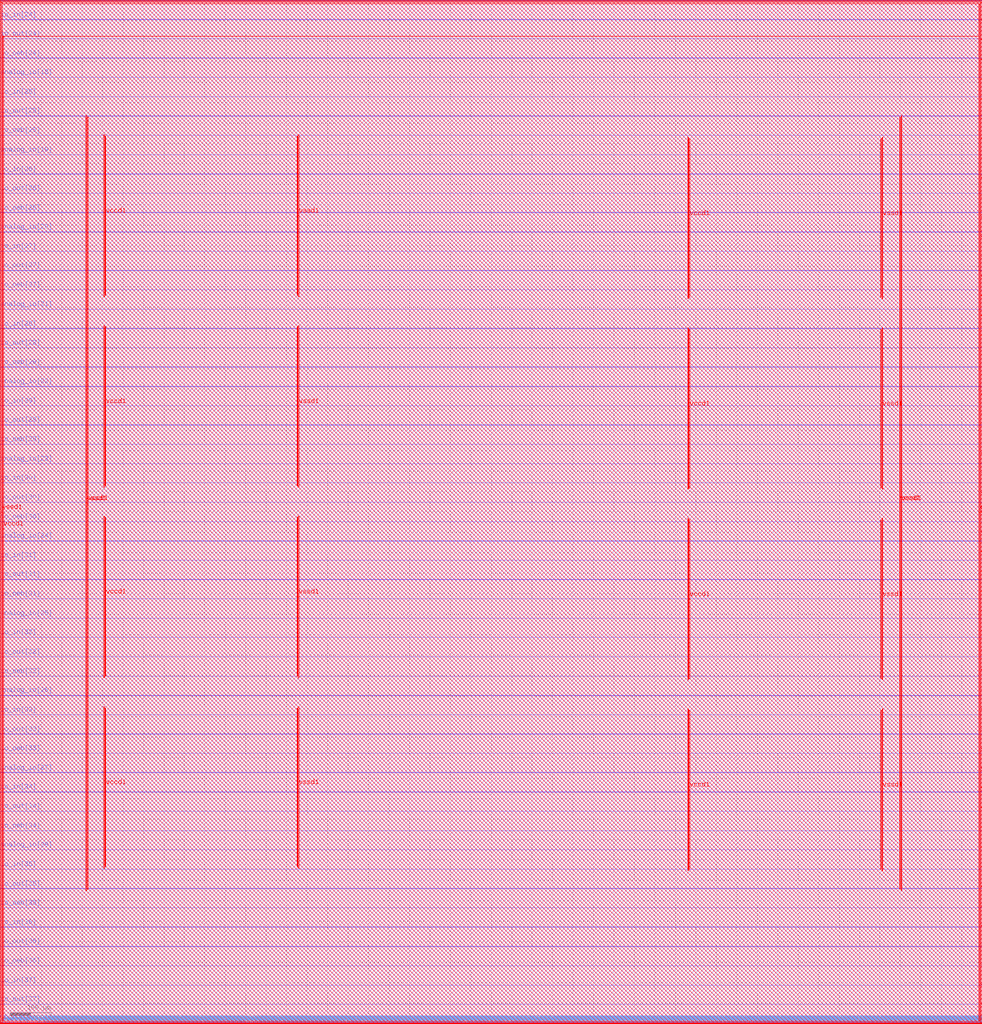
<source format=lef>
##
## LEF for PtnCells ;
## created by Innovus v20.10-p004_1 on Sat May 28 19:33:30 2022
##

VERSION 5.8 ;

BUSBITCHARS "[]" ;
DIVIDERCHAR "/" ;

MACRO azadi_soc_top_caravel
  CLASS BLOCK ;
  SIZE 2399.820000 BY 2500.020000 ;
  FOREIGN azadi_soc_top_caravel 0.000000 0.000000 ;
  ORIGIN 0 0 ;
  SYMMETRY X Y R90 ;
  PIN wb_clk_i
    DIRECTION INPUT ;
    USE SIGNAL ;
    ANTENNAPARTIALMETALAREA 13.4952 LAYER met3  ;
    ANTENNAPARTIALMETALSIDEAREA 72.44 LAYER met3  ;
    PORT
      LAYER met3 ;
        RECT 4.680000 0.000000 4.980000 0.800000 ;
    END
  END wb_clk_i
  PIN wb_rst_i
    DIRECTION INPUT ;
    USE SIGNAL ;
    ANTENNAPARTIALMETALAREA 22.1898 LAYER met2  ;
    ANTENNAPARTIALMETALSIDEAREA 110.67 LAYER met2  ;
    ANTENNAPARTIALCUTAREA 0.04 LAYER via2  ;
    ANTENNAPARTIALMETALAREA 0.255 LAYER met3  ;
    ANTENNAPARTIALMETALSIDEAREA 1.808 LAYER met3  ;
    ANTENNAPARTIALCUTAREA 0.04 LAYER via3  ;
    ANTENNAPARTIALMETALAREA 5.9748 LAYER met4  ;
    ANTENNAPARTIALMETALSIDEAREA 32.336 LAYER met4  ;
    ANTENNAMODEL OXIDE1 ;
    ANTENNAGATEAREA 0.495 LAYER met4  ;
    ANTENNAMAXAREACAR 106.333 LAYER met4  ;
    ANTENNAMAXSIDEAREACAR 536.614 LAYER met4  ;
    ANTENNAMAXCUTCAR 0.265455 LAYER via4  ;
    PORT
      LAYER met2 ;
        RECT 0.000000 3.160000 0.485000 3.300000 ;
    END
  END wb_rst_i
  PIN wbs_stb_i
    DIRECTION INPUT ;
    USE SIGNAL ;
    PORT
      LAYER met3 ;
        RECT 505.620000 0.000000 505.920000 0.800000 ;
    END
  END wbs_stb_i
  PIN wbs_cyc_i
    DIRECTION INPUT ;
    USE SIGNAL ;
    PORT
      LAYER met3 ;
        RECT 169.820000 0.000000 170.120000 0.800000 ;
    END
  END wbs_cyc_i
  PIN wbs_we_i
    DIRECTION INPUT ;
    USE SIGNAL ;
    PORT
      LAYER met3 ;
        RECT 510.680000 0.000000 510.980000 0.800000 ;
    END
  END wbs_we_i
  PIN wbs_sel_i[3]
    DIRECTION INPUT ;
    USE SIGNAL ;
    PORT
      LAYER met3 ;
        RECT 501.020000 0.000000 501.320000 0.800000 ;
    END
  END wbs_sel_i[3]
  PIN wbs_sel_i[2]
    DIRECTION INPUT ;
    USE SIGNAL ;
    PORT
      LAYER met3 ;
        RECT 495.960000 0.000000 496.260000 0.800000 ;
    END
  END wbs_sel_i[2]
  PIN wbs_sel_i[1]
    DIRECTION INPUT ;
    USE SIGNAL ;
    PORT
      LAYER met3 ;
        RECT 491.360000 0.000000 491.660000 0.800000 ;
    END
  END wbs_sel_i[1]
  PIN wbs_sel_i[0]
    DIRECTION INPUT ;
    USE SIGNAL ;
    PORT
      LAYER met3 ;
        RECT 486.300000 0.000000 486.600000 0.800000 ;
    END
  END wbs_sel_i[0]
  PIN wbs_dat_i[31]
    DIRECTION INPUT ;
    USE SIGNAL ;
    PORT
      LAYER met3 ;
        RECT 325.760000 0.000000 326.060000 0.800000 ;
    END
  END wbs_dat_i[31]
  PIN wbs_dat_i[30]
    DIRECTION INPUT ;
    USE SIGNAL ;
    PORT
      LAYER met3 ;
        RECT 320.700000 0.000000 321.000000 0.800000 ;
    END
  END wbs_dat_i[30]
  PIN wbs_dat_i[29]
    DIRECTION INPUT ;
    USE SIGNAL ;
    PORT
      LAYER met3 ;
        RECT 316.100000 0.000000 316.400000 0.800000 ;
    END
  END wbs_dat_i[29]
  PIN wbs_dat_i[28]
    DIRECTION INPUT ;
    USE SIGNAL ;
    PORT
      LAYER met3 ;
        RECT 311.040000 0.000000 311.340000 0.800000 ;
    END
  END wbs_dat_i[28]
  PIN wbs_dat_i[27]
    DIRECTION INPUT ;
    USE SIGNAL ;
    PORT
      LAYER met3 ;
        RECT 306.440000 0.000000 306.740000 0.800000 ;
    END
  END wbs_dat_i[27]
  PIN wbs_dat_i[26]
    DIRECTION INPUT ;
    USE SIGNAL ;
    PORT
      LAYER met3 ;
        RECT 301.380000 0.000000 301.680000 0.800000 ;
    END
  END wbs_dat_i[26]
  PIN wbs_dat_i[25]
    DIRECTION INPUT ;
    USE SIGNAL ;
    PORT
      LAYER met3 ;
        RECT 296.320000 0.000000 296.620000 0.800000 ;
    END
  END wbs_dat_i[25]
  PIN wbs_dat_i[24]
    DIRECTION INPUT ;
    USE SIGNAL ;
    PORT
      LAYER met3 ;
        RECT 291.720000 0.000000 292.020000 0.800000 ;
    END
  END wbs_dat_i[24]
  PIN wbs_dat_i[23]
    DIRECTION INPUT ;
    USE SIGNAL ;
    PORT
      LAYER met3 ;
        RECT 286.660000 0.000000 286.960000 0.800000 ;
    END
  END wbs_dat_i[23]
  PIN wbs_dat_i[22]
    DIRECTION INPUT ;
    USE SIGNAL ;
    PORT
      LAYER met3 ;
        RECT 282.060000 0.000000 282.360000 0.800000 ;
    END
  END wbs_dat_i[22]
  PIN wbs_dat_i[21]
    DIRECTION INPUT ;
    USE SIGNAL ;
    PORT
      LAYER met3 ;
        RECT 277.000000 0.000000 277.300000 0.800000 ;
    END
  END wbs_dat_i[21]
  PIN wbs_dat_i[20]
    DIRECTION INPUT ;
    USE SIGNAL ;
    PORT
      LAYER met3 ;
        RECT 272.400000 0.000000 272.700000 0.800000 ;
    END
  END wbs_dat_i[20]
  PIN wbs_dat_i[19]
    DIRECTION INPUT ;
    USE SIGNAL ;
    PORT
      LAYER met3 ;
        RECT 267.340000 0.000000 267.640000 0.800000 ;
    END
  END wbs_dat_i[19]
  PIN wbs_dat_i[18]
    DIRECTION INPUT ;
    USE SIGNAL ;
    PORT
      LAYER met3 ;
        RECT 262.280000 0.000000 262.580000 0.800000 ;
    END
  END wbs_dat_i[18]
  PIN wbs_dat_i[17]
    DIRECTION INPUT ;
    USE SIGNAL ;
    PORT
      LAYER met3 ;
        RECT 257.680000 0.000000 257.980000 0.800000 ;
    END
  END wbs_dat_i[17]
  PIN wbs_dat_i[16]
    DIRECTION INPUT ;
    USE SIGNAL ;
    PORT
      LAYER met3 ;
        RECT 252.620000 0.000000 252.920000 0.800000 ;
    END
  END wbs_dat_i[16]
  PIN wbs_dat_i[15]
    DIRECTION INPUT ;
    USE SIGNAL ;
    PORT
      LAYER met3 ;
        RECT 248.020000 0.000000 248.320000 0.800000 ;
    END
  END wbs_dat_i[15]
  PIN wbs_dat_i[14]
    DIRECTION INPUT ;
    USE SIGNAL ;
    PORT
      LAYER met3 ;
        RECT 242.960000 0.000000 243.260000 0.800000 ;
    END
  END wbs_dat_i[14]
  PIN wbs_dat_i[13]
    DIRECTION INPUT ;
    USE SIGNAL ;
    PORT
      LAYER met3 ;
        RECT 237.900000 0.000000 238.200000 0.800000 ;
    END
  END wbs_dat_i[13]
  PIN wbs_dat_i[12]
    DIRECTION INPUT ;
    USE SIGNAL ;
    PORT
      LAYER met3 ;
        RECT 233.300000 0.000000 233.600000 0.800000 ;
    END
  END wbs_dat_i[12]
  PIN wbs_dat_i[11]
    DIRECTION INPUT ;
    USE SIGNAL ;
    PORT
      LAYER met3 ;
        RECT 228.240000 0.000000 228.540000 0.800000 ;
    END
  END wbs_dat_i[11]
  PIN wbs_dat_i[10]
    DIRECTION INPUT ;
    USE SIGNAL ;
    PORT
      LAYER met3 ;
        RECT 223.640000 0.000000 223.940000 0.800000 ;
    END
  END wbs_dat_i[10]
  PIN wbs_dat_i[9]
    DIRECTION INPUT ;
    USE SIGNAL ;
    PORT
      LAYER met3 ;
        RECT 218.580000 0.000000 218.880000 0.800000 ;
    END
  END wbs_dat_i[9]
  PIN wbs_dat_i[8]
    DIRECTION INPUT ;
    USE SIGNAL ;
    PORT
      LAYER met3 ;
        RECT 213.980000 0.000000 214.280000 0.800000 ;
    END
  END wbs_dat_i[8]
  PIN wbs_dat_i[7]
    DIRECTION INPUT ;
    USE SIGNAL ;
    PORT
      LAYER met3 ;
        RECT 208.920000 0.000000 209.220000 0.800000 ;
    END
  END wbs_dat_i[7]
  PIN wbs_dat_i[6]
    DIRECTION INPUT ;
    USE SIGNAL ;
    PORT
      LAYER met3 ;
        RECT 203.860000 0.000000 204.160000 0.800000 ;
    END
  END wbs_dat_i[6]
  PIN wbs_dat_i[5]
    DIRECTION INPUT ;
    USE SIGNAL ;
    PORT
      LAYER met3 ;
        RECT 199.260000 0.000000 199.560000 0.800000 ;
    END
  END wbs_dat_i[5]
  PIN wbs_dat_i[4]
    DIRECTION INPUT ;
    USE SIGNAL ;
    PORT
      LAYER met3 ;
        RECT 194.200000 0.000000 194.500000 0.800000 ;
    END
  END wbs_dat_i[4]
  PIN wbs_dat_i[3]
    DIRECTION INPUT ;
    USE SIGNAL ;
    PORT
      LAYER met3 ;
        RECT 189.600000 0.000000 189.900000 0.800000 ;
    END
  END wbs_dat_i[3]
  PIN wbs_dat_i[2]
    DIRECTION INPUT ;
    USE SIGNAL ;
    PORT
      LAYER met3 ;
        RECT 184.540000 0.000000 184.840000 0.800000 ;
    END
  END wbs_dat_i[2]
  PIN wbs_dat_i[1]
    DIRECTION INPUT ;
    USE SIGNAL ;
    PORT
      LAYER met3 ;
        RECT 179.480000 0.000000 179.780000 0.800000 ;
    END
  END wbs_dat_i[1]
  PIN wbs_dat_i[0]
    DIRECTION INPUT ;
    USE SIGNAL ;
    PORT
      LAYER met3 ;
        RECT 174.880000 0.000000 175.180000 0.800000 ;
    END
  END wbs_dat_i[0]
  PIN wbs_adr_i[31]
    DIRECTION INPUT ;
    USE SIGNAL ;
    PORT
      LAYER met3 ;
        RECT 165.220000 0.000000 165.520000 0.800000 ;
    END
  END wbs_adr_i[31]
  PIN wbs_adr_i[30]
    DIRECTION INPUT ;
    USE SIGNAL ;
    PORT
      LAYER met3 ;
        RECT 160.160000 0.000000 160.460000 0.800000 ;
    END
  END wbs_adr_i[30]
  PIN wbs_adr_i[29]
    DIRECTION INPUT ;
    USE SIGNAL ;
    PORT
      LAYER met3 ;
        RECT 155.560000 0.000000 155.860000 0.800000 ;
    END
  END wbs_adr_i[29]
  PIN wbs_adr_i[28]
    DIRECTION INPUT ;
    USE SIGNAL ;
    PORT
      LAYER met3 ;
        RECT 150.500000 0.000000 150.800000 0.800000 ;
    END
  END wbs_adr_i[28]
  PIN wbs_adr_i[27]
    DIRECTION INPUT ;
    USE SIGNAL ;
    PORT
      LAYER met3 ;
        RECT 145.440000 0.000000 145.740000 0.800000 ;
    END
  END wbs_adr_i[27]
  PIN wbs_adr_i[26]
    DIRECTION INPUT ;
    USE SIGNAL ;
    PORT
      LAYER met3 ;
        RECT 140.840000 0.000000 141.140000 0.800000 ;
    END
  END wbs_adr_i[26]
  PIN wbs_adr_i[25]
    DIRECTION INPUT ;
    USE SIGNAL ;
    PORT
      LAYER met3 ;
        RECT 135.780000 0.000000 136.080000 0.800000 ;
    END
  END wbs_adr_i[25]
  PIN wbs_adr_i[24]
    DIRECTION INPUT ;
    USE SIGNAL ;
    PORT
      LAYER met3 ;
        RECT 131.180000 0.000000 131.480000 0.800000 ;
    END
  END wbs_adr_i[24]
  PIN wbs_adr_i[23]
    DIRECTION INPUT ;
    USE SIGNAL ;
    PORT
      LAYER met3 ;
        RECT 126.120000 0.000000 126.420000 0.800000 ;
    END
  END wbs_adr_i[23]
  PIN wbs_adr_i[22]
    DIRECTION INPUT ;
    USE SIGNAL ;
    PORT
      LAYER met3 ;
        RECT 121.520000 0.000000 121.820000 0.800000 ;
    END
  END wbs_adr_i[22]
  PIN wbs_adr_i[21]
    DIRECTION INPUT ;
    USE SIGNAL ;
    PORT
      LAYER met3 ;
        RECT 116.460000 0.000000 116.760000 0.800000 ;
    END
  END wbs_adr_i[21]
  PIN wbs_adr_i[20]
    DIRECTION INPUT ;
    USE SIGNAL ;
    PORT
      LAYER met3 ;
        RECT 111.400000 0.000000 111.700000 0.800000 ;
    END
  END wbs_adr_i[20]
  PIN wbs_adr_i[19]
    DIRECTION INPUT ;
    USE SIGNAL ;
    PORT
      LAYER met3 ;
        RECT 106.800000 0.000000 107.100000 0.800000 ;
    END
  END wbs_adr_i[19]
  PIN wbs_adr_i[18]
    DIRECTION INPUT ;
    USE SIGNAL ;
    PORT
      LAYER met3 ;
        RECT 101.740000 0.000000 102.040000 0.800000 ;
    END
  END wbs_adr_i[18]
  PIN wbs_adr_i[17]
    DIRECTION INPUT ;
    USE SIGNAL ;
    PORT
      LAYER met3 ;
        RECT 97.140000 0.000000 97.440000 0.800000 ;
    END
  END wbs_adr_i[17]
  PIN wbs_adr_i[16]
    DIRECTION INPUT ;
    USE SIGNAL ;
    PORT
      LAYER met3 ;
        RECT 92.080000 0.000000 92.380000 0.800000 ;
    END
  END wbs_adr_i[16]
  PIN wbs_adr_i[15]
    DIRECTION INPUT ;
    USE SIGNAL ;
    PORT
      LAYER met3 ;
        RECT 87.020000 0.000000 87.320000 0.800000 ;
    END
  END wbs_adr_i[15]
  PIN wbs_adr_i[14]
    DIRECTION INPUT ;
    USE SIGNAL ;
    PORT
      LAYER met3 ;
        RECT 82.420000 0.000000 82.720000 0.800000 ;
    END
  END wbs_adr_i[14]
  PIN wbs_adr_i[13]
    DIRECTION INPUT ;
    USE SIGNAL ;
    PORT
      LAYER met3 ;
        RECT 77.360000 0.000000 77.660000 0.800000 ;
    END
  END wbs_adr_i[13]
  PIN wbs_adr_i[12]
    DIRECTION INPUT ;
    USE SIGNAL ;
    PORT
      LAYER met3 ;
        RECT 72.760000 0.000000 73.060000 0.800000 ;
    END
  END wbs_adr_i[12]
  PIN wbs_adr_i[11]
    DIRECTION INPUT ;
    USE SIGNAL ;
    PORT
      LAYER met3 ;
        RECT 67.700000 0.000000 68.000000 0.800000 ;
    END
  END wbs_adr_i[11]
  PIN wbs_adr_i[10]
    DIRECTION INPUT ;
    USE SIGNAL ;
    PORT
      LAYER met3 ;
        RECT 63.100000 0.000000 63.400000 0.800000 ;
    END
  END wbs_adr_i[10]
  PIN wbs_adr_i[9]
    DIRECTION INPUT ;
    USE SIGNAL ;
    PORT
      LAYER met3 ;
        RECT 58.040000 0.000000 58.340000 0.800000 ;
    END
  END wbs_adr_i[9]
  PIN wbs_adr_i[8]
    DIRECTION INPUT ;
    USE SIGNAL ;
    PORT
      LAYER met3 ;
        RECT 52.980000 0.000000 53.280000 0.800000 ;
    END
  END wbs_adr_i[8]
  PIN wbs_adr_i[7]
    DIRECTION INPUT ;
    USE SIGNAL ;
    PORT
      LAYER met3 ;
        RECT 48.380000 0.000000 48.680000 0.800000 ;
    END
  END wbs_adr_i[7]
  PIN wbs_adr_i[6]
    DIRECTION INPUT ;
    USE SIGNAL ;
    PORT
      LAYER met3 ;
        RECT 43.320000 0.000000 43.620000 0.800000 ;
    END
  END wbs_adr_i[6]
  PIN wbs_adr_i[5]
    DIRECTION INPUT ;
    USE SIGNAL ;
    PORT
      LAYER met3 ;
        RECT 38.720000 0.000000 39.020000 0.800000 ;
    END
  END wbs_adr_i[5]
  PIN wbs_adr_i[4]
    DIRECTION INPUT ;
    USE SIGNAL ;
    PORT
      LAYER met3 ;
        RECT 33.660000 0.000000 33.960000 0.800000 ;
    END
  END wbs_adr_i[4]
  PIN wbs_adr_i[3]
    DIRECTION INPUT ;
    USE SIGNAL ;
    PORT
      LAYER met3 ;
        RECT 28.600000 0.000000 28.900000 0.800000 ;
    END
  END wbs_adr_i[3]
  PIN wbs_adr_i[2]
    DIRECTION INPUT ;
    USE SIGNAL ;
    PORT
      LAYER met3 ;
        RECT 24.000000 0.000000 24.300000 0.800000 ;
    END
  END wbs_adr_i[2]
  PIN wbs_adr_i[1]
    DIRECTION INPUT ;
    USE SIGNAL ;
    PORT
      LAYER met3 ;
        RECT 18.940000 0.000000 19.240000 0.800000 ;
    END
  END wbs_adr_i[1]
  PIN wbs_adr_i[0]
    DIRECTION INPUT ;
    USE SIGNAL ;
    PORT
      LAYER met3 ;
        RECT 14.340000 0.000000 14.640000 0.800000 ;
    END
  END wbs_adr_i[0]
  PIN wbs_ack_o
    DIRECTION OUTPUT ;
    USE SIGNAL ;
    ANTENNADIFFAREA 0.891 LAYER met3  ;
    ANTENNAPARTIALMETALAREA 151.934 LAYER met3  ;
    ANTENNAPARTIALMETALSIDEAREA 810.784 LAYER met3  ;
    PORT
      LAYER met3 ;
        RECT 9.280000 0.000000 9.580000 0.800000 ;
    END
  END wbs_ack_o
  PIN wbs_dat_o[31]
    DIRECTION OUTPUT ;
    USE SIGNAL ;
    ANTENNADIFFAREA 0.891 LAYER met3  ;
    ANTENNAPARTIALMETALAREA 151.956 LAYER met3  ;
    ANTENNAPARTIALMETALSIDEAREA 811.024 LAYER met3  ;
    PORT
      LAYER met3 ;
        RECT 481.240000 0.000000 481.540000 0.800000 ;
    END
  END wbs_dat_o[31]
  PIN wbs_dat_o[30]
    DIRECTION OUTPUT ;
    USE SIGNAL ;
    ANTENNADIFFAREA 0.891 LAYER met3  ;
    ANTENNAPARTIALMETALAREA 151.937 LAYER met3  ;
    ANTENNAPARTIALMETALSIDEAREA 810.8 LAYER met3  ;
    PORT
      LAYER met3 ;
        RECT 476.640000 0.000000 476.940000 0.800000 ;
    END
  END wbs_dat_o[30]
  PIN wbs_dat_o[29]
    DIRECTION OUTPUT ;
    USE SIGNAL ;
    ANTENNADIFFAREA 0.891 LAYER met3  ;
    ANTENNAPARTIALMETALAREA 151.937 LAYER met3  ;
    ANTENNAPARTIALMETALSIDEAREA 810.8 LAYER met3  ;
    PORT
      LAYER met3 ;
        RECT 471.580000 0.000000 471.880000 0.800000 ;
    END
  END wbs_dat_o[29]
  PIN wbs_dat_o[28]
    DIRECTION OUTPUT ;
    USE SIGNAL ;
    ANTENNADIFFAREA 0.891 LAYER met3  ;
    ANTENNAPARTIALMETALAREA 151.937 LAYER met3  ;
    ANTENNAPARTIALMETALSIDEAREA 810.8 LAYER met3  ;
    PORT
      LAYER met3 ;
        RECT 466.980000 0.000000 467.280000 0.800000 ;
    END
  END wbs_dat_o[28]
  PIN wbs_dat_o[27]
    DIRECTION OUTPUT ;
    USE SIGNAL ;
    ANTENNADIFFAREA 0.891 LAYER met3  ;
    ANTENNAPARTIALMETALAREA 151.937 LAYER met3  ;
    ANTENNAPARTIALMETALSIDEAREA 810.976 LAYER met3  ;
    PORT
      LAYER met3 ;
        RECT 461.920000 0.000000 462.220000 0.800000 ;
    END
  END wbs_dat_o[27]
  PIN wbs_dat_o[26]
    DIRECTION OUTPUT ;
    USE SIGNAL ;
    ANTENNADIFFAREA 0.891 LAYER met3  ;
    ANTENNAPARTIALMETALAREA 151.937 LAYER met3  ;
    ANTENNAPARTIALMETALSIDEAREA 810.976 LAYER met3  ;
    PORT
      LAYER met3 ;
        RECT 457.320000 0.000000 457.620000 0.800000 ;
    END
  END wbs_dat_o[26]
  PIN wbs_dat_o[25]
    DIRECTION OUTPUT ;
    USE SIGNAL ;
    ANTENNADIFFAREA 0.891 LAYER met3  ;
    ANTENNAPARTIALMETALAREA 151.937 LAYER met3  ;
    ANTENNAPARTIALMETALSIDEAREA 810.8 LAYER met3  ;
    PORT
      LAYER met3 ;
        RECT 452.260000 0.000000 452.560000 0.800000 ;
    END
  END wbs_dat_o[25]
  PIN wbs_dat_o[24]
    DIRECTION OUTPUT ;
    USE SIGNAL ;
    ANTENNADIFFAREA 0.891 LAYER met3  ;
    ANTENNAPARTIALMETALAREA 151.937 LAYER met3  ;
    ANTENNAPARTIALMETALSIDEAREA 810.8 LAYER met3  ;
    PORT
      LAYER met3 ;
        RECT 447.200000 0.000000 447.500000 0.800000 ;
    END
  END wbs_dat_o[24]
  PIN wbs_dat_o[23]
    DIRECTION OUTPUT ;
    USE SIGNAL ;
    ANTENNADIFFAREA 0.891 LAYER met3  ;
    ANTENNAPARTIALMETALAREA 151.937 LAYER met3  ;
    ANTENNAPARTIALMETALSIDEAREA 810.8 LAYER met3  ;
    PORT
      LAYER met3 ;
        RECT 442.600000 0.000000 442.900000 0.800000 ;
    END
  END wbs_dat_o[23]
  PIN wbs_dat_o[22]
    DIRECTION OUTPUT ;
    USE SIGNAL ;
    ANTENNADIFFAREA 0.891 LAYER met3  ;
    ANTENNAPARTIALMETALAREA 151.937 LAYER met3  ;
    ANTENNAPARTIALMETALSIDEAREA 810.8 LAYER met3  ;
    PORT
      LAYER met3 ;
        RECT 437.540000 0.000000 437.840000 0.800000 ;
    END
  END wbs_dat_o[22]
  PIN wbs_dat_o[21]
    DIRECTION OUTPUT ;
    USE SIGNAL ;
    ANTENNADIFFAREA 0.891 LAYER met3  ;
    ANTENNAPARTIALMETALAREA 151.937 LAYER met3  ;
    ANTENNAPARTIALMETALSIDEAREA 810.8 LAYER met3  ;
    PORT
      LAYER met3 ;
        RECT 432.940000 0.000000 433.240000 0.800000 ;
    END
  END wbs_dat_o[21]
  PIN wbs_dat_o[20]
    DIRECTION OUTPUT ;
    USE SIGNAL ;
    ANTENNADIFFAREA 0.891 LAYER met3  ;
    ANTENNAPARTIALMETALAREA 151.937 LAYER met3  ;
    ANTENNAPARTIALMETALSIDEAREA 810.8 LAYER met3  ;
    PORT
      LAYER met3 ;
        RECT 427.880000 0.000000 428.180000 0.800000 ;
    END
  END wbs_dat_o[20]
  PIN wbs_dat_o[19]
    DIRECTION OUTPUT ;
    USE SIGNAL ;
    ANTENNADIFFAREA 0.891 LAYER met3  ;
    ANTENNAPARTIALMETALAREA 151.937 LAYER met3  ;
    ANTENNAPARTIALMETALSIDEAREA 810.8 LAYER met3  ;
    PORT
      LAYER met3 ;
        RECT 423.280000 0.000000 423.580000 0.800000 ;
    END
  END wbs_dat_o[19]
  PIN wbs_dat_o[18]
    DIRECTION OUTPUT ;
    USE SIGNAL ;
    ANTENNADIFFAREA 0.891 LAYER met3  ;
    ANTENNAPARTIALMETALAREA 151.937 LAYER met3  ;
    ANTENNAPARTIALMETALSIDEAREA 810.8 LAYER met3  ;
    PORT
      LAYER met3 ;
        RECT 418.220000 0.000000 418.520000 0.800000 ;
    END
  END wbs_dat_o[18]
  PIN wbs_dat_o[17]
    DIRECTION OUTPUT ;
    USE SIGNAL ;
    ANTENNADIFFAREA 0.891 LAYER met3  ;
    ANTENNAPARTIALMETALAREA 151.937 LAYER met3  ;
    ANTENNAPARTIALMETALSIDEAREA 810.8 LAYER met3  ;
    PORT
      LAYER met3 ;
        RECT 413.160000 0.000000 413.460000 0.800000 ;
    END
  END wbs_dat_o[17]
  PIN wbs_dat_o[16]
    DIRECTION OUTPUT ;
    USE SIGNAL ;
    ANTENNADIFFAREA 0.891 LAYER met3  ;
    ANTENNAPARTIALMETALAREA 151.937 LAYER met3  ;
    ANTENNAPARTIALMETALSIDEAREA 810.8 LAYER met3  ;
    PORT
      LAYER met3 ;
        RECT 408.560000 0.000000 408.860000 0.800000 ;
    END
  END wbs_dat_o[16]
  PIN wbs_dat_o[15]
    DIRECTION OUTPUT ;
    USE SIGNAL ;
    ANTENNADIFFAREA 0.891 LAYER met3  ;
    ANTENNAPARTIALMETALAREA 151.937 LAYER met3  ;
    ANTENNAPARTIALMETALSIDEAREA 810.8 LAYER met3  ;
    PORT
      LAYER met3 ;
        RECT 403.500000 0.000000 403.800000 0.800000 ;
    END
  END wbs_dat_o[15]
  PIN wbs_dat_o[14]
    DIRECTION OUTPUT ;
    USE SIGNAL ;
    ANTENNADIFFAREA 0.891 LAYER met3  ;
    ANTENNAPARTIALMETALAREA 151.937 LAYER met3  ;
    ANTENNAPARTIALMETALSIDEAREA 810.8 LAYER met3  ;
    PORT
      LAYER met3 ;
        RECT 398.900000 0.000000 399.200000 0.800000 ;
    END
  END wbs_dat_o[14]
  PIN wbs_dat_o[13]
    DIRECTION OUTPUT ;
    USE SIGNAL ;
    ANTENNADIFFAREA 0.891 LAYER met3  ;
    ANTENNAPARTIALMETALAREA 151.937 LAYER met3  ;
    ANTENNAPARTIALMETALSIDEAREA 810.8 LAYER met3  ;
    PORT
      LAYER met3 ;
        RECT 393.840000 0.000000 394.140000 0.800000 ;
    END
  END wbs_dat_o[13]
  PIN wbs_dat_o[12]
    DIRECTION OUTPUT ;
    USE SIGNAL ;
    ANTENNADIFFAREA 0.891 LAYER met3  ;
    ANTENNAPARTIALMETALAREA 151.937 LAYER met3  ;
    ANTENNAPARTIALMETALSIDEAREA 810.8 LAYER met3  ;
    PORT
      LAYER met3 ;
        RECT 388.780000 0.000000 389.080000 0.800000 ;
    END
  END wbs_dat_o[12]
  PIN wbs_dat_o[11]
    DIRECTION OUTPUT ;
    USE SIGNAL ;
    ANTENNADIFFAREA 0.891 LAYER met3  ;
    ANTENNAPARTIALMETALAREA 151.937 LAYER met3  ;
    ANTENNAPARTIALMETALSIDEAREA 810.8 LAYER met3  ;
    PORT
      LAYER met3 ;
        RECT 384.180000 0.000000 384.480000 0.800000 ;
    END
  END wbs_dat_o[11]
  PIN wbs_dat_o[10]
    DIRECTION OUTPUT ;
    USE SIGNAL ;
    ANTENNADIFFAREA 0.891 LAYER met3  ;
    ANTENNAPARTIALMETALAREA 151.937 LAYER met3  ;
    ANTENNAPARTIALMETALSIDEAREA 810.976 LAYER met3  ;
    PORT
      LAYER met3 ;
        RECT 379.120000 0.000000 379.420000 0.800000 ;
    END
  END wbs_dat_o[10]
  PIN wbs_dat_o[9]
    DIRECTION OUTPUT ;
    USE SIGNAL ;
    ANTENNADIFFAREA 0.891 LAYER met3  ;
    ANTENNAPARTIALMETALAREA 151.937 LAYER met3  ;
    ANTENNAPARTIALMETALSIDEAREA 810.976 LAYER met3  ;
    PORT
      LAYER met3 ;
        RECT 374.520000 0.000000 374.820000 0.800000 ;
    END
  END wbs_dat_o[9]
  PIN wbs_dat_o[8]
    DIRECTION OUTPUT ;
    USE SIGNAL ;
    ANTENNADIFFAREA 0.891 LAYER met3  ;
    ANTENNAPARTIALMETALAREA 151.937 LAYER met3  ;
    ANTENNAPARTIALMETALSIDEAREA 810.8 LAYER met3  ;
    PORT
      LAYER met3 ;
        RECT 369.460000 0.000000 369.760000 0.800000 ;
    END
  END wbs_dat_o[8]
  PIN wbs_dat_o[7]
    DIRECTION OUTPUT ;
    USE SIGNAL ;
    ANTENNADIFFAREA 0.891 LAYER met3  ;
    ANTENNAPARTIALMETALAREA 151.937 LAYER met3  ;
    ANTENNAPARTIALMETALSIDEAREA 810.8 LAYER met3  ;
    PORT
      LAYER met3 ;
        RECT 364.860000 0.000000 365.160000 0.800000 ;
    END
  END wbs_dat_o[7]
  PIN wbs_dat_o[6]
    DIRECTION OUTPUT ;
    USE SIGNAL ;
    ANTENNADIFFAREA 0.891 LAYER met3  ;
    ANTENNAPARTIALMETALAREA 151.937 LAYER met3  ;
    ANTENNAPARTIALMETALSIDEAREA 810.8 LAYER met3  ;
    PORT
      LAYER met3 ;
        RECT 359.800000 0.000000 360.100000 0.800000 ;
    END
  END wbs_dat_o[6]
  PIN wbs_dat_o[5]
    DIRECTION OUTPUT ;
    USE SIGNAL ;
    ANTENNADIFFAREA 0.891 LAYER met3  ;
    ANTENNAPARTIALMETALAREA 151.937 LAYER met3  ;
    ANTENNAPARTIALMETALSIDEAREA 810.8 LAYER met3  ;
    PORT
      LAYER met3 ;
        RECT 354.740000 0.000000 355.040000 0.800000 ;
    END
  END wbs_dat_o[5]
  PIN wbs_dat_o[4]
    DIRECTION OUTPUT ;
    USE SIGNAL ;
    ANTENNADIFFAREA 0.891 LAYER met3  ;
    ANTENNAPARTIALMETALAREA 151.937 LAYER met3  ;
    ANTENNAPARTIALMETALSIDEAREA 810.8 LAYER met3  ;
    PORT
      LAYER met3 ;
        RECT 350.140000 0.000000 350.440000 0.800000 ;
    END
  END wbs_dat_o[4]
  PIN wbs_dat_o[3]
    DIRECTION OUTPUT ;
    USE SIGNAL ;
    ANTENNADIFFAREA 0.891 LAYER met3  ;
    ANTENNAPARTIALMETALAREA 151.937 LAYER met3  ;
    ANTENNAPARTIALMETALSIDEAREA 810.8 LAYER met3  ;
    PORT
      LAYER met3 ;
        RECT 345.080000 0.000000 345.380000 0.800000 ;
    END
  END wbs_dat_o[3]
  PIN wbs_dat_o[2]
    DIRECTION OUTPUT ;
    USE SIGNAL ;
    ANTENNADIFFAREA 0.891 LAYER met3  ;
    ANTENNAPARTIALMETALAREA 151.937 LAYER met3  ;
    ANTENNAPARTIALMETALSIDEAREA 810.8 LAYER met3  ;
    PORT
      LAYER met3 ;
        RECT 340.480000 0.000000 340.780000 0.800000 ;
    END
  END wbs_dat_o[2]
  PIN wbs_dat_o[1]
    DIRECTION OUTPUT ;
    USE SIGNAL ;
    ANTENNADIFFAREA 0.891 LAYER met3  ;
    ANTENNAPARTIALMETALAREA 151.937 LAYER met3  ;
    ANTENNAPARTIALMETALSIDEAREA 810.8 LAYER met3  ;
    PORT
      LAYER met3 ;
        RECT 335.420000 0.000000 335.720000 0.800000 ;
    END
  END wbs_dat_o[1]
  PIN wbs_dat_o[0]
    DIRECTION OUTPUT ;
    USE SIGNAL ;
    ANTENNADIFFAREA 0.891 LAYER met3  ;
    ANTENNAPARTIALMETALAREA 151.956 LAYER met3  ;
    ANTENNAPARTIALMETALSIDEAREA 811.024 LAYER met3  ;
    PORT
      LAYER met3 ;
        RECT 330.360000 0.000000 330.660000 0.800000 ;
    END
  END wbs_dat_o[0]
  PIN la_data_in[127]
    DIRECTION INPUT ;
    USE SIGNAL ;
    PORT
      LAYER met3 ;
        RECT 1133.520000 0.000000 1133.820000 0.800000 ;
    END
  END la_data_in[127]
  PIN la_data_in[126]
    DIRECTION INPUT ;
    USE SIGNAL ;
    PORT
      LAYER met3 ;
        RECT 1128.920000 0.000000 1129.220000 0.800000 ;
    END
  END la_data_in[126]
  PIN la_data_in[125]
    DIRECTION INPUT ;
    USE SIGNAL ;
    PORT
      LAYER met3 ;
        RECT 1123.860000 0.000000 1124.160000 0.800000 ;
    END
  END la_data_in[125]
  PIN la_data_in[124]
    DIRECTION INPUT ;
    USE SIGNAL ;
    PORT
      LAYER met3 ;
        RECT 1119.260000 0.000000 1119.560000 0.800000 ;
    END
  END la_data_in[124]
  PIN la_data_in[123]
    DIRECTION INPUT ;
    USE SIGNAL ;
    PORT
      LAYER met3 ;
        RECT 1114.200000 0.000000 1114.500000 0.800000 ;
    END
  END la_data_in[123]
  PIN la_data_in[122]
    DIRECTION INPUT ;
    USE SIGNAL ;
    PORT
      LAYER met3 ;
        RECT 1109.140000 0.000000 1109.440000 0.800000 ;
    END
  END la_data_in[122]
  PIN la_data_in[121]
    DIRECTION INPUT ;
    USE SIGNAL ;
    PORT
      LAYER met3 ;
        RECT 1104.540000 0.000000 1104.840000 0.800000 ;
    END
  END la_data_in[121]
  PIN la_data_in[120]
    DIRECTION INPUT ;
    USE SIGNAL ;
    PORT
      LAYER met3 ;
        RECT 1099.480000 0.000000 1099.780000 0.800000 ;
    END
  END la_data_in[120]
  PIN la_data_in[119]
    DIRECTION INPUT ;
    USE SIGNAL ;
    PORT
      LAYER met3 ;
        RECT 1094.880000 0.000000 1095.180000 0.800000 ;
    END
  END la_data_in[119]
  PIN la_data_in[118]
    DIRECTION INPUT ;
    USE SIGNAL ;
    PORT
      LAYER met3 ;
        RECT 1089.820000 0.000000 1090.120000 0.800000 ;
    END
  END la_data_in[118]
  PIN la_data_in[117]
    DIRECTION INPUT ;
    USE SIGNAL ;
    PORT
      LAYER met3 ;
        RECT 1084.760000 0.000000 1085.060000 0.800000 ;
    END
  END la_data_in[117]
  PIN la_data_in[116]
    DIRECTION INPUT ;
    USE SIGNAL ;
    PORT
      LAYER met3 ;
        RECT 1080.160000 0.000000 1080.460000 0.800000 ;
    END
  END la_data_in[116]
  PIN la_data_in[115]
    DIRECTION INPUT ;
    USE SIGNAL ;
    PORT
      LAYER met3 ;
        RECT 1075.100000 0.000000 1075.400000 0.800000 ;
    END
  END la_data_in[115]
  PIN la_data_in[114]
    DIRECTION INPUT ;
    USE SIGNAL ;
    PORT
      LAYER met3 ;
        RECT 1070.500000 0.000000 1070.800000 0.800000 ;
    END
  END la_data_in[114]
  PIN la_data_in[113]
    DIRECTION INPUT ;
    USE SIGNAL ;
    PORT
      LAYER met3 ;
        RECT 1065.440000 0.000000 1065.740000 0.800000 ;
    END
  END la_data_in[113]
  PIN la_data_in[112]
    DIRECTION INPUT ;
    USE SIGNAL ;
    PORT
      LAYER met3 ;
        RECT 1060.840000 0.000000 1061.140000 0.800000 ;
    END
  END la_data_in[112]
  PIN la_data_in[111]
    DIRECTION INPUT ;
    USE SIGNAL ;
    PORT
      LAYER met3 ;
        RECT 1055.780000 0.000000 1056.080000 0.800000 ;
    END
  END la_data_in[111]
  PIN la_data_in[110]
    DIRECTION INPUT ;
    USE SIGNAL ;
    PORT
      LAYER met3 ;
        RECT 1050.720000 0.000000 1051.020000 0.800000 ;
    END
  END la_data_in[110]
  PIN la_data_in[109]
    DIRECTION INPUT ;
    USE SIGNAL ;
    PORT
      LAYER met3 ;
        RECT 1046.120000 0.000000 1046.420000 0.800000 ;
    END
  END la_data_in[109]
  PIN la_data_in[108]
    DIRECTION INPUT ;
    USE SIGNAL ;
    PORT
      LAYER met3 ;
        RECT 1041.060000 0.000000 1041.360000 0.800000 ;
    END
  END la_data_in[108]
  PIN la_data_in[107]
    DIRECTION INPUT ;
    USE SIGNAL ;
    PORT
      LAYER met3 ;
        RECT 1036.460000 0.000000 1036.760000 0.800000 ;
    END
  END la_data_in[107]
  PIN la_data_in[106]
    DIRECTION INPUT ;
    USE SIGNAL ;
    PORT
      LAYER met3 ;
        RECT 1031.400000 0.000000 1031.700000 0.800000 ;
    END
  END la_data_in[106]
  PIN la_data_in[105]
    DIRECTION INPUT ;
    USE SIGNAL ;
    PORT
      LAYER met3 ;
        RECT 1026.340000 0.000000 1026.640000 0.800000 ;
    END
  END la_data_in[105]
  PIN la_data_in[104]
    DIRECTION INPUT ;
    USE SIGNAL ;
    PORT
      LAYER met3 ;
        RECT 1021.740000 0.000000 1022.040000 0.800000 ;
    END
  END la_data_in[104]
  PIN la_data_in[103]
    DIRECTION INPUT ;
    USE SIGNAL ;
    PORT
      LAYER met3 ;
        RECT 1016.680000 0.000000 1016.980000 0.800000 ;
    END
  END la_data_in[103]
  PIN la_data_in[102]
    DIRECTION INPUT ;
    USE SIGNAL ;
    PORT
      LAYER met3 ;
        RECT 1012.080000 0.000000 1012.380000 0.800000 ;
    END
  END la_data_in[102]
  PIN la_data_in[101]
    DIRECTION INPUT ;
    USE SIGNAL ;
    PORT
      LAYER met3 ;
        RECT 1007.020000 0.000000 1007.320000 0.800000 ;
    END
  END la_data_in[101]
  PIN la_data_in[100]
    DIRECTION INPUT ;
    USE SIGNAL ;
    PORT
      LAYER met3 ;
        RECT 1002.420000 0.000000 1002.720000 0.800000 ;
    END
  END la_data_in[100]
  PIN la_data_in[99]
    DIRECTION INPUT ;
    USE SIGNAL ;
    PORT
      LAYER met3 ;
        RECT 997.360000 0.000000 997.660000 0.800000 ;
    END
  END la_data_in[99]
  PIN la_data_in[98]
    DIRECTION INPUT ;
    USE SIGNAL ;
    PORT
      LAYER met3 ;
        RECT 992.300000 0.000000 992.600000 0.800000 ;
    END
  END la_data_in[98]
  PIN la_data_in[97]
    DIRECTION INPUT ;
    USE SIGNAL ;
    PORT
      LAYER met3 ;
        RECT 987.700000 0.000000 988.000000 0.800000 ;
    END
  END la_data_in[97]
  PIN la_data_in[96]
    DIRECTION INPUT ;
    USE SIGNAL ;
    PORT
      LAYER met3 ;
        RECT 982.640000 0.000000 982.940000 0.800000 ;
    END
  END la_data_in[96]
  PIN la_data_in[95]
    DIRECTION INPUT ;
    USE SIGNAL ;
    PORT
      LAYER met3 ;
        RECT 978.040000 0.000000 978.340000 0.800000 ;
    END
  END la_data_in[95]
  PIN la_data_in[94]
    DIRECTION INPUT ;
    USE SIGNAL ;
    PORT
      LAYER met3 ;
        RECT 972.980000 0.000000 973.280000 0.800000 ;
    END
  END la_data_in[94]
  PIN la_data_in[93]
    DIRECTION INPUT ;
    USE SIGNAL ;
    PORT
      LAYER met3 ;
        RECT 968.380000 0.000000 968.680000 0.800000 ;
    END
  END la_data_in[93]
  PIN la_data_in[92]
    DIRECTION INPUT ;
    USE SIGNAL ;
    PORT
      LAYER met3 ;
        RECT 963.320000 0.000000 963.620000 0.800000 ;
    END
  END la_data_in[92]
  PIN la_data_in[91]
    DIRECTION INPUT ;
    USE SIGNAL ;
    PORT
      LAYER met3 ;
        RECT 958.260000 0.000000 958.560000 0.800000 ;
    END
  END la_data_in[91]
  PIN la_data_in[90]
    DIRECTION INPUT ;
    USE SIGNAL ;
    PORT
      LAYER met3 ;
        RECT 953.660000 0.000000 953.960000 0.800000 ;
    END
  END la_data_in[90]
  PIN la_data_in[89]
    DIRECTION INPUT ;
    USE SIGNAL ;
    PORT
      LAYER met3 ;
        RECT 948.600000 0.000000 948.900000 0.800000 ;
    END
  END la_data_in[89]
  PIN la_data_in[88]
    DIRECTION INPUT ;
    USE SIGNAL ;
    PORT
      LAYER met3 ;
        RECT 944.000000 0.000000 944.300000 0.800000 ;
    END
  END la_data_in[88]
  PIN la_data_in[87]
    DIRECTION INPUT ;
    USE SIGNAL ;
    PORT
      LAYER met3 ;
        RECT 938.940000 0.000000 939.240000 0.800000 ;
    END
  END la_data_in[87]
  PIN la_data_in[86]
    DIRECTION INPUT ;
    USE SIGNAL ;
    PORT
      LAYER met3 ;
        RECT 933.880000 0.000000 934.180000 0.800000 ;
    END
  END la_data_in[86]
  PIN la_data_in[85]
    DIRECTION INPUT ;
    USE SIGNAL ;
    PORT
      LAYER met3 ;
        RECT 929.280000 0.000000 929.580000 0.800000 ;
    END
  END la_data_in[85]
  PIN la_data_in[84]
    DIRECTION INPUT ;
    USE SIGNAL ;
    PORT
      LAYER met3 ;
        RECT 924.220000 0.000000 924.520000 0.800000 ;
    END
  END la_data_in[84]
  PIN la_data_in[83]
    DIRECTION INPUT ;
    USE SIGNAL ;
    PORT
      LAYER met3 ;
        RECT 919.620000 0.000000 919.920000 0.800000 ;
    END
  END la_data_in[83]
  PIN la_data_in[82]
    DIRECTION INPUT ;
    USE SIGNAL ;
    PORT
      LAYER met3 ;
        RECT 914.560000 0.000000 914.860000 0.800000 ;
    END
  END la_data_in[82]
  PIN la_data_in[81]
    DIRECTION INPUT ;
    USE SIGNAL ;
    PORT
      LAYER met3 ;
        RECT 909.960000 0.000000 910.260000 0.800000 ;
    END
  END la_data_in[81]
  PIN la_data_in[80]
    DIRECTION INPUT ;
    USE SIGNAL ;
    PORT
      LAYER met3 ;
        RECT 904.900000 0.000000 905.200000 0.800000 ;
    END
  END la_data_in[80]
  PIN la_data_in[79]
    DIRECTION INPUT ;
    USE SIGNAL ;
    PORT
      LAYER met3 ;
        RECT 899.840000 0.000000 900.140000 0.800000 ;
    END
  END la_data_in[79]
  PIN la_data_in[78]
    DIRECTION INPUT ;
    USE SIGNAL ;
    PORT
      LAYER met3 ;
        RECT 895.240000 0.000000 895.540000 0.800000 ;
    END
  END la_data_in[78]
  PIN la_data_in[77]
    DIRECTION INPUT ;
    USE SIGNAL ;
    PORT
      LAYER met3 ;
        RECT 890.180000 0.000000 890.480000 0.800000 ;
    END
  END la_data_in[77]
  PIN la_data_in[76]
    DIRECTION INPUT ;
    USE SIGNAL ;
    PORT
      LAYER met3 ;
        RECT 885.580000 0.000000 885.880000 0.800000 ;
    END
  END la_data_in[76]
  PIN la_data_in[75]
    DIRECTION INPUT ;
    USE SIGNAL ;
    PORT
      LAYER met3 ;
        RECT 880.520000 0.000000 880.820000 0.800000 ;
    END
  END la_data_in[75]
  PIN la_data_in[74]
    DIRECTION INPUT ;
    USE SIGNAL ;
    PORT
      LAYER met3 ;
        RECT 875.460000 0.000000 875.760000 0.800000 ;
    END
  END la_data_in[74]
  PIN la_data_in[73]
    DIRECTION INPUT ;
    USE SIGNAL ;
    PORT
      LAYER met3 ;
        RECT 870.860000 0.000000 871.160000 0.800000 ;
    END
  END la_data_in[73]
  PIN la_data_in[72]
    DIRECTION INPUT ;
    USE SIGNAL ;
    PORT
      LAYER met3 ;
        RECT 865.800000 0.000000 866.100000 0.800000 ;
    END
  END la_data_in[72]
  PIN la_data_in[71]
    DIRECTION INPUT ;
    USE SIGNAL ;
    PORT
      LAYER met3 ;
        RECT 861.200000 0.000000 861.500000 0.800000 ;
    END
  END la_data_in[71]
  PIN la_data_in[70]
    DIRECTION INPUT ;
    USE SIGNAL ;
    PORT
      LAYER met3 ;
        RECT 856.140000 0.000000 856.440000 0.800000 ;
    END
  END la_data_in[70]
  PIN la_data_in[69]
    DIRECTION INPUT ;
    USE SIGNAL ;
    PORT
      LAYER met3 ;
        RECT 851.540000 0.000000 851.840000 0.800000 ;
    END
  END la_data_in[69]
  PIN la_data_in[68]
    DIRECTION INPUT ;
    USE SIGNAL ;
    PORT
      LAYER met3 ;
        RECT 846.480000 0.000000 846.780000 0.800000 ;
    END
  END la_data_in[68]
  PIN la_data_in[67]
    DIRECTION INPUT ;
    USE SIGNAL ;
    PORT
      LAYER met3 ;
        RECT 841.420000 0.000000 841.720000 0.800000 ;
    END
  END la_data_in[67]
  PIN la_data_in[66]
    DIRECTION INPUT ;
    USE SIGNAL ;
    PORT
      LAYER met3 ;
        RECT 836.820000 0.000000 837.120000 0.800000 ;
    END
  END la_data_in[66]
  PIN la_data_in[65]
    DIRECTION INPUT ;
    USE SIGNAL ;
    PORT
      LAYER met3 ;
        RECT 831.760000 0.000000 832.060000 0.800000 ;
    END
  END la_data_in[65]
  PIN la_data_in[64]
    DIRECTION INPUT ;
    USE SIGNAL ;
    PORT
      LAYER met3 ;
        RECT 827.160000 0.000000 827.460000 0.800000 ;
    END
  END la_data_in[64]
  PIN la_data_in[63]
    DIRECTION INPUT ;
    USE SIGNAL ;
    PORT
      LAYER met3 ;
        RECT 822.100000 0.000000 822.400000 0.800000 ;
    END
  END la_data_in[63]
  PIN la_data_in[62]
    DIRECTION INPUT ;
    USE SIGNAL ;
    PORT
      LAYER met3 ;
        RECT 817.500000 0.000000 817.800000 0.800000 ;
    END
  END la_data_in[62]
  PIN la_data_in[61]
    DIRECTION INPUT ;
    USE SIGNAL ;
    PORT
      LAYER met3 ;
        RECT 812.440000 0.000000 812.740000 0.800000 ;
    END
  END la_data_in[61]
  PIN la_data_in[60]
    DIRECTION INPUT ;
    USE SIGNAL ;
    PORT
      LAYER met3 ;
        RECT 807.380000 0.000000 807.680000 0.800000 ;
    END
  END la_data_in[60]
  PIN la_data_in[59]
    DIRECTION INPUT ;
    USE SIGNAL ;
    PORT
      LAYER met3 ;
        RECT 802.780000 0.000000 803.080000 0.800000 ;
    END
  END la_data_in[59]
  PIN la_data_in[58]
    DIRECTION INPUT ;
    USE SIGNAL ;
    PORT
      LAYER met3 ;
        RECT 797.720000 0.000000 798.020000 0.800000 ;
    END
  END la_data_in[58]
  PIN la_data_in[57]
    DIRECTION INPUT ;
    USE SIGNAL ;
    PORT
      LAYER met3 ;
        RECT 793.120000 0.000000 793.420000 0.800000 ;
    END
  END la_data_in[57]
  PIN la_data_in[56]
    DIRECTION INPUT ;
    USE SIGNAL ;
    PORT
      LAYER met3 ;
        RECT 788.060000 0.000000 788.360000 0.800000 ;
    END
  END la_data_in[56]
  PIN la_data_in[55]
    DIRECTION INPUT ;
    USE SIGNAL ;
    PORT
      LAYER met3 ;
        RECT 783.000000 0.000000 783.300000 0.800000 ;
    END
  END la_data_in[55]
  PIN la_data_in[54]
    DIRECTION INPUT ;
    USE SIGNAL ;
    PORT
      LAYER met3 ;
        RECT 778.400000 0.000000 778.700000 0.800000 ;
    END
  END la_data_in[54]
  PIN la_data_in[53]
    DIRECTION INPUT ;
    USE SIGNAL ;
    PORT
      LAYER met3 ;
        RECT 773.340000 0.000000 773.640000 0.800000 ;
    END
  END la_data_in[53]
  PIN la_data_in[52]
    DIRECTION INPUT ;
    USE SIGNAL ;
    PORT
      LAYER met3 ;
        RECT 768.740000 0.000000 769.040000 0.800000 ;
    END
  END la_data_in[52]
  PIN la_data_in[51]
    DIRECTION INPUT ;
    USE SIGNAL ;
    PORT
      LAYER met3 ;
        RECT 763.680000 0.000000 763.980000 0.800000 ;
    END
  END la_data_in[51]
  PIN la_data_in[50]
    DIRECTION INPUT ;
    USE SIGNAL ;
    PORT
      LAYER met3 ;
        RECT 759.080000 0.000000 759.380000 0.800000 ;
    END
  END la_data_in[50]
  PIN la_data_in[49]
    DIRECTION INPUT ;
    USE SIGNAL ;
    PORT
      LAYER met3 ;
        RECT 754.020000 0.000000 754.320000 0.800000 ;
    END
  END la_data_in[49]
  PIN la_data_in[48]
    DIRECTION INPUT ;
    USE SIGNAL ;
    PORT
      LAYER met3 ;
        RECT 748.960000 0.000000 749.260000 0.800000 ;
    END
  END la_data_in[48]
  PIN la_data_in[47]
    DIRECTION INPUT ;
    USE SIGNAL ;
    PORT
      LAYER met3 ;
        RECT 744.360000 0.000000 744.660000 0.800000 ;
    END
  END la_data_in[47]
  PIN la_data_in[46]
    DIRECTION INPUT ;
    USE SIGNAL ;
    PORT
      LAYER met3 ;
        RECT 739.300000 0.000000 739.600000 0.800000 ;
    END
  END la_data_in[46]
  PIN la_data_in[45]
    DIRECTION INPUT ;
    USE SIGNAL ;
    PORT
      LAYER met3 ;
        RECT 734.700000 0.000000 735.000000 0.800000 ;
    END
  END la_data_in[45]
  PIN la_data_in[44]
    DIRECTION INPUT ;
    USE SIGNAL ;
    PORT
      LAYER met3 ;
        RECT 729.640000 0.000000 729.940000 0.800000 ;
    END
  END la_data_in[44]
  PIN la_data_in[43]
    DIRECTION INPUT ;
    USE SIGNAL ;
    PORT
      LAYER met3 ;
        RECT 724.580000 0.000000 724.880000 0.800000 ;
    END
  END la_data_in[43]
  PIN la_data_in[42]
    DIRECTION INPUT ;
    USE SIGNAL ;
    PORT
      LAYER met3 ;
        RECT 719.980000 0.000000 720.280000 0.800000 ;
    END
  END la_data_in[42]
  PIN la_data_in[41]
    DIRECTION INPUT ;
    USE SIGNAL ;
    PORT
      LAYER met3 ;
        RECT 714.920000 0.000000 715.220000 0.800000 ;
    END
  END la_data_in[41]
  PIN la_data_in[40]
    DIRECTION INPUT ;
    USE SIGNAL ;
    PORT
      LAYER met3 ;
        RECT 710.320000 0.000000 710.620000 0.800000 ;
    END
  END la_data_in[40]
  PIN la_data_in[39]
    DIRECTION INPUT ;
    USE SIGNAL ;
    PORT
      LAYER met3 ;
        RECT 705.260000 0.000000 705.560000 0.800000 ;
    END
  END la_data_in[39]
  PIN la_data_in[38]
    DIRECTION INPUT ;
    USE SIGNAL ;
    PORT
      LAYER met3 ;
        RECT 700.660000 0.000000 700.960000 0.800000 ;
    END
  END la_data_in[38]
  PIN la_data_in[37]
    DIRECTION INPUT ;
    USE SIGNAL ;
    PORT
      LAYER met3 ;
        RECT 695.600000 0.000000 695.900000 0.800000 ;
    END
  END la_data_in[37]
  PIN la_data_in[36]
    DIRECTION INPUT ;
    USE SIGNAL ;
    PORT
      LAYER met3 ;
        RECT 690.540000 0.000000 690.840000 0.800000 ;
    END
  END la_data_in[36]
  PIN la_data_in[35]
    DIRECTION INPUT ;
    USE SIGNAL ;
    PORT
      LAYER met3 ;
        RECT 685.940000 0.000000 686.240000 0.800000 ;
    END
  END la_data_in[35]
  PIN la_data_in[34]
    DIRECTION INPUT ;
    USE SIGNAL ;
    PORT
      LAYER met3 ;
        RECT 680.880000 0.000000 681.180000 0.800000 ;
    END
  END la_data_in[34]
  PIN la_data_in[33]
    DIRECTION INPUT ;
    USE SIGNAL ;
    PORT
      LAYER met3 ;
        RECT 676.280000 0.000000 676.580000 0.800000 ;
    END
  END la_data_in[33]
  PIN la_data_in[32]
    DIRECTION INPUT ;
    USE SIGNAL ;
    PORT
      LAYER met3 ;
        RECT 671.220000 0.000000 671.520000 0.800000 ;
    END
  END la_data_in[32]
  PIN la_data_in[31]
    DIRECTION INPUT ;
    USE SIGNAL ;
    PORT
      LAYER met3 ;
        RECT 666.620000 0.000000 666.920000 0.800000 ;
    END
  END la_data_in[31]
  PIN la_data_in[30]
    DIRECTION INPUT ;
    USE SIGNAL ;
    PORT
      LAYER met3 ;
        RECT 661.560000 0.000000 661.860000 0.800000 ;
    END
  END la_data_in[30]
  PIN la_data_in[29]
    DIRECTION INPUT ;
    USE SIGNAL ;
    PORT
      LAYER met3 ;
        RECT 656.500000 0.000000 656.800000 0.800000 ;
    END
  END la_data_in[29]
  PIN la_data_in[28]
    DIRECTION INPUT ;
    USE SIGNAL ;
    PORT
      LAYER met3 ;
        RECT 651.900000 0.000000 652.200000 0.800000 ;
    END
  END la_data_in[28]
  PIN la_data_in[27]
    DIRECTION INPUT ;
    USE SIGNAL ;
    PORT
      LAYER met3 ;
        RECT 646.840000 0.000000 647.140000 0.800000 ;
    END
  END la_data_in[27]
  PIN la_data_in[26]
    DIRECTION INPUT ;
    USE SIGNAL ;
    PORT
      LAYER met3 ;
        RECT 642.240000 0.000000 642.540000 0.800000 ;
    END
  END la_data_in[26]
  PIN la_data_in[25]
    DIRECTION INPUT ;
    USE SIGNAL ;
    PORT
      LAYER met3 ;
        RECT 637.180000 0.000000 637.480000 0.800000 ;
    END
  END la_data_in[25]
  PIN la_data_in[24]
    DIRECTION INPUT ;
    USE SIGNAL ;
    PORT
      LAYER met3 ;
        RECT 632.120000 0.000000 632.420000 0.800000 ;
    END
  END la_data_in[24]
  PIN la_data_in[23]
    DIRECTION INPUT ;
    USE SIGNAL ;
    PORT
      LAYER met3 ;
        RECT 627.520000 0.000000 627.820000 0.800000 ;
    END
  END la_data_in[23]
  PIN la_data_in[22]
    DIRECTION INPUT ;
    USE SIGNAL ;
    PORT
      LAYER met3 ;
        RECT 622.460000 0.000000 622.760000 0.800000 ;
    END
  END la_data_in[22]
  PIN la_data_in[21]
    DIRECTION INPUT ;
    USE SIGNAL ;
    PORT
      LAYER met3 ;
        RECT 617.860000 0.000000 618.160000 0.800000 ;
    END
  END la_data_in[21]
  PIN la_data_in[20]
    DIRECTION INPUT ;
    USE SIGNAL ;
    PORT
      LAYER met3 ;
        RECT 612.800000 0.000000 613.100000 0.800000 ;
    END
  END la_data_in[20]
  PIN la_data_in[19]
    DIRECTION INPUT ;
    USE SIGNAL ;
    PORT
      LAYER met3 ;
        RECT 608.200000 0.000000 608.500000 0.800000 ;
    END
  END la_data_in[19]
  PIN la_data_in[18]
    DIRECTION INPUT ;
    USE SIGNAL ;
    PORT
      LAYER met3 ;
        RECT 603.140000 0.000000 603.440000 0.800000 ;
    END
  END la_data_in[18]
  PIN la_data_in[17]
    DIRECTION INPUT ;
    USE SIGNAL ;
    PORT
      LAYER met3 ;
        RECT 598.080000 0.000000 598.380000 0.800000 ;
    END
  END la_data_in[17]
  PIN la_data_in[16]
    DIRECTION INPUT ;
    USE SIGNAL ;
    PORT
      LAYER met3 ;
        RECT 593.480000 0.000000 593.780000 0.800000 ;
    END
  END la_data_in[16]
  PIN la_data_in[15]
    DIRECTION INPUT ;
    USE SIGNAL ;
    ANTENNAPARTIALMETALAREA 82.1262 LAYER met3  ;
    ANTENNAPARTIALMETALSIDEAREA 438.472 LAYER met3  ;
    PORT
      LAYER met3 ;
        RECT 588.420000 0.000000 588.720000 0.800000 ;
    END
  END la_data_in[15]
  PIN la_data_in[14]
    DIRECTION INPUT ;
    USE SIGNAL ;
    ANTENNAPARTIALMETALAREA 97.6739 LAYER met3  ;
    ANTENNAPARTIALMETALSIDEAREA 521.376 LAYER met3  ;
    PORT
      LAYER met3 ;
        RECT 583.820000 0.000000 584.120000 0.800000 ;
    END
  END la_data_in[14]
  PIN la_data_in[13]
    DIRECTION INPUT ;
    USE SIGNAL ;
    ANTENNAPARTIALMETALAREA 2.7954 LAYER met3  ;
    ANTENNAPARTIALMETALSIDEAREA 14.904 LAYER met3  ;
    PORT
      LAYER met3 ;
        RECT 578.760000 0.000000 579.060000 0.800000 ;
    END
  END la_data_in[13]
  PIN la_data_in[12]
    DIRECTION INPUT ;
    USE SIGNAL ;
    ANTENNAPARTIALMETALAREA 2.2494 LAYER met3  ;
    ANTENNAPARTIALMETALSIDEAREA 11.992 LAYER met3  ;
    PORT
      LAYER met3 ;
        RECT 573.700000 0.000000 574.000000 0.800000 ;
    END
  END la_data_in[12]
  PIN la_data_in[11]
    DIRECTION INPUT ;
    USE SIGNAL ;
    ANTENNAPARTIALMETALAREA 2.2854 LAYER met3  ;
    ANTENNAPARTIALMETALSIDEAREA 12.184 LAYER met3  ;
    PORT
      LAYER met3 ;
        RECT 569.100000 0.000000 569.400000 0.800000 ;
    END
  END la_data_in[11]
  PIN la_data_in[10]
    DIRECTION INPUT ;
    USE SIGNAL ;
    ANTENNAPARTIALMETALAREA 1.1364 LAYER met3  ;
    ANTENNAPARTIALMETALSIDEAREA 6.056 LAYER met3  ;
    PORT
      LAYER met3 ;
        RECT 564.040000 0.000000 564.340000 0.800000 ;
    END
  END la_data_in[10]
  PIN la_data_in[9]
    DIRECTION INPUT ;
    USE SIGNAL ;
    ANTENNAPARTIALMETALAREA 2.1984 LAYER met3  ;
    ANTENNAPARTIALMETALSIDEAREA 11.72 LAYER met3  ;
    PORT
      LAYER met3 ;
        RECT 559.440000 0.000000 559.740000 0.800000 ;
    END
  END la_data_in[9]
  PIN la_data_in[8]
    DIRECTION INPUT ;
    USE SIGNAL ;
    ANTENNAPARTIALMETALAREA 1.2564 LAYER met3  ;
    ANTENNAPARTIALMETALSIDEAREA 6.696 LAYER met3  ;
    PORT
      LAYER met3 ;
        RECT 554.380000 0.000000 554.680000 0.800000 ;
    END
  END la_data_in[8]
  PIN la_data_in[7]
    DIRECTION INPUT ;
    USE SIGNAL ;
    ANTENNAPARTIALMETALAREA 3.8034 LAYER met3  ;
    ANTENNAPARTIALMETALSIDEAREA 20.28 LAYER met3  ;
    PORT
      LAYER met3 ;
        RECT 549.780000 0.000000 550.080000 0.800000 ;
    END
  END la_data_in[7]
  PIN la_data_in[6]
    DIRECTION INPUT ;
    USE SIGNAL ;
    ANTENNAPARTIALMETALAREA 2.6574 LAYER met3  ;
    ANTENNAPARTIALMETALSIDEAREA 14.168 LAYER met3  ;
    PORT
      LAYER met3 ;
        RECT 544.720000 0.000000 545.020000 0.800000 ;
    END
  END la_data_in[6]
  PIN la_data_in[5]
    DIRECTION INPUT ;
    USE SIGNAL ;
    ANTENNAPARTIALMETALAREA 2.1474 LAYER met3  ;
    ANTENNAPARTIALMETALSIDEAREA 11.448 LAYER met3  ;
    PORT
      LAYER met3 ;
        RECT 539.660000 0.000000 539.960000 0.800000 ;
    END
  END la_data_in[5]
  PIN la_data_in[4]
    DIRECTION INPUT ;
    USE SIGNAL ;
    ANTENNAPARTIALMETALAREA 0.3594 LAYER met3  ;
    ANTENNAPARTIALMETALSIDEAREA 1.912 LAYER met3  ;
    PORT
      LAYER met3 ;
        RECT 535.060000 0.000000 535.360000 0.800000 ;
    END
  END la_data_in[4]
  PIN la_data_in[3]
    DIRECTION INPUT ;
    USE SIGNAL ;
    ANTENNAPARTIALMETALAREA 3.0714 LAYER met3  ;
    ANTENNAPARTIALMETALSIDEAREA 16.376 LAYER met3  ;
    PORT
      LAYER met3 ;
        RECT 530.000000 0.000000 530.300000 0.800000 ;
    END
  END la_data_in[3]
  PIN la_data_in[2]
    DIRECTION INPUT ;
    USE SIGNAL ;
    ANTENNAPARTIALMETALAREA 2.2434 LAYER met3  ;
    ANTENNAPARTIALMETALSIDEAREA 11.96 LAYER met3  ;
    PORT
      LAYER met3 ;
        RECT 525.400000 0.000000 525.700000 0.800000 ;
    END
  END la_data_in[2]
  PIN la_data_in[1]
    DIRECTION INPUT ;
    USE SIGNAL ;
    ANTENNAPARTIALMETALAREA 1.2564 LAYER met3  ;
    ANTENNAPARTIALMETALSIDEAREA 6.696 LAYER met3  ;
    PORT
      LAYER met3 ;
        RECT 520.340000 0.000000 520.640000 0.800000 ;
    END
  END la_data_in[1]
  PIN la_data_in[0]
    DIRECTION INPUT ;
    USE SIGNAL ;
    ANTENNAPARTIALMETALAREA 3.5274 LAYER met3  ;
    ANTENNAPARTIALMETALSIDEAREA 18.808 LAYER met3  ;
    PORT
      LAYER met3 ;
        RECT 515.740000 0.000000 516.040000 0.800000 ;
    END
  END la_data_in[0]
  PIN la_data_out[127]
    DIRECTION OUTPUT ;
    USE SIGNAL ;
    ANTENNADIFFAREA 0.4347 LAYER met3  ;
    ANTENNAPARTIALMETALAREA 98.5435 LAYER met3  ;
    ANTENNAPARTIALMETALSIDEAREA 526.152 LAYER met3  ;
    ANTENNAMODEL OXIDE1 ;
    ANTENNAGATEAREA 0.1965 LAYER met3  ;
    ANTENNAMAXAREACAR 501.494 LAYER met3  ;
    ANTENNAMAXSIDEAREACAR 2677.62 LAYER met3  ;
    ANTENNAPARTIALCUTAREA 0.04 LAYER via3  ;
    ANTENNAMAXCUTCAR 0.203562 LAYER via3  ;
    ANTENNADIFFAREA 0.4347 LAYER met4  ;
    ANTENNAPARTIALMETALAREA 7.071 LAYER met4  ;
    ANTENNAPARTIALMETALSIDEAREA 43.88 LAYER met4  ;
    ANTENNAGATEAREA 0.1965 LAYER met4  ;
    ANTENNAMAXAREACAR 537.478 LAYER met4  ;
    ANTENNAMAXSIDEAREACAR 2900.93 LAYER met4  ;
    ANTENNAMAXCUTCAR 0.203562 LAYER via4  ;
    PORT
      LAYER met3 ;
        RECT 1756.820000 0.000000 1757.120000 0.800000 ;
    END
  END la_data_out[127]
  PIN la_data_out[126]
    DIRECTION OUTPUT ;
    USE SIGNAL ;
    ANTENNADIFFAREA 0.4347 LAYER met3  ;
    ANTENNAPARTIALMETALAREA 98.524 LAYER met3  ;
    ANTENNAPARTIALMETALSIDEAREA 525.928 LAYER met3  ;
    ANTENNAMODEL OXIDE1 ;
    ANTENNAGATEAREA 0.1965 LAYER met3  ;
    ANTENNAMAXAREACAR 501.394 LAYER met3  ;
    ANTENNAMAXSIDEAREACAR 2676.48 LAYER met3  ;
    ANTENNAPARTIALCUTAREA 0.04 LAYER via3  ;
    ANTENNAMAXCUTCAR 0.203562 LAYER via3  ;
    ANTENNADIFFAREA 0.4347 LAYER met4  ;
    ANTENNAPARTIALMETALAREA 7.071 LAYER met4  ;
    ANTENNAPARTIALMETALSIDEAREA 43.88 LAYER met4  ;
    ANTENNAGATEAREA 0.1965 LAYER met4  ;
    ANTENNAMAXAREACAR 537.379 LAYER met4  ;
    ANTENNAMAXSIDEAREACAR 2899.79 LAYER met4  ;
    ANTENNAMAXCUTCAR 0.203562 LAYER via4  ;
    PORT
      LAYER met3 ;
        RECT 1751.760000 0.000000 1752.060000 0.800000 ;
    END
  END la_data_out[126]
  PIN la_data_out[125]
    DIRECTION OUTPUT ;
    USE SIGNAL ;
    ANTENNADIFFAREA 0.4347 LAYER met3  ;
    ANTENNAPARTIALMETALAREA 98.524 LAYER met3  ;
    ANTENNAPARTIALMETALSIDEAREA 525.928 LAYER met3  ;
    ANTENNAMODEL OXIDE1 ;
    ANTENNAGATEAREA 0.1965 LAYER met3  ;
    ANTENNAMAXAREACAR 501.394 LAYER met3  ;
    ANTENNAMAXSIDEAREACAR 2676.48 LAYER met3  ;
    ANTENNAPARTIALCUTAREA 0.04 LAYER via3  ;
    ANTENNAMAXCUTCAR 0.203562 LAYER via3  ;
    ANTENNADIFFAREA 0.4347 LAYER met4  ;
    ANTENNAPARTIALMETALAREA 7.071 LAYER met4  ;
    ANTENNAPARTIALMETALSIDEAREA 43.88 LAYER met4  ;
    ANTENNAGATEAREA 0.1965 LAYER met4  ;
    ANTENNAMAXAREACAR 537.379 LAYER met4  ;
    ANTENNAMAXSIDEAREACAR 2899.79 LAYER met4  ;
    ANTENNAMAXCUTCAR 0.203562 LAYER via4  ;
    PORT
      LAYER met3 ;
        RECT 1746.700000 0.000000 1747.000000 0.800000 ;
    END
  END la_data_out[125]
  PIN la_data_out[124]
    DIRECTION OUTPUT ;
    USE SIGNAL ;
    ANTENNADIFFAREA 0.4347 LAYER met3  ;
    ANTENNAPARTIALMETALAREA 98.524 LAYER met3  ;
    ANTENNAPARTIALMETALSIDEAREA 525.928 LAYER met3  ;
    ANTENNAMODEL OXIDE1 ;
    ANTENNAGATEAREA 0.1965 LAYER met3  ;
    ANTENNAMAXAREACAR 501.394 LAYER met3  ;
    ANTENNAMAXSIDEAREACAR 2676.48 LAYER met3  ;
    ANTENNAPARTIALCUTAREA 0.04 LAYER via3  ;
    ANTENNAMAXCUTCAR 0.203562 LAYER via3  ;
    ANTENNADIFFAREA 0.4347 LAYER met4  ;
    ANTENNAPARTIALMETALAREA 7.071 LAYER met4  ;
    ANTENNAPARTIALMETALSIDEAREA 43.88 LAYER met4  ;
    ANTENNAGATEAREA 0.1965 LAYER met4  ;
    ANTENNAMAXAREACAR 537.379 LAYER met4  ;
    ANTENNAMAXSIDEAREACAR 2899.79 LAYER met4  ;
    ANTENNAMAXCUTCAR 0.203562 LAYER via4  ;
    PORT
      LAYER met3 ;
        RECT 1742.100000 0.000000 1742.400000 0.800000 ;
    END
  END la_data_out[124]
  PIN la_data_out[123]
    DIRECTION OUTPUT ;
    USE SIGNAL ;
    ANTENNADIFFAREA 0.4347 LAYER met3  ;
    ANTENNAPARTIALMETALAREA 98.524 LAYER met3  ;
    ANTENNAPARTIALMETALSIDEAREA 526.104 LAYER met3  ;
    ANTENNAMODEL OXIDE1 ;
    ANTENNAGATEAREA 0.1965 LAYER met3  ;
    ANTENNAMAXAREACAR 501.394 LAYER met3  ;
    ANTENNAMAXSIDEAREACAR 2677.37 LAYER met3  ;
    ANTENNAPARTIALCUTAREA 0.04 LAYER via3  ;
    ANTENNAMAXCUTCAR 0.203562 LAYER via3  ;
    ANTENNADIFFAREA 0.4347 LAYER met4  ;
    ANTENNAPARTIALMETALAREA 7.071 LAYER met4  ;
    ANTENNAPARTIALMETALSIDEAREA 43.88 LAYER met4  ;
    ANTENNAGATEAREA 0.1965 LAYER met4  ;
    ANTENNAMAXAREACAR 537.379 LAYER met4  ;
    ANTENNAMAXSIDEAREACAR 2900.68 LAYER met4  ;
    ANTENNAMAXCUTCAR 0.203562 LAYER via4  ;
    PORT
      LAYER met3 ;
        RECT 1737.040000 0.000000 1737.340000 0.800000 ;
    END
  END la_data_out[123]
  PIN la_data_out[122]
    DIRECTION OUTPUT ;
    USE SIGNAL ;
    ANTENNADIFFAREA 0.4347 LAYER met3  ;
    ANTENNAPARTIALMETALAREA 98.524 LAYER met3  ;
    ANTENNAPARTIALMETALSIDEAREA 526.104 LAYER met3  ;
    ANTENNAMODEL OXIDE1 ;
    ANTENNAGATEAREA 0.1965 LAYER met3  ;
    ANTENNAMAXAREACAR 501.394 LAYER met3  ;
    ANTENNAMAXSIDEAREACAR 2677.37 LAYER met3  ;
    ANTENNAPARTIALCUTAREA 0.04 LAYER via3  ;
    ANTENNAMAXCUTCAR 0.203562 LAYER via3  ;
    ANTENNADIFFAREA 0.4347 LAYER met4  ;
    ANTENNAPARTIALMETALAREA 7.071 LAYER met4  ;
    ANTENNAPARTIALMETALSIDEAREA 43.88 LAYER met4  ;
    ANTENNAGATEAREA 0.1965 LAYER met4  ;
    ANTENNAMAXAREACAR 537.379 LAYER met4  ;
    ANTENNAMAXSIDEAREACAR 2900.68 LAYER met4  ;
    ANTENNAMAXCUTCAR 0.203562 LAYER via4  ;
    PORT
      LAYER met3 ;
        RECT 1732.440000 0.000000 1732.740000 0.800000 ;
    END
  END la_data_out[122]
  PIN la_data_out[121]
    DIRECTION OUTPUT ;
    USE SIGNAL ;
    ANTENNADIFFAREA 0.4347 LAYER met3  ;
    ANTENNAPARTIALMETALAREA 98.524 LAYER met3  ;
    ANTENNAPARTIALMETALSIDEAREA 526.104 LAYER met3  ;
    ANTENNAMODEL OXIDE1 ;
    ANTENNAGATEAREA 0.1965 LAYER met3  ;
    ANTENNAMAXAREACAR 501.394 LAYER met3  ;
    ANTENNAMAXSIDEAREACAR 2677.37 LAYER met3  ;
    ANTENNAPARTIALCUTAREA 0.04 LAYER via3  ;
    ANTENNAMAXCUTCAR 0.203562 LAYER via3  ;
    ANTENNADIFFAREA 0.4347 LAYER met4  ;
    ANTENNAPARTIALMETALAREA 7.071 LAYER met4  ;
    ANTENNAPARTIALMETALSIDEAREA 43.88 LAYER met4  ;
    ANTENNAGATEAREA 0.1965 LAYER met4  ;
    ANTENNAMAXAREACAR 537.379 LAYER met4  ;
    ANTENNAMAXSIDEAREACAR 2900.68 LAYER met4  ;
    ANTENNAMAXCUTCAR 0.203562 LAYER via4  ;
    PORT
      LAYER met3 ;
        RECT 1727.380000 0.000000 1727.680000 0.800000 ;
    END
  END la_data_out[121]
  PIN la_data_out[120]
    DIRECTION OUTPUT ;
    USE SIGNAL ;
    ANTENNADIFFAREA 0.4347 LAYER met3  ;
    ANTENNAPARTIALMETALAREA 98.524 LAYER met3  ;
    ANTENNAPARTIALMETALSIDEAREA 526.104 LAYER met3  ;
    ANTENNAMODEL OXIDE1 ;
    ANTENNAGATEAREA 0.1965 LAYER met3  ;
    ANTENNAMAXAREACAR 501.394 LAYER met3  ;
    ANTENNAMAXSIDEAREACAR 2677.37 LAYER met3  ;
    ANTENNAPARTIALCUTAREA 0.04 LAYER via3  ;
    ANTENNAMAXCUTCAR 0.203562 LAYER via3  ;
    ANTENNADIFFAREA 0.4347 LAYER met4  ;
    ANTENNAPARTIALMETALAREA 7.071 LAYER met4  ;
    ANTENNAPARTIALMETALSIDEAREA 43.88 LAYER met4  ;
    ANTENNAGATEAREA 0.1965 LAYER met4  ;
    ANTENNAMAXAREACAR 537.379 LAYER met4  ;
    ANTENNAMAXSIDEAREACAR 2900.68 LAYER met4  ;
    ANTENNAMAXCUTCAR 0.203562 LAYER via4  ;
    PORT
      LAYER met3 ;
        RECT 1722.320000 0.000000 1722.620000 0.800000 ;
    END
  END la_data_out[120]
  PIN la_data_out[119]
    DIRECTION OUTPUT ;
    USE SIGNAL ;
    ANTENNADIFFAREA 0.4347 LAYER met3  ;
    ANTENNAPARTIALMETALAREA 98.524 LAYER met3  ;
    ANTENNAPARTIALMETALSIDEAREA 526.104 LAYER met3  ;
    ANTENNAMODEL OXIDE1 ;
    ANTENNAGATEAREA 0.1965 LAYER met3  ;
    ANTENNAMAXAREACAR 501.394 LAYER met3  ;
    ANTENNAMAXSIDEAREACAR 2677.37 LAYER met3  ;
    ANTENNAPARTIALCUTAREA 0.04 LAYER via3  ;
    ANTENNAMAXCUTCAR 0.203562 LAYER via3  ;
    ANTENNADIFFAREA 0.4347 LAYER met4  ;
    ANTENNAPARTIALMETALAREA 7.071 LAYER met4  ;
    ANTENNAPARTIALMETALSIDEAREA 43.88 LAYER met4  ;
    ANTENNAGATEAREA 0.1965 LAYER met4  ;
    ANTENNAMAXAREACAR 537.379 LAYER met4  ;
    ANTENNAMAXSIDEAREACAR 2900.68 LAYER met4  ;
    ANTENNAMAXCUTCAR 0.203562 LAYER via4  ;
    PORT
      LAYER met3 ;
        RECT 1717.720000 0.000000 1718.020000 0.800000 ;
    END
  END la_data_out[119]
  PIN la_data_out[118]
    DIRECTION OUTPUT ;
    USE SIGNAL ;
    ANTENNADIFFAREA 0.4347 LAYER met3  ;
    ANTENNAPARTIALMETALAREA 98.524 LAYER met3  ;
    ANTENNAPARTIALMETALSIDEAREA 526.104 LAYER met3  ;
    ANTENNAMODEL OXIDE1 ;
    ANTENNAGATEAREA 0.1965 LAYER met3  ;
    ANTENNAMAXAREACAR 501.394 LAYER met3  ;
    ANTENNAMAXSIDEAREACAR 2677.37 LAYER met3  ;
    ANTENNAPARTIALCUTAREA 0.04 LAYER via3  ;
    ANTENNAMAXCUTCAR 0.203562 LAYER via3  ;
    ANTENNADIFFAREA 0.4347 LAYER met4  ;
    ANTENNAPARTIALMETALAREA 7.071 LAYER met4  ;
    ANTENNAPARTIALMETALSIDEAREA 43.88 LAYER met4  ;
    ANTENNAGATEAREA 0.1965 LAYER met4  ;
    ANTENNAMAXAREACAR 537.379 LAYER met4  ;
    ANTENNAMAXSIDEAREACAR 2900.68 LAYER met4  ;
    ANTENNAMAXCUTCAR 0.203562 LAYER via4  ;
    PORT
      LAYER met3 ;
        RECT 1712.660000 0.000000 1712.960000 0.800000 ;
    END
  END la_data_out[118]
  PIN la_data_out[117]
    DIRECTION OUTPUT ;
    USE SIGNAL ;
    ANTENNADIFFAREA 0.4347 LAYER met3  ;
    ANTENNAPARTIALMETALAREA 98.524 LAYER met3  ;
    ANTENNAPARTIALMETALSIDEAREA 526.104 LAYER met3  ;
    ANTENNAMODEL OXIDE1 ;
    ANTENNAGATEAREA 0.1965 LAYER met3  ;
    ANTENNAMAXAREACAR 501.394 LAYER met3  ;
    ANTENNAMAXSIDEAREACAR 2677.37 LAYER met3  ;
    ANTENNAPARTIALCUTAREA 0.04 LAYER via3  ;
    ANTENNAMAXCUTCAR 0.203562 LAYER via3  ;
    ANTENNADIFFAREA 0.4347 LAYER met4  ;
    ANTENNAPARTIALMETALAREA 7.071 LAYER met4  ;
    ANTENNAPARTIALMETALSIDEAREA 43.88 LAYER met4  ;
    ANTENNAGATEAREA 0.1965 LAYER met4  ;
    ANTENNAMAXAREACAR 537.379 LAYER met4  ;
    ANTENNAMAXSIDEAREACAR 2900.68 LAYER met4  ;
    ANTENNAMAXCUTCAR 0.203562 LAYER via4  ;
    PORT
      LAYER met3 ;
        RECT 1708.060000 0.000000 1708.360000 0.800000 ;
    END
  END la_data_out[117]
  PIN la_data_out[116]
    DIRECTION OUTPUT ;
    USE SIGNAL ;
    ANTENNADIFFAREA 0.4347 LAYER met3  ;
    ANTENNAPARTIALMETALAREA 98.56 LAYER met3  ;
    ANTENNAPARTIALMETALSIDEAREA 526.328 LAYER met3  ;
    ANTENNAMODEL OXIDE1 ;
    ANTENNAGATEAREA 0.1965 LAYER met3  ;
    ANTENNAMAXAREACAR 501.578 LAYER met3  ;
    ANTENNAMAXSIDEAREACAR 2678.51 LAYER met3  ;
    ANTENNAPARTIALCUTAREA 0.04 LAYER via3  ;
    ANTENNAMAXCUTCAR 0.203562 LAYER via3  ;
    ANTENNADIFFAREA 0.4347 LAYER met4  ;
    ANTENNAPARTIALMETALAREA 7.071 LAYER met4  ;
    ANTENNAPARTIALMETALSIDEAREA 43.88 LAYER met4  ;
    ANTENNAGATEAREA 0.1965 LAYER met4  ;
    ANTENNAMAXAREACAR 537.562 LAYER met4  ;
    ANTENNAMAXSIDEAREACAR 2901.82 LAYER met4  ;
    ANTENNAMAXCUTCAR 0.203562 LAYER via4  ;
    PORT
      LAYER met3 ;
        RECT 1703.000000 0.000000 1703.300000 0.800000 ;
    END
  END la_data_out[116]
  PIN la_data_out[115]
    DIRECTION OUTPUT ;
    USE SIGNAL ;
    ANTENNADIFFAREA 0.4347 LAYER met3  ;
    ANTENNAPARTIALMETALAREA 98.524 LAYER met3  ;
    ANTENNAPARTIALMETALSIDEAREA 525.928 LAYER met3  ;
    ANTENNAMODEL OXIDE1 ;
    ANTENNAGATEAREA 0.1965 LAYER met3  ;
    ANTENNAMAXAREACAR 501.394 LAYER met3  ;
    ANTENNAMAXSIDEAREACAR 2676.48 LAYER met3  ;
    ANTENNAPARTIALCUTAREA 0.04 LAYER via3  ;
    ANTENNAMAXCUTCAR 0.203562 LAYER via3  ;
    ANTENNADIFFAREA 0.4347 LAYER met4  ;
    ANTENNAPARTIALMETALAREA 7.071 LAYER met4  ;
    ANTENNAPARTIALMETALSIDEAREA 43.88 LAYER met4  ;
    ANTENNAGATEAREA 0.1965 LAYER met4  ;
    ANTENNAMAXAREACAR 537.379 LAYER met4  ;
    ANTENNAMAXSIDEAREACAR 2899.79 LAYER met4  ;
    ANTENNAMAXCUTCAR 0.203562 LAYER via4  ;
    PORT
      LAYER met3 ;
        RECT 1698.400000 0.000000 1698.700000 0.800000 ;
    END
  END la_data_out[115]
  PIN la_data_out[114]
    DIRECTION OUTPUT ;
    USE SIGNAL ;
    ANTENNADIFFAREA 0.4347 LAYER met3  ;
    ANTENNAPARTIALMETALAREA 98.524 LAYER met3  ;
    ANTENNAPARTIALMETALSIDEAREA 525.928 LAYER met3  ;
    ANTENNAMODEL OXIDE1 ;
    ANTENNAGATEAREA 0.1965 LAYER met3  ;
    ANTENNAMAXAREACAR 501.394 LAYER met3  ;
    ANTENNAMAXSIDEAREACAR 2676.48 LAYER met3  ;
    ANTENNAPARTIALCUTAREA 0.04 LAYER via3  ;
    ANTENNAMAXCUTCAR 0.203562 LAYER via3  ;
    ANTENNADIFFAREA 0.4347 LAYER met4  ;
    ANTENNAPARTIALMETALAREA 7.071 LAYER met4  ;
    ANTENNAPARTIALMETALSIDEAREA 43.88 LAYER met4  ;
    ANTENNAGATEAREA 0.1965 LAYER met4  ;
    ANTENNAMAXAREACAR 537.379 LAYER met4  ;
    ANTENNAMAXSIDEAREACAR 2899.79 LAYER met4  ;
    ANTENNAMAXCUTCAR 0.203562 LAYER via4  ;
    PORT
      LAYER met3 ;
        RECT 1693.340000 0.000000 1693.640000 0.800000 ;
    END
  END la_data_out[114]
  PIN la_data_out[113]
    DIRECTION OUTPUT ;
    USE SIGNAL ;
    ANTENNADIFFAREA 0.4347 LAYER met3  ;
    ANTENNAPARTIALMETALAREA 98.524 LAYER met3  ;
    ANTENNAPARTIALMETALSIDEAREA 525.928 LAYER met3  ;
    ANTENNAMODEL OXIDE1 ;
    ANTENNAGATEAREA 0.1965 LAYER met3  ;
    ANTENNAMAXAREACAR 501.394 LAYER met3  ;
    ANTENNAMAXSIDEAREACAR 2676.48 LAYER met3  ;
    ANTENNAPARTIALCUTAREA 0.04 LAYER via3  ;
    ANTENNAMAXCUTCAR 0.203562 LAYER via3  ;
    ANTENNADIFFAREA 0.4347 LAYER met4  ;
    ANTENNAPARTIALMETALAREA 7.071 LAYER met4  ;
    ANTENNAPARTIALMETALSIDEAREA 43.88 LAYER met4  ;
    ANTENNAGATEAREA 0.1965 LAYER met4  ;
    ANTENNAMAXAREACAR 537.379 LAYER met4  ;
    ANTENNAMAXSIDEAREACAR 2899.79 LAYER met4  ;
    ANTENNAMAXCUTCAR 0.203562 LAYER via4  ;
    PORT
      LAYER met3 ;
        RECT 1688.280000 0.000000 1688.580000 0.800000 ;
    END
  END la_data_out[113]
  PIN la_data_out[112]
    DIRECTION OUTPUT ;
    USE SIGNAL ;
    ANTENNADIFFAREA 0.4347 LAYER met3  ;
    ANTENNAPARTIALMETALAREA 98.524 LAYER met3  ;
    ANTENNAPARTIALMETALSIDEAREA 525.928 LAYER met3  ;
    ANTENNAMODEL OXIDE1 ;
    ANTENNAGATEAREA 0.1965 LAYER met3  ;
    ANTENNAMAXAREACAR 501.394 LAYER met3  ;
    ANTENNAMAXSIDEAREACAR 2676.48 LAYER met3  ;
    ANTENNAPARTIALCUTAREA 0.04 LAYER via3  ;
    ANTENNAMAXCUTCAR 0.203562 LAYER via3  ;
    ANTENNADIFFAREA 0.4347 LAYER met4  ;
    ANTENNAPARTIALMETALAREA 7.071 LAYER met4  ;
    ANTENNAPARTIALMETALSIDEAREA 43.88 LAYER met4  ;
    ANTENNAGATEAREA 0.1965 LAYER met4  ;
    ANTENNAMAXAREACAR 537.379 LAYER met4  ;
    ANTENNAMAXSIDEAREACAR 2899.79 LAYER met4  ;
    ANTENNAMAXCUTCAR 0.203562 LAYER via4  ;
    PORT
      LAYER met3 ;
        RECT 1683.680000 0.000000 1683.980000 0.800000 ;
    END
  END la_data_out[112]
  PIN la_data_out[111]
    DIRECTION OUTPUT ;
    USE SIGNAL ;
    ANTENNADIFFAREA 0.4347 LAYER met3  ;
    ANTENNAPARTIALMETALAREA 98.524 LAYER met3  ;
    ANTENNAPARTIALMETALSIDEAREA 525.928 LAYER met3  ;
    ANTENNAMODEL OXIDE1 ;
    ANTENNAGATEAREA 0.1965 LAYER met3  ;
    ANTENNAMAXAREACAR 501.394 LAYER met3  ;
    ANTENNAMAXSIDEAREACAR 2676.48 LAYER met3  ;
    ANTENNAPARTIALCUTAREA 0.04 LAYER via3  ;
    ANTENNAMAXCUTCAR 0.203562 LAYER via3  ;
    ANTENNADIFFAREA 0.4347 LAYER met4  ;
    ANTENNAPARTIALMETALAREA 7.071 LAYER met4  ;
    ANTENNAPARTIALMETALSIDEAREA 43.88 LAYER met4  ;
    ANTENNAGATEAREA 0.1965 LAYER met4  ;
    ANTENNAMAXAREACAR 537.379 LAYER met4  ;
    ANTENNAMAXSIDEAREACAR 2899.79 LAYER met4  ;
    ANTENNAMAXCUTCAR 0.203562 LAYER via4  ;
    PORT
      LAYER met3 ;
        RECT 1678.620000 0.000000 1678.920000 0.800000 ;
    END
  END la_data_out[111]
  PIN la_data_out[110]
    DIRECTION OUTPUT ;
    USE SIGNAL ;
    ANTENNADIFFAREA 0.4347 LAYER met3  ;
    ANTENNAPARTIALMETALAREA 98.524 LAYER met3  ;
    ANTENNAPARTIALMETALSIDEAREA 525.928 LAYER met3  ;
    ANTENNAMODEL OXIDE1 ;
    ANTENNAGATEAREA 0.1965 LAYER met3  ;
    ANTENNAMAXAREACAR 501.394 LAYER met3  ;
    ANTENNAMAXSIDEAREACAR 2676.48 LAYER met3  ;
    ANTENNAPARTIALCUTAREA 0.04 LAYER via3  ;
    ANTENNAMAXCUTCAR 0.203562 LAYER via3  ;
    ANTENNADIFFAREA 0.4347 LAYER met4  ;
    ANTENNAPARTIALMETALAREA 7.071 LAYER met4  ;
    ANTENNAPARTIALMETALSIDEAREA 43.88 LAYER met4  ;
    ANTENNAGATEAREA 0.1965 LAYER met4  ;
    ANTENNAMAXAREACAR 537.379 LAYER met4  ;
    ANTENNAMAXSIDEAREACAR 2899.79 LAYER met4  ;
    ANTENNAMAXCUTCAR 0.203562 LAYER via4  ;
    PORT
      LAYER met3 ;
        RECT 1674.020000 0.000000 1674.320000 0.800000 ;
    END
  END la_data_out[110]
  PIN la_data_out[109]
    DIRECTION OUTPUT ;
    USE SIGNAL ;
    ANTENNADIFFAREA 0.4347 LAYER met3  ;
    ANTENNAPARTIALMETALAREA 98.524 LAYER met3  ;
    ANTENNAPARTIALMETALSIDEAREA 525.928 LAYER met3  ;
    ANTENNAMODEL OXIDE1 ;
    ANTENNAGATEAREA 0.1965 LAYER met3  ;
    ANTENNAMAXAREACAR 501.394 LAYER met3  ;
    ANTENNAMAXSIDEAREACAR 2676.48 LAYER met3  ;
    ANTENNAPARTIALCUTAREA 0.04 LAYER via3  ;
    ANTENNAMAXCUTCAR 0.203562 LAYER via3  ;
    ANTENNADIFFAREA 0.4347 LAYER met4  ;
    ANTENNAPARTIALMETALAREA 7.071 LAYER met4  ;
    ANTENNAPARTIALMETALSIDEAREA 43.88 LAYER met4  ;
    ANTENNAGATEAREA 0.1965 LAYER met4  ;
    ANTENNAMAXAREACAR 537.379 LAYER met4  ;
    ANTENNAMAXSIDEAREACAR 2899.79 LAYER met4  ;
    ANTENNAMAXCUTCAR 0.203562 LAYER via4  ;
    PORT
      LAYER met3 ;
        RECT 1668.960000 0.000000 1669.260000 0.800000 ;
    END
  END la_data_out[109]
  PIN la_data_out[108]
    DIRECTION OUTPUT ;
    USE SIGNAL ;
    ANTENNADIFFAREA 0.4347 LAYER met3  ;
    ANTENNAPARTIALMETALAREA 98.524 LAYER met3  ;
    ANTENNAPARTIALMETALSIDEAREA 525.928 LAYER met3  ;
    ANTENNAMODEL OXIDE1 ;
    ANTENNAGATEAREA 0.1965 LAYER met3  ;
    ANTENNAMAXAREACAR 501.394 LAYER met3  ;
    ANTENNAMAXSIDEAREACAR 2676.48 LAYER met3  ;
    ANTENNAPARTIALCUTAREA 0.04 LAYER via3  ;
    ANTENNAMAXCUTCAR 0.203562 LAYER via3  ;
    ANTENNADIFFAREA 0.4347 LAYER met4  ;
    ANTENNAPARTIALMETALAREA 7.071 LAYER met4  ;
    ANTENNAPARTIALMETALSIDEAREA 43.88 LAYER met4  ;
    ANTENNAGATEAREA 0.1965 LAYER met4  ;
    ANTENNAMAXAREACAR 537.379 LAYER met4  ;
    ANTENNAMAXSIDEAREACAR 2899.79 LAYER met4  ;
    ANTENNAMAXCUTCAR 0.203562 LAYER via4  ;
    PORT
      LAYER met3 ;
        RECT 1664.360000 0.000000 1664.660000 0.800000 ;
    END
  END la_data_out[108]
  PIN la_data_out[107]
    DIRECTION OUTPUT ;
    USE SIGNAL ;
    ANTENNADIFFAREA 0.4347 LAYER met3  ;
    ANTENNAPARTIALMETALAREA 98.524 LAYER met3  ;
    ANTENNAPARTIALMETALSIDEAREA 525.928 LAYER met3  ;
    ANTENNAMODEL OXIDE1 ;
    ANTENNAGATEAREA 0.1965 LAYER met3  ;
    ANTENNAMAXAREACAR 501.394 LAYER met3  ;
    ANTENNAMAXSIDEAREACAR 2676.48 LAYER met3  ;
    ANTENNAPARTIALCUTAREA 0.04 LAYER via3  ;
    ANTENNAMAXCUTCAR 0.203562 LAYER via3  ;
    ANTENNADIFFAREA 0.4347 LAYER met4  ;
    ANTENNAPARTIALMETALAREA 7.071 LAYER met4  ;
    ANTENNAPARTIALMETALSIDEAREA 43.88 LAYER met4  ;
    ANTENNAGATEAREA 0.1965 LAYER met4  ;
    ANTENNAMAXAREACAR 537.379 LAYER met4  ;
    ANTENNAMAXSIDEAREACAR 2899.79 LAYER met4  ;
    ANTENNAMAXCUTCAR 0.203562 LAYER via4  ;
    PORT
      LAYER met3 ;
        RECT 1659.300000 0.000000 1659.600000 0.800000 ;
    END
  END la_data_out[107]
  PIN la_data_out[106]
    DIRECTION OUTPUT ;
    USE SIGNAL ;
    ANTENNADIFFAREA 0.4347 LAYER met3  ;
    ANTENNAPARTIALMETALAREA 98.524 LAYER met3  ;
    ANTENNAPARTIALMETALSIDEAREA 526.104 LAYER met3  ;
    ANTENNAMODEL OXIDE1 ;
    ANTENNAGATEAREA 0.1965 LAYER met3  ;
    ANTENNAMAXAREACAR 501.394 LAYER met3  ;
    ANTENNAMAXSIDEAREACAR 2677.37 LAYER met3  ;
    ANTENNAPARTIALCUTAREA 0.04 LAYER via3  ;
    ANTENNAMAXCUTCAR 0.203562 LAYER via3  ;
    ANTENNADIFFAREA 0.4347 LAYER met4  ;
    ANTENNAPARTIALMETALAREA 7.071 LAYER met4  ;
    ANTENNAPARTIALMETALSIDEAREA 43.88 LAYER met4  ;
    ANTENNAGATEAREA 0.1965 LAYER met4  ;
    ANTENNAMAXAREACAR 537.379 LAYER met4  ;
    ANTENNAMAXSIDEAREACAR 2900.68 LAYER met4  ;
    ANTENNAMAXCUTCAR 0.203562 LAYER via4  ;
    PORT
      LAYER met3 ;
        RECT 1654.240000 0.000000 1654.540000 0.800000 ;
    END
  END la_data_out[106]
  PIN la_data_out[105]
    DIRECTION OUTPUT ;
    USE SIGNAL ;
    ANTENNADIFFAREA 0.4347 LAYER met3  ;
    ANTENNAPARTIALMETALAREA 98.524 LAYER met3  ;
    ANTENNAPARTIALMETALSIDEAREA 526.104 LAYER met3  ;
    ANTENNAMODEL OXIDE1 ;
    ANTENNAGATEAREA 0.1965 LAYER met3  ;
    ANTENNAMAXAREACAR 501.394 LAYER met3  ;
    ANTENNAMAXSIDEAREACAR 2677.37 LAYER met3  ;
    ANTENNAPARTIALCUTAREA 0.04 LAYER via3  ;
    ANTENNAMAXCUTCAR 0.203562 LAYER via3  ;
    ANTENNADIFFAREA 0.4347 LAYER met4  ;
    ANTENNAPARTIALMETALAREA 7.071 LAYER met4  ;
    ANTENNAPARTIALMETALSIDEAREA 43.88 LAYER met4  ;
    ANTENNAGATEAREA 0.1965 LAYER met4  ;
    ANTENNAMAXAREACAR 537.379 LAYER met4  ;
    ANTENNAMAXSIDEAREACAR 2900.68 LAYER met4  ;
    ANTENNAMAXCUTCAR 0.203562 LAYER via4  ;
    PORT
      LAYER met3 ;
        RECT 1649.640000 0.000000 1649.940000 0.800000 ;
    END
  END la_data_out[105]
  PIN la_data_out[104]
    DIRECTION OUTPUT ;
    USE SIGNAL ;
    ANTENNADIFFAREA 0.4347 LAYER met3  ;
    ANTENNAPARTIALMETALAREA 98.524 LAYER met3  ;
    ANTENNAPARTIALMETALSIDEAREA 526.104 LAYER met3  ;
    ANTENNAMODEL OXIDE1 ;
    ANTENNAGATEAREA 0.1965 LAYER met3  ;
    ANTENNAMAXAREACAR 501.394 LAYER met3  ;
    ANTENNAMAXSIDEAREACAR 2677.37 LAYER met3  ;
    ANTENNAPARTIALCUTAREA 0.04 LAYER via3  ;
    ANTENNAMAXCUTCAR 0.203562 LAYER via3  ;
    ANTENNADIFFAREA 0.4347 LAYER met4  ;
    ANTENNAPARTIALMETALAREA 7.071 LAYER met4  ;
    ANTENNAPARTIALMETALSIDEAREA 43.88 LAYER met4  ;
    ANTENNAGATEAREA 0.1965 LAYER met4  ;
    ANTENNAMAXAREACAR 537.379 LAYER met4  ;
    ANTENNAMAXSIDEAREACAR 2900.68 LAYER met4  ;
    ANTENNAMAXCUTCAR 0.203562 LAYER via4  ;
    PORT
      LAYER met3 ;
        RECT 1644.580000 0.000000 1644.880000 0.800000 ;
    END
  END la_data_out[104]
  PIN la_data_out[103]
    DIRECTION OUTPUT ;
    USE SIGNAL ;
    ANTENNADIFFAREA 0.4347 LAYER met3  ;
    ANTENNAPARTIALMETALAREA 98.524 LAYER met3  ;
    ANTENNAPARTIALMETALSIDEAREA 526.104 LAYER met3  ;
    ANTENNAMODEL OXIDE1 ;
    ANTENNAGATEAREA 0.1965 LAYER met3  ;
    ANTENNAMAXAREACAR 501.394 LAYER met3  ;
    ANTENNAMAXSIDEAREACAR 2677.37 LAYER met3  ;
    ANTENNAPARTIALCUTAREA 0.04 LAYER via3  ;
    ANTENNAMAXCUTCAR 0.203562 LAYER via3  ;
    ANTENNADIFFAREA 0.4347 LAYER met4  ;
    ANTENNAPARTIALMETALAREA 7.071 LAYER met4  ;
    ANTENNAPARTIALMETALSIDEAREA 43.88 LAYER met4  ;
    ANTENNAGATEAREA 0.1965 LAYER met4  ;
    ANTENNAMAXAREACAR 537.379 LAYER met4  ;
    ANTENNAMAXSIDEAREACAR 2900.68 LAYER met4  ;
    ANTENNAMAXCUTCAR 0.203562 LAYER via4  ;
    PORT
      LAYER met3 ;
        RECT 1639.980000 0.000000 1640.280000 0.800000 ;
    END
  END la_data_out[103]
  PIN la_data_out[102]
    DIRECTION OUTPUT ;
    USE SIGNAL ;
    ANTENNADIFFAREA 0.4347 LAYER met3  ;
    ANTENNAPARTIALMETALAREA 98.524 LAYER met3  ;
    ANTENNAPARTIALMETALSIDEAREA 526.104 LAYER met3  ;
    ANTENNAMODEL OXIDE1 ;
    ANTENNAGATEAREA 0.1965 LAYER met3  ;
    ANTENNAMAXAREACAR 501.394 LAYER met3  ;
    ANTENNAMAXSIDEAREACAR 2677.37 LAYER met3  ;
    ANTENNAPARTIALCUTAREA 0.04 LAYER via3  ;
    ANTENNAMAXCUTCAR 0.203562 LAYER via3  ;
    ANTENNADIFFAREA 0.4347 LAYER met4  ;
    ANTENNAPARTIALMETALAREA 7.071 LAYER met4  ;
    ANTENNAPARTIALMETALSIDEAREA 43.88 LAYER met4  ;
    ANTENNAGATEAREA 0.1965 LAYER met4  ;
    ANTENNAMAXAREACAR 537.379 LAYER met4  ;
    ANTENNAMAXSIDEAREACAR 2900.68 LAYER met4  ;
    ANTENNAMAXCUTCAR 0.203562 LAYER via4  ;
    PORT
      LAYER met3 ;
        RECT 1634.920000 0.000000 1635.220000 0.800000 ;
    END
  END la_data_out[102]
  PIN la_data_out[101]
    DIRECTION OUTPUT ;
    USE SIGNAL ;
    ANTENNADIFFAREA 0.4347 LAYER met3  ;
    ANTENNAPARTIALMETALAREA 98.524 LAYER met3  ;
    ANTENNAPARTIALMETALSIDEAREA 526.104 LAYER met3  ;
    ANTENNAMODEL OXIDE1 ;
    ANTENNAGATEAREA 0.1965 LAYER met3  ;
    ANTENNAMAXAREACAR 501.394 LAYER met3  ;
    ANTENNAMAXSIDEAREACAR 2677.37 LAYER met3  ;
    ANTENNAPARTIALCUTAREA 0.04 LAYER via3  ;
    ANTENNAMAXCUTCAR 0.203562 LAYER via3  ;
    ANTENNADIFFAREA 0.4347 LAYER met4  ;
    ANTENNAPARTIALMETALAREA 7.071 LAYER met4  ;
    ANTENNAPARTIALMETALSIDEAREA 43.88 LAYER met4  ;
    ANTENNAGATEAREA 0.1965 LAYER met4  ;
    ANTENNAMAXAREACAR 537.379 LAYER met4  ;
    ANTENNAMAXSIDEAREACAR 2900.68 LAYER met4  ;
    ANTENNAMAXCUTCAR 0.203562 LAYER via4  ;
    PORT
      LAYER met3 ;
        RECT 1629.860000 0.000000 1630.160000 0.800000 ;
    END
  END la_data_out[101]
  PIN la_data_out[100]
    DIRECTION OUTPUT ;
    USE SIGNAL ;
    ANTENNADIFFAREA 0.4347 LAYER met3  ;
    ANTENNAPARTIALMETALAREA 98.524 LAYER met3  ;
    ANTENNAPARTIALMETALSIDEAREA 526.104 LAYER met3  ;
    ANTENNAMODEL OXIDE1 ;
    ANTENNAGATEAREA 0.1965 LAYER met3  ;
    ANTENNAMAXAREACAR 501.394 LAYER met3  ;
    ANTENNAMAXSIDEAREACAR 2677.37 LAYER met3  ;
    ANTENNAPARTIALCUTAREA 0.04 LAYER via3  ;
    ANTENNAMAXCUTCAR 0.203562 LAYER via3  ;
    ANTENNADIFFAREA 0.4347 LAYER met4  ;
    ANTENNAPARTIALMETALAREA 7.071 LAYER met4  ;
    ANTENNAPARTIALMETALSIDEAREA 43.88 LAYER met4  ;
    ANTENNAGATEAREA 0.1965 LAYER met4  ;
    ANTENNAMAXAREACAR 537.379 LAYER met4  ;
    ANTENNAMAXSIDEAREACAR 2900.68 LAYER met4  ;
    ANTENNAMAXCUTCAR 0.203562 LAYER via4  ;
    PORT
      LAYER met3 ;
        RECT 1625.260000 0.000000 1625.560000 0.800000 ;
    END
  END la_data_out[100]
  PIN la_data_out[99]
    DIRECTION OUTPUT ;
    USE SIGNAL ;
    ANTENNADIFFAREA 0.4347 LAYER met3  ;
    ANTENNAPARTIALMETALAREA 98.56 LAYER met3  ;
    ANTENNAPARTIALMETALSIDEAREA 526.328 LAYER met3  ;
    ANTENNAMODEL OXIDE1 ;
    ANTENNAGATEAREA 0.1965 LAYER met3  ;
    ANTENNAMAXAREACAR 501.578 LAYER met3  ;
    ANTENNAMAXSIDEAREACAR 2678.51 LAYER met3  ;
    ANTENNAPARTIALCUTAREA 0.04 LAYER via3  ;
    ANTENNAMAXCUTCAR 0.203562 LAYER via3  ;
    ANTENNADIFFAREA 0.4347 LAYER met4  ;
    ANTENNAPARTIALMETALAREA 7.071 LAYER met4  ;
    ANTENNAPARTIALMETALSIDEAREA 43.88 LAYER met4  ;
    ANTENNAGATEAREA 0.1965 LAYER met4  ;
    ANTENNAMAXAREACAR 537.562 LAYER met4  ;
    ANTENNAMAXSIDEAREACAR 2901.82 LAYER met4  ;
    ANTENNAMAXCUTCAR 0.203562 LAYER via4  ;
    PORT
      LAYER met3 ;
        RECT 1620.200000 0.000000 1620.500000 0.800000 ;
    END
  END la_data_out[99]
  PIN la_data_out[98]
    DIRECTION OUTPUT ;
    USE SIGNAL ;
    ANTENNADIFFAREA 0.4347 LAYER met3  ;
    ANTENNAPARTIALMETALAREA 98.524 LAYER met3  ;
    ANTENNAPARTIALMETALSIDEAREA 525.928 LAYER met3  ;
    ANTENNAMODEL OXIDE1 ;
    ANTENNAGATEAREA 0.1965 LAYER met3  ;
    ANTENNAMAXAREACAR 501.394 LAYER met3  ;
    ANTENNAMAXSIDEAREACAR 2676.48 LAYER met3  ;
    ANTENNAPARTIALCUTAREA 0.04 LAYER via3  ;
    ANTENNAMAXCUTCAR 0.203562 LAYER via3  ;
    ANTENNADIFFAREA 0.4347 LAYER met4  ;
    ANTENNAPARTIALMETALAREA 7.071 LAYER met4  ;
    ANTENNAPARTIALMETALSIDEAREA 43.88 LAYER met4  ;
    ANTENNAGATEAREA 0.1965 LAYER met4  ;
    ANTENNAMAXAREACAR 537.379 LAYER met4  ;
    ANTENNAMAXSIDEAREACAR 2899.79 LAYER met4  ;
    ANTENNAMAXCUTCAR 0.203562 LAYER via4  ;
    PORT
      LAYER met3 ;
        RECT 1615.600000 0.000000 1615.900000 0.800000 ;
    END
  END la_data_out[98]
  PIN la_data_out[97]
    DIRECTION OUTPUT ;
    USE SIGNAL ;
    ANTENNADIFFAREA 0.4347 LAYER met3  ;
    ANTENNAPARTIALMETALAREA 98.524 LAYER met3  ;
    ANTENNAPARTIALMETALSIDEAREA 525.928 LAYER met3  ;
    ANTENNAMODEL OXIDE1 ;
    ANTENNAGATEAREA 0.1965 LAYER met3  ;
    ANTENNAMAXAREACAR 501.394 LAYER met3  ;
    ANTENNAMAXSIDEAREACAR 2676.48 LAYER met3  ;
    ANTENNAPARTIALCUTAREA 0.04 LAYER via3  ;
    ANTENNAMAXCUTCAR 0.203562 LAYER via3  ;
    ANTENNADIFFAREA 0.4347 LAYER met4  ;
    ANTENNAPARTIALMETALAREA 7.071 LAYER met4  ;
    ANTENNAPARTIALMETALSIDEAREA 43.88 LAYER met4  ;
    ANTENNAGATEAREA 0.1965 LAYER met4  ;
    ANTENNAMAXAREACAR 537.379 LAYER met4  ;
    ANTENNAMAXSIDEAREACAR 2899.79 LAYER met4  ;
    ANTENNAMAXCUTCAR 0.203562 LAYER via4  ;
    PORT
      LAYER met3 ;
        RECT 1610.540000 0.000000 1610.840000 0.800000 ;
    END
  END la_data_out[97]
  PIN la_data_out[96]
    DIRECTION OUTPUT ;
    USE SIGNAL ;
    ANTENNADIFFAREA 0.4347 LAYER met3  ;
    ANTENNAPARTIALMETALAREA 98.524 LAYER met3  ;
    ANTENNAPARTIALMETALSIDEAREA 525.928 LAYER met3  ;
    ANTENNAMODEL OXIDE1 ;
    ANTENNAGATEAREA 0.1965 LAYER met3  ;
    ANTENNAMAXAREACAR 501.394 LAYER met3  ;
    ANTENNAMAXSIDEAREACAR 2676.48 LAYER met3  ;
    ANTENNAPARTIALCUTAREA 0.04 LAYER via3  ;
    ANTENNAMAXCUTCAR 0.203562 LAYER via3  ;
    ANTENNADIFFAREA 0.4347 LAYER met4  ;
    ANTENNAPARTIALMETALAREA 7.071 LAYER met4  ;
    ANTENNAPARTIALMETALSIDEAREA 43.88 LAYER met4  ;
    ANTENNAGATEAREA 0.1965 LAYER met4  ;
    ANTENNAMAXAREACAR 537.379 LAYER met4  ;
    ANTENNAMAXSIDEAREACAR 2899.79 LAYER met4  ;
    ANTENNAMAXCUTCAR 0.203562 LAYER via4  ;
    PORT
      LAYER met3 ;
        RECT 1605.940000 0.000000 1606.240000 0.800000 ;
    END
  END la_data_out[96]
  PIN la_data_out[95]
    DIRECTION OUTPUT ;
    USE SIGNAL ;
    ANTENNADIFFAREA 0.4347 LAYER met3  ;
    ANTENNAPARTIALMETALAREA 98.524 LAYER met3  ;
    ANTENNAPARTIALMETALSIDEAREA 525.928 LAYER met3  ;
    ANTENNAMODEL OXIDE1 ;
    ANTENNAGATEAREA 0.1965 LAYER met3  ;
    ANTENNAMAXAREACAR 501.394 LAYER met3  ;
    ANTENNAMAXSIDEAREACAR 2676.48 LAYER met3  ;
    ANTENNAPARTIALCUTAREA 0.04 LAYER via3  ;
    ANTENNAMAXCUTCAR 0.203562 LAYER via3  ;
    ANTENNADIFFAREA 0.4347 LAYER met4  ;
    ANTENNAPARTIALMETALAREA 7.071 LAYER met4  ;
    ANTENNAPARTIALMETALSIDEAREA 43.88 LAYER met4  ;
    ANTENNAGATEAREA 0.1965 LAYER met4  ;
    ANTENNAMAXAREACAR 537.379 LAYER met4  ;
    ANTENNAMAXSIDEAREACAR 2899.79 LAYER met4  ;
    ANTENNAMAXCUTCAR 0.203562 LAYER via4  ;
    PORT
      LAYER met3 ;
        RECT 1600.880000 0.000000 1601.180000 0.800000 ;
    END
  END la_data_out[95]
  PIN la_data_out[94]
    DIRECTION OUTPUT ;
    USE SIGNAL ;
    ANTENNADIFFAREA 0.4347 LAYER met3  ;
    ANTENNAPARTIALMETALAREA 98.524 LAYER met3  ;
    ANTENNAPARTIALMETALSIDEAREA 525.928 LAYER met3  ;
    ANTENNAMODEL OXIDE1 ;
    ANTENNAGATEAREA 0.1965 LAYER met3  ;
    ANTENNAMAXAREACAR 501.394 LAYER met3  ;
    ANTENNAMAXSIDEAREACAR 2676.48 LAYER met3  ;
    ANTENNAPARTIALCUTAREA 0.04 LAYER via3  ;
    ANTENNAMAXCUTCAR 0.203562 LAYER via3  ;
    ANTENNADIFFAREA 0.4347 LAYER met4  ;
    ANTENNAPARTIALMETALAREA 7.071 LAYER met4  ;
    ANTENNAPARTIALMETALSIDEAREA 43.88 LAYER met4  ;
    ANTENNAGATEAREA 0.1965 LAYER met4  ;
    ANTENNAMAXAREACAR 537.379 LAYER met4  ;
    ANTENNAMAXSIDEAREACAR 2899.79 LAYER met4  ;
    ANTENNAMAXCUTCAR 0.203562 LAYER via4  ;
    PORT
      LAYER met3 ;
        RECT 1595.820000 0.000000 1596.120000 0.800000 ;
    END
  END la_data_out[94]
  PIN la_data_out[93]
    DIRECTION OUTPUT ;
    USE SIGNAL ;
    ANTENNADIFFAREA 0.4347 LAYER met3  ;
    ANTENNAPARTIALMETALAREA 98.524 LAYER met3  ;
    ANTENNAPARTIALMETALSIDEAREA 525.928 LAYER met3  ;
    ANTENNAMODEL OXIDE1 ;
    ANTENNAGATEAREA 0.1965 LAYER met3  ;
    ANTENNAMAXAREACAR 501.394 LAYER met3  ;
    ANTENNAMAXSIDEAREACAR 2676.48 LAYER met3  ;
    ANTENNAPARTIALCUTAREA 0.04 LAYER via3  ;
    ANTENNAMAXCUTCAR 0.203562 LAYER via3  ;
    ANTENNADIFFAREA 0.4347 LAYER met4  ;
    ANTENNAPARTIALMETALAREA 7.071 LAYER met4  ;
    ANTENNAPARTIALMETALSIDEAREA 43.88 LAYER met4  ;
    ANTENNAGATEAREA 0.1965 LAYER met4  ;
    ANTENNAMAXAREACAR 537.379 LAYER met4  ;
    ANTENNAMAXSIDEAREACAR 2899.79 LAYER met4  ;
    ANTENNAMAXCUTCAR 0.203562 LAYER via4  ;
    PORT
      LAYER met3 ;
        RECT 1591.220000 0.000000 1591.520000 0.800000 ;
    END
  END la_data_out[93]
  PIN la_data_out[92]
    DIRECTION OUTPUT ;
    USE SIGNAL ;
    ANTENNADIFFAREA 0.4347 LAYER met3  ;
    ANTENNAPARTIALMETALAREA 98.524 LAYER met3  ;
    ANTENNAPARTIALMETALSIDEAREA 525.928 LAYER met3  ;
    ANTENNAMODEL OXIDE1 ;
    ANTENNAGATEAREA 0.1965 LAYER met3  ;
    ANTENNAMAXAREACAR 501.394 LAYER met3  ;
    ANTENNAMAXSIDEAREACAR 2676.48 LAYER met3  ;
    ANTENNAPARTIALCUTAREA 0.04 LAYER via3  ;
    ANTENNAMAXCUTCAR 0.203562 LAYER via3  ;
    ANTENNADIFFAREA 0.4347 LAYER met4  ;
    ANTENNAPARTIALMETALAREA 7.071 LAYER met4  ;
    ANTENNAPARTIALMETALSIDEAREA 43.88 LAYER met4  ;
    ANTENNAGATEAREA 0.1965 LAYER met4  ;
    ANTENNAMAXAREACAR 537.379 LAYER met4  ;
    ANTENNAMAXSIDEAREACAR 2899.79 LAYER met4  ;
    ANTENNAMAXCUTCAR 0.203562 LAYER via4  ;
    PORT
      LAYER met3 ;
        RECT 1586.160000 0.000000 1586.460000 0.800000 ;
    END
  END la_data_out[92]
  PIN la_data_out[91]
    DIRECTION OUTPUT ;
    USE SIGNAL ;
    ANTENNADIFFAREA 0.4347 LAYER met3  ;
    ANTENNAPARTIALMETALAREA 98.524 LAYER met3  ;
    ANTENNAPARTIALMETALSIDEAREA 525.928 LAYER met3  ;
    ANTENNAMODEL OXIDE1 ;
    ANTENNAGATEAREA 0.1965 LAYER met3  ;
    ANTENNAMAXAREACAR 501.394 LAYER met3  ;
    ANTENNAMAXSIDEAREACAR 2676.48 LAYER met3  ;
    ANTENNAPARTIALCUTAREA 0.04 LAYER via3  ;
    ANTENNAMAXCUTCAR 0.203562 LAYER via3  ;
    ANTENNADIFFAREA 0.4347 LAYER met4  ;
    ANTENNAPARTIALMETALAREA 7.071 LAYER met4  ;
    ANTENNAPARTIALMETALSIDEAREA 43.88 LAYER met4  ;
    ANTENNAGATEAREA 0.1965 LAYER met4  ;
    ANTENNAMAXAREACAR 537.379 LAYER met4  ;
    ANTENNAMAXSIDEAREACAR 2899.79 LAYER met4  ;
    ANTENNAMAXCUTCAR 0.203562 LAYER via4  ;
    PORT
      LAYER met3 ;
        RECT 1581.560000 0.000000 1581.860000 0.800000 ;
    END
  END la_data_out[91]
  PIN la_data_out[90]
    DIRECTION OUTPUT ;
    USE SIGNAL ;
    ANTENNADIFFAREA 0.4347 LAYER met3  ;
    ANTENNAPARTIALMETALAREA 98.524 LAYER met3  ;
    ANTENNAPARTIALMETALSIDEAREA 525.928 LAYER met3  ;
    ANTENNAMODEL OXIDE1 ;
    ANTENNAGATEAREA 0.1965 LAYER met3  ;
    ANTENNAMAXAREACAR 501.394 LAYER met3  ;
    ANTENNAMAXSIDEAREACAR 2676.48 LAYER met3  ;
    ANTENNAPARTIALCUTAREA 0.04 LAYER via3  ;
    ANTENNAMAXCUTCAR 0.203562 LAYER via3  ;
    ANTENNADIFFAREA 0.4347 LAYER met4  ;
    ANTENNAPARTIALMETALAREA 7.071 LAYER met4  ;
    ANTENNAPARTIALMETALSIDEAREA 43.88 LAYER met4  ;
    ANTENNAGATEAREA 0.1965 LAYER met4  ;
    ANTENNAMAXAREACAR 537.379 LAYER met4  ;
    ANTENNAMAXSIDEAREACAR 2899.79 LAYER met4  ;
    ANTENNAMAXCUTCAR 0.203562 LAYER via4  ;
    PORT
      LAYER met3 ;
        RECT 1576.500000 0.000000 1576.800000 0.800000 ;
    END
  END la_data_out[90]
  PIN la_data_out[89]
    DIRECTION OUTPUT ;
    USE SIGNAL ;
    ANTENNADIFFAREA 0.4347 LAYER met3  ;
    ANTENNAPARTIALMETALAREA 98.524 LAYER met3  ;
    ANTENNAPARTIALMETALSIDEAREA 526.104 LAYER met3  ;
    ANTENNAMODEL OXIDE1 ;
    ANTENNAGATEAREA 0.1965 LAYER met3  ;
    ANTENNAMAXAREACAR 501.394 LAYER met3  ;
    ANTENNAMAXSIDEAREACAR 2677.37 LAYER met3  ;
    ANTENNAPARTIALCUTAREA 0.04 LAYER via3  ;
    ANTENNAMAXCUTCAR 0.203562 LAYER via3  ;
    ANTENNADIFFAREA 0.4347 LAYER met4  ;
    ANTENNAPARTIALMETALAREA 7.071 LAYER met4  ;
    ANTENNAPARTIALMETALSIDEAREA 43.88 LAYER met4  ;
    ANTENNAGATEAREA 0.1965 LAYER met4  ;
    ANTENNAMAXAREACAR 537.379 LAYER met4  ;
    ANTENNAMAXSIDEAREACAR 2900.68 LAYER met4  ;
    ANTENNAMAXCUTCAR 0.203562 LAYER via4  ;
    PORT
      LAYER met3 ;
        RECT 1571.440000 0.000000 1571.740000 0.800000 ;
    END
  END la_data_out[89]
  PIN la_data_out[88]
    DIRECTION OUTPUT ;
    USE SIGNAL ;
    ANTENNADIFFAREA 0.4347 LAYER met3  ;
    ANTENNAPARTIALMETALAREA 98.524 LAYER met3  ;
    ANTENNAPARTIALMETALSIDEAREA 526.104 LAYER met3  ;
    ANTENNAMODEL OXIDE1 ;
    ANTENNAGATEAREA 0.1965 LAYER met3  ;
    ANTENNAMAXAREACAR 501.394 LAYER met3  ;
    ANTENNAMAXSIDEAREACAR 2677.37 LAYER met3  ;
    ANTENNAPARTIALCUTAREA 0.04 LAYER via3  ;
    ANTENNAMAXCUTCAR 0.203562 LAYER via3  ;
    ANTENNADIFFAREA 0.4347 LAYER met4  ;
    ANTENNAPARTIALMETALAREA 7.071 LAYER met4  ;
    ANTENNAPARTIALMETALSIDEAREA 43.88 LAYER met4  ;
    ANTENNAGATEAREA 0.1965 LAYER met4  ;
    ANTENNAMAXAREACAR 537.379 LAYER met4  ;
    ANTENNAMAXSIDEAREACAR 2900.68 LAYER met4  ;
    ANTENNAMAXCUTCAR 0.203562 LAYER via4  ;
    PORT
      LAYER met3 ;
        RECT 1566.840000 0.000000 1567.140000 0.800000 ;
    END
  END la_data_out[88]
  PIN la_data_out[87]
    DIRECTION OUTPUT ;
    USE SIGNAL ;
    ANTENNADIFFAREA 0.4347 LAYER met3  ;
    ANTENNAPARTIALMETALAREA 98.524 LAYER met3  ;
    ANTENNAPARTIALMETALSIDEAREA 526.104 LAYER met3  ;
    ANTENNAMODEL OXIDE1 ;
    ANTENNAGATEAREA 0.1965 LAYER met3  ;
    ANTENNAMAXAREACAR 501.394 LAYER met3  ;
    ANTENNAMAXSIDEAREACAR 2677.37 LAYER met3  ;
    ANTENNAPARTIALCUTAREA 0.04 LAYER via3  ;
    ANTENNAMAXCUTCAR 0.203562 LAYER via3  ;
    ANTENNADIFFAREA 0.4347 LAYER met4  ;
    ANTENNAPARTIALMETALAREA 7.071 LAYER met4  ;
    ANTENNAPARTIALMETALSIDEAREA 43.88 LAYER met4  ;
    ANTENNAGATEAREA 0.1965 LAYER met4  ;
    ANTENNAMAXAREACAR 537.379 LAYER met4  ;
    ANTENNAMAXSIDEAREACAR 2900.68 LAYER met4  ;
    ANTENNAMAXCUTCAR 0.203562 LAYER via4  ;
    PORT
      LAYER met3 ;
        RECT 1561.780000 0.000000 1562.080000 0.800000 ;
    END
  END la_data_out[87]
  PIN la_data_out[86]
    DIRECTION OUTPUT ;
    USE SIGNAL ;
    ANTENNADIFFAREA 0.4347 LAYER met3  ;
    ANTENNAPARTIALMETALAREA 98.524 LAYER met3  ;
    ANTENNAPARTIALMETALSIDEAREA 526.104 LAYER met3  ;
    ANTENNAMODEL OXIDE1 ;
    ANTENNAGATEAREA 0.1965 LAYER met3  ;
    ANTENNAMAXAREACAR 501.394 LAYER met3  ;
    ANTENNAMAXSIDEAREACAR 2677.37 LAYER met3  ;
    ANTENNAPARTIALCUTAREA 0.04 LAYER via3  ;
    ANTENNAMAXCUTCAR 0.203562 LAYER via3  ;
    ANTENNADIFFAREA 0.4347 LAYER met4  ;
    ANTENNAPARTIALMETALAREA 7.071 LAYER met4  ;
    ANTENNAPARTIALMETALSIDEAREA 43.88 LAYER met4  ;
    ANTENNAGATEAREA 0.1965 LAYER met4  ;
    ANTENNAMAXAREACAR 537.379 LAYER met4  ;
    ANTENNAMAXSIDEAREACAR 2900.68 LAYER met4  ;
    ANTENNAMAXCUTCAR 0.203562 LAYER via4  ;
    PORT
      LAYER met3 ;
        RECT 1557.180000 0.000000 1557.480000 0.800000 ;
    END
  END la_data_out[86]
  PIN la_data_out[85]
    DIRECTION OUTPUT ;
    USE SIGNAL ;
    ANTENNADIFFAREA 0.4347 LAYER met3  ;
    ANTENNAPARTIALMETALAREA 98.524 LAYER met3  ;
    ANTENNAPARTIALMETALSIDEAREA 526.104 LAYER met3  ;
    ANTENNAMODEL OXIDE1 ;
    ANTENNAGATEAREA 0.1965 LAYER met3  ;
    ANTENNAMAXAREACAR 501.394 LAYER met3  ;
    ANTENNAMAXSIDEAREACAR 2677.37 LAYER met3  ;
    ANTENNAPARTIALCUTAREA 0.04 LAYER via3  ;
    ANTENNAMAXCUTCAR 0.203562 LAYER via3  ;
    ANTENNADIFFAREA 0.4347 LAYER met4  ;
    ANTENNAPARTIALMETALAREA 7.071 LAYER met4  ;
    ANTENNAPARTIALMETALSIDEAREA 43.88 LAYER met4  ;
    ANTENNAGATEAREA 0.1965 LAYER met4  ;
    ANTENNAMAXAREACAR 537.379 LAYER met4  ;
    ANTENNAMAXSIDEAREACAR 2900.68 LAYER met4  ;
    ANTENNAMAXCUTCAR 0.203562 LAYER via4  ;
    PORT
      LAYER met3 ;
        RECT 1552.120000 0.000000 1552.420000 0.800000 ;
    END
  END la_data_out[85]
  PIN la_data_out[84]
    DIRECTION OUTPUT ;
    USE SIGNAL ;
    ANTENNADIFFAREA 0.4347 LAYER met3  ;
    ANTENNAPARTIALMETALAREA 98.524 LAYER met3  ;
    ANTENNAPARTIALMETALSIDEAREA 526.104 LAYER met3  ;
    ANTENNAMODEL OXIDE1 ;
    ANTENNAGATEAREA 0.1965 LAYER met3  ;
    ANTENNAMAXAREACAR 501.394 LAYER met3  ;
    ANTENNAMAXSIDEAREACAR 2677.37 LAYER met3  ;
    ANTENNAPARTIALCUTAREA 0.04 LAYER via3  ;
    ANTENNAMAXCUTCAR 0.203562 LAYER via3  ;
    ANTENNADIFFAREA 0.4347 LAYER met4  ;
    ANTENNAPARTIALMETALAREA 7.071 LAYER met4  ;
    ANTENNAPARTIALMETALSIDEAREA 43.88 LAYER met4  ;
    ANTENNAGATEAREA 0.1965 LAYER met4  ;
    ANTENNAMAXAREACAR 537.379 LAYER met4  ;
    ANTENNAMAXSIDEAREACAR 2900.68 LAYER met4  ;
    ANTENNAMAXCUTCAR 0.203562 LAYER via4  ;
    PORT
      LAYER met3 ;
        RECT 1547.520000 0.000000 1547.820000 0.800000 ;
    END
  END la_data_out[84]
  PIN la_data_out[83]
    DIRECTION OUTPUT ;
    USE SIGNAL ;
    ANTENNADIFFAREA 0.4347 LAYER met3  ;
    ANTENNAPARTIALMETALAREA 98.524 LAYER met3  ;
    ANTENNAPARTIALMETALSIDEAREA 526.104 LAYER met3  ;
    ANTENNAMODEL OXIDE1 ;
    ANTENNAGATEAREA 0.1965 LAYER met3  ;
    ANTENNAMAXAREACAR 501.394 LAYER met3  ;
    ANTENNAMAXSIDEAREACAR 2677.37 LAYER met3  ;
    ANTENNAPARTIALCUTAREA 0.04 LAYER via3  ;
    ANTENNAMAXCUTCAR 0.203562 LAYER via3  ;
    ANTENNADIFFAREA 0.4347 LAYER met4  ;
    ANTENNAPARTIALMETALAREA 7.071 LAYER met4  ;
    ANTENNAPARTIALMETALSIDEAREA 43.88 LAYER met4  ;
    ANTENNAGATEAREA 0.1965 LAYER met4  ;
    ANTENNAMAXAREACAR 537.379 LAYER met4  ;
    ANTENNAMAXSIDEAREACAR 2900.68 LAYER met4  ;
    ANTENNAMAXCUTCAR 0.203562 LAYER via4  ;
    PORT
      LAYER met3 ;
        RECT 1542.460000 0.000000 1542.760000 0.800000 ;
    END
  END la_data_out[83]
  PIN la_data_out[82]
    DIRECTION OUTPUT ;
    USE SIGNAL ;
    ANTENNADIFFAREA 0.4347 LAYER met3  ;
    ANTENNAPARTIALMETALAREA 98.56 LAYER met3  ;
    ANTENNAPARTIALMETALSIDEAREA 526.328 LAYER met3  ;
    ANTENNAMODEL OXIDE1 ;
    ANTENNAGATEAREA 0.1965 LAYER met3  ;
    ANTENNAMAXAREACAR 501.578 LAYER met3  ;
    ANTENNAMAXSIDEAREACAR 2678.51 LAYER met3  ;
    ANTENNAPARTIALCUTAREA 0.04 LAYER via3  ;
    ANTENNAMAXCUTCAR 0.203562 LAYER via3  ;
    ANTENNADIFFAREA 0.4347 LAYER met4  ;
    ANTENNAPARTIALMETALAREA 7.071 LAYER met4  ;
    ANTENNAPARTIALMETALSIDEAREA 43.88 LAYER met4  ;
    ANTENNAGATEAREA 0.1965 LAYER met4  ;
    ANTENNAMAXAREACAR 537.562 LAYER met4  ;
    ANTENNAMAXSIDEAREACAR 2901.82 LAYER met4  ;
    ANTENNAMAXCUTCAR 0.203562 LAYER via4  ;
    PORT
      LAYER met3 ;
        RECT 1537.400000 0.000000 1537.700000 0.800000 ;
    END
  END la_data_out[82]
  PIN la_data_out[81]
    DIRECTION OUTPUT ;
    USE SIGNAL ;
    ANTENNADIFFAREA 0.4347 LAYER met3  ;
    ANTENNAPARTIALMETALAREA 98.524 LAYER met3  ;
    ANTENNAPARTIALMETALSIDEAREA 525.928 LAYER met3  ;
    ANTENNAMODEL OXIDE1 ;
    ANTENNAGATEAREA 0.1965 LAYER met3  ;
    ANTENNAMAXAREACAR 501.394 LAYER met3  ;
    ANTENNAMAXSIDEAREACAR 2676.48 LAYER met3  ;
    ANTENNAPARTIALCUTAREA 0.04 LAYER via3  ;
    ANTENNAMAXCUTCAR 0.203562 LAYER via3  ;
    ANTENNADIFFAREA 0.4347 LAYER met4  ;
    ANTENNAPARTIALMETALAREA 7.071 LAYER met4  ;
    ANTENNAPARTIALMETALSIDEAREA 43.88 LAYER met4  ;
    ANTENNAGATEAREA 0.1965 LAYER met4  ;
    ANTENNAMAXAREACAR 537.379 LAYER met4  ;
    ANTENNAMAXSIDEAREACAR 2899.79 LAYER met4  ;
    ANTENNAMAXCUTCAR 0.203562 LAYER via4  ;
    PORT
      LAYER met3 ;
        RECT 1532.800000 0.000000 1533.100000 0.800000 ;
    END
  END la_data_out[81]
  PIN la_data_out[80]
    DIRECTION OUTPUT ;
    USE SIGNAL ;
    ANTENNADIFFAREA 0.4347 LAYER met3  ;
    ANTENNAPARTIALMETALAREA 98.524 LAYER met3  ;
    ANTENNAPARTIALMETALSIDEAREA 525.928 LAYER met3  ;
    ANTENNAMODEL OXIDE1 ;
    ANTENNAGATEAREA 0.1965 LAYER met3  ;
    ANTENNAMAXAREACAR 501.394 LAYER met3  ;
    ANTENNAMAXSIDEAREACAR 2676.48 LAYER met3  ;
    ANTENNAPARTIALCUTAREA 0.04 LAYER via3  ;
    ANTENNAMAXCUTCAR 0.203562 LAYER via3  ;
    ANTENNADIFFAREA 0.4347 LAYER met4  ;
    ANTENNAPARTIALMETALAREA 7.071 LAYER met4  ;
    ANTENNAPARTIALMETALSIDEAREA 43.88 LAYER met4  ;
    ANTENNAGATEAREA 0.1965 LAYER met4  ;
    ANTENNAMAXAREACAR 537.379 LAYER met4  ;
    ANTENNAMAXSIDEAREACAR 2899.79 LAYER met4  ;
    ANTENNAMAXCUTCAR 0.203562 LAYER via4  ;
    PORT
      LAYER met3 ;
        RECT 1527.740000 0.000000 1528.040000 0.800000 ;
    END
  END la_data_out[80]
  PIN la_data_out[79]
    DIRECTION OUTPUT ;
    USE SIGNAL ;
    ANTENNADIFFAREA 0.4347 LAYER met3  ;
    ANTENNAPARTIALMETALAREA 98.524 LAYER met3  ;
    ANTENNAPARTIALMETALSIDEAREA 525.928 LAYER met3  ;
    ANTENNAMODEL OXIDE1 ;
    ANTENNAGATEAREA 0.1965 LAYER met3  ;
    ANTENNAMAXAREACAR 501.394 LAYER met3  ;
    ANTENNAMAXSIDEAREACAR 2676.48 LAYER met3  ;
    ANTENNAPARTIALCUTAREA 0.04 LAYER via3  ;
    ANTENNAMAXCUTCAR 0.203562 LAYER via3  ;
    ANTENNADIFFAREA 0.4347 LAYER met4  ;
    ANTENNAPARTIALMETALAREA 7.071 LAYER met4  ;
    ANTENNAPARTIALMETALSIDEAREA 43.88 LAYER met4  ;
    ANTENNAGATEAREA 0.1965 LAYER met4  ;
    ANTENNAMAXAREACAR 537.379 LAYER met4  ;
    ANTENNAMAXSIDEAREACAR 2899.79 LAYER met4  ;
    ANTENNAMAXCUTCAR 0.203562 LAYER via4  ;
    PORT
      LAYER met3 ;
        RECT 1523.140000 0.000000 1523.440000 0.800000 ;
    END
  END la_data_out[79]
  PIN la_data_out[78]
    DIRECTION OUTPUT ;
    USE SIGNAL ;
    ANTENNADIFFAREA 0.4347 LAYER met3  ;
    ANTENNAPARTIALMETALAREA 98.524 LAYER met3  ;
    ANTENNAPARTIALMETALSIDEAREA 525.928 LAYER met3  ;
    ANTENNAMODEL OXIDE1 ;
    ANTENNAGATEAREA 0.1965 LAYER met3  ;
    ANTENNAMAXAREACAR 501.394 LAYER met3  ;
    ANTENNAMAXSIDEAREACAR 2676.48 LAYER met3  ;
    ANTENNAPARTIALCUTAREA 0.04 LAYER via3  ;
    ANTENNAMAXCUTCAR 0.203562 LAYER via3  ;
    ANTENNADIFFAREA 0.4347 LAYER met4  ;
    ANTENNAPARTIALMETALAREA 7.071 LAYER met4  ;
    ANTENNAPARTIALMETALSIDEAREA 43.88 LAYER met4  ;
    ANTENNAGATEAREA 0.1965 LAYER met4  ;
    ANTENNAMAXAREACAR 537.379 LAYER met4  ;
    ANTENNAMAXSIDEAREACAR 2899.79 LAYER met4  ;
    ANTENNAMAXCUTCAR 0.203562 LAYER via4  ;
    PORT
      LAYER met3 ;
        RECT 1518.080000 0.000000 1518.380000 0.800000 ;
    END
  END la_data_out[78]
  PIN la_data_out[77]
    DIRECTION OUTPUT ;
    USE SIGNAL ;
    ANTENNADIFFAREA 0.4347 LAYER met3  ;
    ANTENNAPARTIALMETALAREA 98.524 LAYER met3  ;
    ANTENNAPARTIALMETALSIDEAREA 525.928 LAYER met3  ;
    ANTENNAMODEL OXIDE1 ;
    ANTENNAGATEAREA 0.1965 LAYER met3  ;
    ANTENNAMAXAREACAR 501.394 LAYER met3  ;
    ANTENNAMAXSIDEAREACAR 2676.48 LAYER met3  ;
    ANTENNAPARTIALCUTAREA 0.04 LAYER via3  ;
    ANTENNAMAXCUTCAR 0.203562 LAYER via3  ;
    ANTENNADIFFAREA 0.4347 LAYER met4  ;
    ANTENNAPARTIALMETALAREA 7.071 LAYER met4  ;
    ANTENNAPARTIALMETALSIDEAREA 43.88 LAYER met4  ;
    ANTENNAGATEAREA 0.1965 LAYER met4  ;
    ANTENNAMAXAREACAR 537.379 LAYER met4  ;
    ANTENNAMAXSIDEAREACAR 2899.79 LAYER met4  ;
    ANTENNAMAXCUTCAR 0.203562 LAYER via4  ;
    PORT
      LAYER met3 ;
        RECT 1513.480000 0.000000 1513.780000 0.800000 ;
    END
  END la_data_out[77]
  PIN la_data_out[76]
    DIRECTION OUTPUT ;
    USE SIGNAL ;
    ANTENNADIFFAREA 0.4347 LAYER met3  ;
    ANTENNAPARTIALMETALAREA 98.524 LAYER met3  ;
    ANTENNAPARTIALMETALSIDEAREA 525.928 LAYER met3  ;
    ANTENNAMODEL OXIDE1 ;
    ANTENNAGATEAREA 0.1965 LAYER met3  ;
    ANTENNAMAXAREACAR 501.394 LAYER met3  ;
    ANTENNAMAXSIDEAREACAR 2676.48 LAYER met3  ;
    ANTENNAPARTIALCUTAREA 0.04 LAYER via3  ;
    ANTENNAMAXCUTCAR 0.203562 LAYER via3  ;
    ANTENNADIFFAREA 0.4347 LAYER met4  ;
    ANTENNAPARTIALMETALAREA 7.071 LAYER met4  ;
    ANTENNAPARTIALMETALSIDEAREA 43.88 LAYER met4  ;
    ANTENNAGATEAREA 0.1965 LAYER met4  ;
    ANTENNAMAXAREACAR 537.379 LAYER met4  ;
    ANTENNAMAXSIDEAREACAR 2899.79 LAYER met4  ;
    ANTENNAMAXCUTCAR 0.203562 LAYER via4  ;
    PORT
      LAYER met3 ;
        RECT 1508.420000 0.000000 1508.720000 0.800000 ;
    END
  END la_data_out[76]
  PIN la_data_out[75]
    DIRECTION OUTPUT ;
    USE SIGNAL ;
    ANTENNADIFFAREA 0.4347 LAYER met3  ;
    ANTENNAPARTIALMETALAREA 98.524 LAYER met3  ;
    ANTENNAPARTIALMETALSIDEAREA 525.928 LAYER met3  ;
    ANTENNAMODEL OXIDE1 ;
    ANTENNAGATEAREA 0.1965 LAYER met3  ;
    ANTENNAMAXAREACAR 501.394 LAYER met3  ;
    ANTENNAMAXSIDEAREACAR 2676.48 LAYER met3  ;
    ANTENNAPARTIALCUTAREA 0.04 LAYER via3  ;
    ANTENNAMAXCUTCAR 0.203562 LAYER via3  ;
    ANTENNADIFFAREA 0.4347 LAYER met4  ;
    ANTENNAPARTIALMETALAREA 7.071 LAYER met4  ;
    ANTENNAPARTIALMETALSIDEAREA 43.88 LAYER met4  ;
    ANTENNAGATEAREA 0.1965 LAYER met4  ;
    ANTENNAMAXAREACAR 537.379 LAYER met4  ;
    ANTENNAMAXSIDEAREACAR 2899.79 LAYER met4  ;
    ANTENNAMAXCUTCAR 0.203562 LAYER via4  ;
    PORT
      LAYER met3 ;
        RECT 1503.360000 0.000000 1503.660000 0.800000 ;
    END
  END la_data_out[75]
  PIN la_data_out[74]
    DIRECTION OUTPUT ;
    USE SIGNAL ;
    ANTENNADIFFAREA 0.4347 LAYER met3  ;
    ANTENNAPARTIALMETALAREA 98.524 LAYER met3  ;
    ANTENNAPARTIALMETALSIDEAREA 525.928 LAYER met3  ;
    ANTENNAMODEL OXIDE1 ;
    ANTENNAGATEAREA 0.1965 LAYER met3  ;
    ANTENNAMAXAREACAR 501.394 LAYER met3  ;
    ANTENNAMAXSIDEAREACAR 2676.48 LAYER met3  ;
    ANTENNAPARTIALCUTAREA 0.04 LAYER via3  ;
    ANTENNAMAXCUTCAR 0.203562 LAYER via3  ;
    ANTENNADIFFAREA 0.4347 LAYER met4  ;
    ANTENNAPARTIALMETALAREA 7.071 LAYER met4  ;
    ANTENNAPARTIALMETALSIDEAREA 43.88 LAYER met4  ;
    ANTENNAGATEAREA 0.1965 LAYER met4  ;
    ANTENNAMAXAREACAR 537.379 LAYER met4  ;
    ANTENNAMAXSIDEAREACAR 2899.79 LAYER met4  ;
    ANTENNAMAXCUTCAR 0.203562 LAYER via4  ;
    PORT
      LAYER met3 ;
        RECT 1498.760000 0.000000 1499.060000 0.800000 ;
    END
  END la_data_out[74]
  PIN la_data_out[73]
    DIRECTION OUTPUT ;
    USE SIGNAL ;
    ANTENNADIFFAREA 0.4347 LAYER met3  ;
    ANTENNAPARTIALMETALAREA 98.5435 LAYER met3  ;
    ANTENNAPARTIALMETALSIDEAREA 526.152 LAYER met3  ;
    ANTENNAMODEL OXIDE1 ;
    ANTENNAGATEAREA 0.1965 LAYER met3  ;
    ANTENNAMAXAREACAR 518.947 LAYER met3  ;
    ANTENNAMAXSIDEAREACAR 2721.26 LAYER met3  ;
    ANTENNAPARTIALCUTAREA 0.04 LAYER via3  ;
    ANTENNAMAXCUTCAR 0.668702 LAYER via3  ;
    ANTENNADIFFAREA 0.4347 LAYER met4  ;
    ANTENNAPARTIALMETALAREA 7.071 LAYER met4  ;
    ANTENNAPARTIALMETALSIDEAREA 43.88 LAYER met4  ;
    ANTENNAGATEAREA 0.1965 LAYER met4  ;
    ANTENNAMAXAREACAR 554.932 LAYER met4  ;
    ANTENNAMAXSIDEAREACAR 2944.57 LAYER met4  ;
    ANTENNAMAXCUTCAR 0.668702 LAYER via4  ;
    PORT
      LAYER met3 ;
        RECT 1493.700000 0.000000 1494.000000 0.800000 ;
    END
  END la_data_out[73]
  PIN la_data_out[72]
    DIRECTION OUTPUT ;
    USE SIGNAL ;
    ANTENNADIFFAREA 0.3406 LAYER met3  ;
    ANTENNAPARTIALMETALAREA 116.598 LAYER met3  ;
    ANTENNAPARTIALMETALSIDEAREA 622.448 LAYER met3  ;
    ANTENNAMODEL OXIDE1 ;
    ANTENNAGATEAREA 0.2475 LAYER met3  ;
    ANTENNAMAXAREACAR 479.248 LAYER met3  ;
    ANTENNAMAXSIDEAREACAR 2549.57 LAYER met3  ;
    ANTENNAMAXCUTCAR 0.369293 LAYER via3  ;
    PORT
      LAYER met3 ;
        RECT 1489.100000 0.000000 1489.400000 0.800000 ;
    END
  END la_data_out[72]
  PIN la_data_out[71]
    DIRECTION OUTPUT ;
    USE SIGNAL ;
    ANTENNADIFFAREA 0.3406 LAYER met3  ;
    ANTENNAPARTIALMETALAREA 116.579 LAYER met3  ;
    ANTENNAPARTIALMETALSIDEAREA 622.224 LAYER met3  ;
    ANTENNAMODEL OXIDE1 ;
    ANTENNAGATEAREA 0.2475 LAYER met3  ;
    ANTENNAMAXAREACAR 471.025 LAYER met3  ;
    ANTENNAMAXSIDEAREACAR 2514.04 LAYER met3  ;
    PORT
      LAYER met3 ;
        RECT 1484.040000 0.000000 1484.340000 0.800000 ;
    END
  END la_data_out[71]
  PIN la_data_out[70]
    DIRECTION OUTPUT ;
    USE SIGNAL ;
    ANTENNADIFFAREA 0.3406 LAYER met3  ;
    ANTENNAPARTIALMETALAREA 116.579 LAYER met3  ;
    ANTENNAPARTIALMETALSIDEAREA 622.224 LAYER met3  ;
    ANTENNAMODEL OXIDE1 ;
    ANTENNAGATEAREA 0.2475 LAYER met3  ;
    ANTENNAMAXAREACAR 471.025 LAYER met3  ;
    ANTENNAMAXSIDEAREACAR 2514.04 LAYER met3  ;
    PORT
      LAYER met3 ;
        RECT 1478.980000 0.000000 1479.280000 0.800000 ;
    END
  END la_data_out[70]
  PIN la_data_out[69]
    DIRECTION OUTPUT ;
    USE SIGNAL ;
    ANTENNADIFFAREA 0.3406 LAYER met3  ;
    ANTENNAPARTIALMETALAREA 116.579 LAYER met3  ;
    ANTENNAPARTIALMETALSIDEAREA 622.224 LAYER met3  ;
    ANTENNAMODEL OXIDE1 ;
    ANTENNAGATEAREA 0.2475 LAYER met3  ;
    ANTENNAMAXAREACAR 471.025 LAYER met3  ;
    ANTENNAMAXSIDEAREACAR 2514.04 LAYER met3  ;
    PORT
      LAYER met3 ;
        RECT 1474.380000 0.000000 1474.680000 0.800000 ;
    END
  END la_data_out[69]
  PIN la_data_out[68]
    DIRECTION OUTPUT ;
    USE SIGNAL ;
    ANTENNADIFFAREA 0.3406 LAYER met3  ;
    ANTENNAPARTIALMETALAREA 116.579 LAYER met3  ;
    ANTENNAPARTIALMETALSIDEAREA 622.224 LAYER met3  ;
    ANTENNAMODEL OXIDE1 ;
    ANTENNAGATEAREA 0.2475 LAYER met3  ;
    ANTENNAMAXAREACAR 471.025 LAYER met3  ;
    ANTENNAMAXSIDEAREACAR 2514.04 LAYER met3  ;
    PORT
      LAYER met3 ;
        RECT 1469.320000 0.000000 1469.620000 0.800000 ;
    END
  END la_data_out[68]
  PIN la_data_out[67]
    DIRECTION OUTPUT ;
    USE SIGNAL ;
    ANTENNADIFFAREA 0.3406 LAYER met3  ;
    ANTENNAPARTIALMETALAREA 116.579 LAYER met3  ;
    ANTENNAPARTIALMETALSIDEAREA 622.224 LAYER met3  ;
    ANTENNAMODEL OXIDE1 ;
    ANTENNAGATEAREA 0.2475 LAYER met3  ;
    ANTENNAMAXAREACAR 471.025 LAYER met3  ;
    ANTENNAMAXSIDEAREACAR 2514.04 LAYER met3  ;
    PORT
      LAYER met3 ;
        RECT 1464.720000 0.000000 1465.020000 0.800000 ;
    END
  END la_data_out[67]
  PIN la_data_out[66]
    DIRECTION OUTPUT ;
    USE SIGNAL ;
    ANTENNADIFFAREA 0.3406 LAYER met3  ;
    ANTENNAPARTIALMETALAREA 116.579 LAYER met3  ;
    ANTENNAPARTIALMETALSIDEAREA 622.224 LAYER met3  ;
    ANTENNAMODEL OXIDE1 ;
    ANTENNAGATEAREA 0.2475 LAYER met3  ;
    ANTENNAMAXAREACAR 471.025 LAYER met3  ;
    ANTENNAMAXSIDEAREACAR 2514.04 LAYER met3  ;
    PORT
      LAYER met3 ;
        RECT 1459.660000 0.000000 1459.960000 0.800000 ;
    END
  END la_data_out[66]
  PIN la_data_out[65]
    DIRECTION OUTPUT ;
    USE SIGNAL ;
    ANTENNADIFFAREA 0.3406 LAYER met3  ;
    ANTENNAPARTIALMETALAREA 116.579 LAYER met3  ;
    ANTENNAPARTIALMETALSIDEAREA 622.4 LAYER met3  ;
    ANTENNAMODEL OXIDE1 ;
    ANTENNAGATEAREA 0.2475 LAYER met3  ;
    ANTENNAMAXAREACAR 471.025 LAYER met3  ;
    ANTENNAMAXSIDEAREACAR 2514.75 LAYER met3  ;
    PORT
      LAYER met3 ;
        RECT 1455.060000 0.000000 1455.360000 0.800000 ;
    END
  END la_data_out[65]
  PIN la_data_out[64]
    DIRECTION OUTPUT ;
    USE SIGNAL ;
    ANTENNADIFFAREA 0.3406 LAYER met3  ;
    ANTENNAPARTIALMETALAREA 116.579 LAYER met3  ;
    ANTENNAPARTIALMETALSIDEAREA 622.4 LAYER met3  ;
    ANTENNAMODEL OXIDE1 ;
    ANTENNAGATEAREA 0.2475 LAYER met3  ;
    ANTENNAMAXAREACAR 471.025 LAYER met3  ;
    ANTENNAMAXSIDEAREACAR 2514.75 LAYER met3  ;
    PORT
      LAYER met3 ;
        RECT 1450.000000 0.000000 1450.300000 0.800000 ;
    END
  END la_data_out[64]
  PIN la_data_out[63]
    DIRECTION OUTPUT ;
    USE SIGNAL ;
    ANTENNADIFFAREA 0.3406 LAYER met3  ;
    ANTENNAPARTIALMETALAREA 116.579 LAYER met3  ;
    ANTENNAPARTIALMETALSIDEAREA 622.224 LAYER met3  ;
    ANTENNAMODEL OXIDE1 ;
    ANTENNAGATEAREA 0.2475 LAYER met3  ;
    ANTENNAMAXAREACAR 471.025 LAYER met3  ;
    ANTENNAMAXSIDEAREACAR 2514.04 LAYER met3  ;
    PORT
      LAYER met3 ;
        RECT 1444.940000 0.000000 1445.240000 0.800000 ;
    END
  END la_data_out[63]
  PIN la_data_out[62]
    DIRECTION OUTPUT ;
    USE SIGNAL ;
    ANTENNADIFFAREA 0.3406 LAYER met3  ;
    ANTENNAPARTIALMETALAREA 116.579 LAYER met3  ;
    ANTENNAPARTIALMETALSIDEAREA 622.224 LAYER met3  ;
    ANTENNAMODEL OXIDE1 ;
    ANTENNAGATEAREA 0.2475 LAYER met3  ;
    ANTENNAMAXAREACAR 471.025 LAYER met3  ;
    ANTENNAMAXSIDEAREACAR 2514.04 LAYER met3  ;
    PORT
      LAYER met3 ;
        RECT 1440.340000 0.000000 1440.640000 0.800000 ;
    END
  END la_data_out[62]
  PIN la_data_out[61]
    DIRECTION OUTPUT ;
    USE SIGNAL ;
    ANTENNADIFFAREA 0.3406 LAYER met3  ;
    ANTENNAPARTIALMETALAREA 116.579 LAYER met3  ;
    ANTENNAPARTIALMETALSIDEAREA 622.224 LAYER met3  ;
    ANTENNAMODEL OXIDE1 ;
    ANTENNAGATEAREA 0.2475 LAYER met3  ;
    ANTENNAMAXAREACAR 471.025 LAYER met3  ;
    ANTENNAMAXSIDEAREACAR 2514.04 LAYER met3  ;
    PORT
      LAYER met3 ;
        RECT 1435.280000 0.000000 1435.580000 0.800000 ;
    END
  END la_data_out[61]
  PIN la_data_out[60]
    DIRECTION OUTPUT ;
    USE SIGNAL ;
    ANTENNADIFFAREA 0.3406 LAYER met3  ;
    ANTENNAPARTIALMETALAREA 116.579 LAYER met3  ;
    ANTENNAPARTIALMETALSIDEAREA 622.224 LAYER met3  ;
    ANTENNAMODEL OXIDE1 ;
    ANTENNAGATEAREA 0.2475 LAYER met3  ;
    ANTENNAMAXAREACAR 471.025 LAYER met3  ;
    ANTENNAMAXSIDEAREACAR 2514.04 LAYER met3  ;
    PORT
      LAYER met3 ;
        RECT 1430.680000 0.000000 1430.980000 0.800000 ;
    END
  END la_data_out[60]
  PIN la_data_out[59]
    DIRECTION OUTPUT ;
    USE SIGNAL ;
    ANTENNADIFFAREA 0.3406 LAYER met3  ;
    ANTENNAPARTIALMETALAREA 116.579 LAYER met3  ;
    ANTENNAPARTIALMETALSIDEAREA 622.224 LAYER met3  ;
    ANTENNAMODEL OXIDE1 ;
    ANTENNAGATEAREA 0.2475 LAYER met3  ;
    ANTENNAMAXAREACAR 471.025 LAYER met3  ;
    ANTENNAMAXSIDEAREACAR 2514.04 LAYER met3  ;
    PORT
      LAYER met3 ;
        RECT 1425.620000 0.000000 1425.920000 0.800000 ;
    END
  END la_data_out[59]
  PIN la_data_out[58]
    DIRECTION OUTPUT ;
    USE SIGNAL ;
    ANTENNADIFFAREA 0.3406 LAYER met3  ;
    ANTENNAPARTIALMETALAREA 116.579 LAYER met3  ;
    ANTENNAPARTIALMETALSIDEAREA 622.224 LAYER met3  ;
    ANTENNAMODEL OXIDE1 ;
    ANTENNAGATEAREA 0.2475 LAYER met3  ;
    ANTENNAMAXAREACAR 471.025 LAYER met3  ;
    ANTENNAMAXSIDEAREACAR 2514.04 LAYER met3  ;
    PORT
      LAYER met3 ;
        RECT 1420.560000 0.000000 1420.860000 0.800000 ;
    END
  END la_data_out[58]
  PIN la_data_out[57]
    DIRECTION OUTPUT ;
    USE SIGNAL ;
    ANTENNADIFFAREA 0.3406 LAYER met3  ;
    ANTENNAPARTIALMETALAREA 116.579 LAYER met3  ;
    ANTENNAPARTIALMETALSIDEAREA 622.224 LAYER met3  ;
    ANTENNAMODEL OXIDE1 ;
    ANTENNAGATEAREA 0.2475 LAYER met3  ;
    ANTENNAMAXAREACAR 471.025 LAYER met3  ;
    ANTENNAMAXSIDEAREACAR 2514.04 LAYER met3  ;
    PORT
      LAYER met3 ;
        RECT 1415.960000 0.000000 1416.260000 0.800000 ;
    END
  END la_data_out[57]
  PIN la_data_out[56]
    DIRECTION OUTPUT ;
    USE SIGNAL ;
    ANTENNADIFFAREA 0.3406 LAYER met3  ;
    ANTENNAPARTIALMETALAREA 116.579 LAYER met3  ;
    ANTENNAPARTIALMETALSIDEAREA 622.224 LAYER met3  ;
    ANTENNAMODEL OXIDE1 ;
    ANTENNAGATEAREA 0.2475 LAYER met3  ;
    ANTENNAMAXAREACAR 471.025 LAYER met3  ;
    ANTENNAMAXSIDEAREACAR 2514.04 LAYER met3  ;
    PORT
      LAYER met3 ;
        RECT 1410.900000 0.000000 1411.200000 0.800000 ;
    END
  END la_data_out[56]
  PIN la_data_out[55]
    DIRECTION OUTPUT ;
    USE SIGNAL ;
    ANTENNADIFFAREA 0.3406 LAYER met3  ;
    ANTENNAPARTIALMETALAREA 116.579 LAYER met3  ;
    ANTENNAPARTIALMETALSIDEAREA 622.224 LAYER met3  ;
    ANTENNAMODEL OXIDE1 ;
    ANTENNAGATEAREA 0.2475 LAYER met3  ;
    ANTENNAMAXAREACAR 471.025 LAYER met3  ;
    ANTENNAMAXSIDEAREACAR 2514.04 LAYER met3  ;
    PORT
      LAYER met3 ;
        RECT 1406.300000 0.000000 1406.600000 0.800000 ;
    END
  END la_data_out[55]
  PIN la_data_out[54]
    DIRECTION OUTPUT ;
    USE SIGNAL ;
    ANTENNADIFFAREA 0.3406 LAYER met3  ;
    ANTENNAPARTIALMETALAREA 116.579 LAYER met3  ;
    ANTENNAPARTIALMETALSIDEAREA 622.224 LAYER met3  ;
    ANTENNAMODEL OXIDE1 ;
    ANTENNAGATEAREA 0.2475 LAYER met3  ;
    ANTENNAMAXAREACAR 471.025 LAYER met3  ;
    ANTENNAMAXSIDEAREACAR 2514.04 LAYER met3  ;
    PORT
      LAYER met3 ;
        RECT 1401.240000 0.000000 1401.540000 0.800000 ;
    END
  END la_data_out[54]
  PIN la_data_out[53]
    DIRECTION OUTPUT ;
    USE SIGNAL ;
    ANTENNADIFFAREA 0.3406 LAYER met3  ;
    ANTENNAPARTIALMETALAREA 116.579 LAYER met3  ;
    ANTENNAPARTIALMETALSIDEAREA 622.224 LAYER met3  ;
    ANTENNAMODEL OXIDE1 ;
    ANTENNAGATEAREA 0.2475 LAYER met3  ;
    ANTENNAMAXAREACAR 471.025 LAYER met3  ;
    ANTENNAMAXSIDEAREACAR 2514.04 LAYER met3  ;
    PORT
      LAYER met3 ;
        RECT 1396.640000 0.000000 1396.940000 0.800000 ;
    END
  END la_data_out[53]
  PIN la_data_out[52]
    DIRECTION OUTPUT ;
    USE SIGNAL ;
    ANTENNADIFFAREA 0.3406 LAYER met3  ;
    ANTENNAPARTIALMETALAREA 116.579 LAYER met3  ;
    ANTENNAPARTIALMETALSIDEAREA 622.224 LAYER met3  ;
    ANTENNAMODEL OXIDE1 ;
    ANTENNAGATEAREA 0.2475 LAYER met3  ;
    ANTENNAMAXAREACAR 471.025 LAYER met3  ;
    ANTENNAMAXSIDEAREACAR 2514.04 LAYER met3  ;
    PORT
      LAYER met3 ;
        RECT 1391.580000 0.000000 1391.880000 0.800000 ;
    END
  END la_data_out[52]
  PIN la_data_out[51]
    DIRECTION OUTPUT ;
    USE SIGNAL ;
    ANTENNADIFFAREA 0.3406 LAYER met3  ;
    ANTENNAPARTIALMETALAREA 116.579 LAYER met3  ;
    ANTENNAPARTIALMETALSIDEAREA 622.224 LAYER met3  ;
    ANTENNAMODEL OXIDE1 ;
    ANTENNAGATEAREA 0.2475 LAYER met3  ;
    ANTENNAMAXAREACAR 471.025 LAYER met3  ;
    ANTENNAMAXSIDEAREACAR 2514.04 LAYER met3  ;
    PORT
      LAYER met3 ;
        RECT 1386.520000 0.000000 1386.820000 0.800000 ;
    END
  END la_data_out[51]
  PIN la_data_out[50]
    DIRECTION OUTPUT ;
    USE SIGNAL ;
    ANTENNADIFFAREA 0.3406 LAYER met3  ;
    ANTENNAPARTIALMETALAREA 116.579 LAYER met3  ;
    ANTENNAPARTIALMETALSIDEAREA 622.224 LAYER met3  ;
    ANTENNAMODEL OXIDE1 ;
    ANTENNAGATEAREA 0.2475 LAYER met3  ;
    ANTENNAMAXAREACAR 471.025 LAYER met3  ;
    ANTENNAMAXSIDEAREACAR 2514.04 LAYER met3  ;
    PORT
      LAYER met3 ;
        RECT 1381.920000 0.000000 1382.220000 0.800000 ;
    END
  END la_data_out[50]
  PIN la_data_out[49]
    DIRECTION OUTPUT ;
    USE SIGNAL ;
    ANTENNADIFFAREA 0.3406 LAYER met3  ;
    ANTENNAPARTIALMETALAREA 116.579 LAYER met3  ;
    ANTENNAPARTIALMETALSIDEAREA 622.224 LAYER met3  ;
    ANTENNAMODEL OXIDE1 ;
    ANTENNAGATEAREA 0.2475 LAYER met3  ;
    ANTENNAMAXAREACAR 471.025 LAYER met3  ;
    ANTENNAMAXSIDEAREACAR 2514.04 LAYER met3  ;
    PORT
      LAYER met3 ;
        RECT 1376.860000 0.000000 1377.160000 0.800000 ;
    END
  END la_data_out[49]
  PIN la_data_out[48]
    DIRECTION OUTPUT ;
    USE SIGNAL ;
    ANTENNADIFFAREA 0.3406 LAYER met3  ;
    ANTENNAPARTIALMETALAREA 116.579 LAYER met3  ;
    ANTENNAPARTIALMETALSIDEAREA 622.4 LAYER met3  ;
    ANTENNAMODEL OXIDE1 ;
    ANTENNAGATEAREA 0.2475 LAYER met3  ;
    ANTENNAMAXAREACAR 471.025 LAYER met3  ;
    ANTENNAMAXSIDEAREACAR 2514.75 LAYER met3  ;
    PORT
      LAYER met3 ;
        RECT 1372.260000 0.000000 1372.560000 0.800000 ;
    END
  END la_data_out[48]
  PIN la_data_out[47]
    DIRECTION OUTPUT ;
    USE SIGNAL ;
    ANTENNADIFFAREA 0.3406 LAYER met3  ;
    ANTENNAPARTIALMETALAREA 116.579 LAYER met3  ;
    ANTENNAPARTIALMETALSIDEAREA 622.4 LAYER met3  ;
    ANTENNAMODEL OXIDE1 ;
    ANTENNAGATEAREA 0.2475 LAYER met3  ;
    ANTENNAMAXAREACAR 471.025 LAYER met3  ;
    ANTENNAMAXSIDEAREACAR 2514.75 LAYER met3  ;
    PORT
      LAYER met3 ;
        RECT 1367.200000 0.000000 1367.500000 0.800000 ;
    END
  END la_data_out[47]
  PIN la_data_out[46]
    DIRECTION OUTPUT ;
    USE SIGNAL ;
    ANTENNADIFFAREA 0.3406 LAYER met3  ;
    ANTENNAPARTIALMETALAREA 116.579 LAYER met3  ;
    ANTENNAPARTIALMETALSIDEAREA 622.224 LAYER met3  ;
    ANTENNAMODEL OXIDE1 ;
    ANTENNAGATEAREA 0.2475 LAYER met3  ;
    ANTENNAMAXAREACAR 471.025 LAYER met3  ;
    ANTENNAMAXSIDEAREACAR 2514.04 LAYER met3  ;
    PORT
      LAYER met3 ;
        RECT 1362.600000 0.000000 1362.900000 0.800000 ;
    END
  END la_data_out[46]
  PIN la_data_out[45]
    DIRECTION OUTPUT ;
    USE SIGNAL ;
    ANTENNADIFFAREA 0.3406 LAYER met3  ;
    ANTENNAPARTIALMETALAREA 116.579 LAYER met3  ;
    ANTENNAPARTIALMETALSIDEAREA 622.224 LAYER met3  ;
    ANTENNAMODEL OXIDE1 ;
    ANTENNAGATEAREA 0.2475 LAYER met3  ;
    ANTENNAMAXAREACAR 471.025 LAYER met3  ;
    ANTENNAMAXSIDEAREACAR 2514.04 LAYER met3  ;
    PORT
      LAYER met3 ;
        RECT 1357.540000 0.000000 1357.840000 0.800000 ;
    END
  END la_data_out[45]
  PIN la_data_out[44]
    DIRECTION OUTPUT ;
    USE SIGNAL ;
    ANTENNADIFFAREA 0.3406 LAYER met3  ;
    ANTENNAPARTIALMETALAREA 116.579 LAYER met3  ;
    ANTENNAPARTIALMETALSIDEAREA 622.224 LAYER met3  ;
    ANTENNAMODEL OXIDE1 ;
    ANTENNAGATEAREA 0.2475 LAYER met3  ;
    ANTENNAMAXAREACAR 471.025 LAYER met3  ;
    ANTENNAMAXSIDEAREACAR 2514.04 LAYER met3  ;
    PORT
      LAYER met3 ;
        RECT 1352.480000 0.000000 1352.780000 0.800000 ;
    END
  END la_data_out[44]
  PIN la_data_out[43]
    DIRECTION OUTPUT ;
    USE SIGNAL ;
    ANTENNADIFFAREA 0.3406 LAYER met3  ;
    ANTENNAPARTIALMETALAREA 116.579 LAYER met3  ;
    ANTENNAPARTIALMETALSIDEAREA 622.224 LAYER met3  ;
    ANTENNAMODEL OXIDE1 ;
    ANTENNAGATEAREA 0.2475 LAYER met3  ;
    ANTENNAMAXAREACAR 471.025 LAYER met3  ;
    ANTENNAMAXSIDEAREACAR 2514.04 LAYER met3  ;
    PORT
      LAYER met3 ;
        RECT 1347.880000 0.000000 1348.180000 0.800000 ;
    END
  END la_data_out[43]
  PIN la_data_out[42]
    DIRECTION OUTPUT ;
    USE SIGNAL ;
    ANTENNADIFFAREA 0.3406 LAYER met3  ;
    ANTENNAPARTIALMETALAREA 116.579 LAYER met3  ;
    ANTENNAPARTIALMETALSIDEAREA 622.224 LAYER met3  ;
    ANTENNAMODEL OXIDE1 ;
    ANTENNAGATEAREA 0.2475 LAYER met3  ;
    ANTENNAMAXAREACAR 471.025 LAYER met3  ;
    ANTENNAMAXSIDEAREACAR 2514.04 LAYER met3  ;
    PORT
      LAYER met3 ;
        RECT 1342.820000 0.000000 1343.120000 0.800000 ;
    END
  END la_data_out[42]
  PIN la_data_out[41]
    DIRECTION OUTPUT ;
    USE SIGNAL ;
    ANTENNADIFFAREA 0.3406 LAYER met3  ;
    ANTENNAPARTIALMETALAREA 116.579 LAYER met3  ;
    ANTENNAPARTIALMETALSIDEAREA 622.224 LAYER met3  ;
    ANTENNAMODEL OXIDE1 ;
    ANTENNAGATEAREA 0.2475 LAYER met3  ;
    ANTENNAMAXAREACAR 471.025 LAYER met3  ;
    ANTENNAMAXSIDEAREACAR 2514.04 LAYER met3  ;
    PORT
      LAYER met3 ;
        RECT 1338.220000 0.000000 1338.520000 0.800000 ;
    END
  END la_data_out[41]
  PIN la_data_out[40]
    DIRECTION OUTPUT ;
    USE SIGNAL ;
    ANTENNADIFFAREA 0.3406 LAYER met3  ;
    ANTENNAPARTIALMETALAREA 116.579 LAYER met3  ;
    ANTENNAPARTIALMETALSIDEAREA 622.224 LAYER met3  ;
    ANTENNAMODEL OXIDE1 ;
    ANTENNAGATEAREA 0.2475 LAYER met3  ;
    ANTENNAMAXAREACAR 471.025 LAYER met3  ;
    ANTENNAMAXSIDEAREACAR 2514.04 LAYER met3  ;
    PORT
      LAYER met3 ;
        RECT 1333.160000 0.000000 1333.460000 0.800000 ;
    END
  END la_data_out[40]
  PIN la_data_out[39]
    DIRECTION OUTPUT ;
    USE SIGNAL ;
    ANTENNADIFFAREA 0.3406 LAYER met3  ;
    ANTENNAPARTIALMETALAREA 116.579 LAYER met3  ;
    ANTENNAPARTIALMETALSIDEAREA 622.224 LAYER met3  ;
    ANTENNAMODEL OXIDE1 ;
    ANTENNAGATEAREA 0.2475 LAYER met3  ;
    ANTENNAMAXAREACAR 471.025 LAYER met3  ;
    ANTENNAMAXSIDEAREACAR 2514.04 LAYER met3  ;
    PORT
      LAYER met3 ;
        RECT 1328.100000 0.000000 1328.400000 0.800000 ;
    END
  END la_data_out[39]
  PIN la_data_out[38]
    DIRECTION OUTPUT ;
    USE SIGNAL ;
    ANTENNADIFFAREA 0.3406 LAYER met3  ;
    ANTENNAPARTIALMETALAREA 116.579 LAYER met3  ;
    ANTENNAPARTIALMETALSIDEAREA 622.224 LAYER met3  ;
    ANTENNAMODEL OXIDE1 ;
    ANTENNAGATEAREA 0.2475 LAYER met3  ;
    ANTENNAMAXAREACAR 471.025 LAYER met3  ;
    ANTENNAMAXSIDEAREACAR 2514.04 LAYER met3  ;
    PORT
      LAYER met3 ;
        RECT 1323.500000 0.000000 1323.800000 0.800000 ;
    END
  END la_data_out[38]
  PIN la_data_out[37]
    DIRECTION OUTPUT ;
    USE SIGNAL ;
    ANTENNADIFFAREA 0.3406 LAYER met3  ;
    ANTENNAPARTIALMETALAREA 116.579 LAYER met3  ;
    ANTENNAPARTIALMETALSIDEAREA 622.224 LAYER met3  ;
    ANTENNAMODEL OXIDE1 ;
    ANTENNAGATEAREA 0.2475 LAYER met3  ;
    ANTENNAMAXAREACAR 471.025 LAYER met3  ;
    ANTENNAMAXSIDEAREACAR 2514.04 LAYER met3  ;
    PORT
      LAYER met3 ;
        RECT 1318.440000 0.000000 1318.740000 0.800000 ;
    END
  END la_data_out[37]
  PIN la_data_out[36]
    DIRECTION OUTPUT ;
    USE SIGNAL ;
    ANTENNADIFFAREA 0.3406 LAYER met3  ;
    ANTENNAPARTIALMETALAREA 116.579 LAYER met3  ;
    ANTENNAPARTIALMETALSIDEAREA 622.224 LAYER met3  ;
    ANTENNAMODEL OXIDE1 ;
    ANTENNAGATEAREA 0.2475 LAYER met3  ;
    ANTENNAMAXAREACAR 471.025 LAYER met3  ;
    ANTENNAMAXSIDEAREACAR 2514.04 LAYER met3  ;
    PORT
      LAYER met3 ;
        RECT 1313.840000 0.000000 1314.140000 0.800000 ;
    END
  END la_data_out[36]
  PIN la_data_out[35]
    DIRECTION OUTPUT ;
    USE SIGNAL ;
    ANTENNADIFFAREA 0.3406 LAYER met3  ;
    ANTENNAPARTIALMETALAREA 116.579 LAYER met3  ;
    ANTENNAPARTIALMETALSIDEAREA 622.224 LAYER met3  ;
    ANTENNAMODEL OXIDE1 ;
    ANTENNAGATEAREA 0.2475 LAYER met3  ;
    ANTENNAMAXAREACAR 471.025 LAYER met3  ;
    ANTENNAMAXSIDEAREACAR 2514.04 LAYER met3  ;
    PORT
      LAYER met3 ;
        RECT 1308.780000 0.000000 1309.080000 0.800000 ;
    END
  END la_data_out[35]
  PIN la_data_out[34]
    DIRECTION OUTPUT ;
    USE SIGNAL ;
    ANTENNADIFFAREA 0.3406 LAYER met3  ;
    ANTENNAPARTIALMETALAREA 116.579 LAYER met3  ;
    ANTENNAPARTIALMETALSIDEAREA 622.224 LAYER met3  ;
    ANTENNAMODEL OXIDE1 ;
    ANTENNAGATEAREA 0.2475 LAYER met3  ;
    ANTENNAMAXAREACAR 471.025 LAYER met3  ;
    ANTENNAMAXSIDEAREACAR 2514.04 LAYER met3  ;
    PORT
      LAYER met3 ;
        RECT 1304.180000 0.000000 1304.480000 0.800000 ;
    END
  END la_data_out[34]
  PIN la_data_out[33]
    DIRECTION OUTPUT ;
    USE SIGNAL ;
    ANTENNADIFFAREA 0.3406 LAYER met3  ;
    ANTENNAPARTIALMETALAREA 116.579 LAYER met3  ;
    ANTENNAPARTIALMETALSIDEAREA 622.224 LAYER met3  ;
    ANTENNAMODEL OXIDE1 ;
    ANTENNAGATEAREA 0.2475 LAYER met3  ;
    ANTENNAMAXAREACAR 471.025 LAYER met3  ;
    ANTENNAMAXSIDEAREACAR 2514.04 LAYER met3  ;
    PORT
      LAYER met3 ;
        RECT 1299.120000 0.000000 1299.420000 0.800000 ;
    END
  END la_data_out[33]
  PIN la_data_out[32]
    DIRECTION OUTPUT ;
    USE SIGNAL ;
    ANTENNADIFFAREA 0.3406 LAYER met3  ;
    ANTENNAPARTIALMETALAREA 116.579 LAYER met3  ;
    ANTENNAPARTIALMETALSIDEAREA 622.224 LAYER met3  ;
    ANTENNAMODEL OXIDE1 ;
    ANTENNAGATEAREA 0.2475 LAYER met3  ;
    ANTENNAMAXAREACAR 471.025 LAYER met3  ;
    ANTENNAMAXSIDEAREACAR 2514.04 LAYER met3  ;
    PORT
      LAYER met3 ;
        RECT 1294.060000 0.000000 1294.360000 0.800000 ;
    END
  END la_data_out[32]
  PIN la_data_out[31]
    DIRECTION OUTPUT ;
    USE SIGNAL ;
    ANTENNADIFFAREA 0.3406 LAYER met3  ;
    ANTENNAPARTIALMETALAREA 116.579 LAYER met3  ;
    ANTENNAPARTIALMETALSIDEAREA 622.4 LAYER met3  ;
    ANTENNAMODEL OXIDE1 ;
    ANTENNAGATEAREA 0.2475 LAYER met3  ;
    ANTENNAMAXAREACAR 471.025 LAYER met3  ;
    ANTENNAMAXSIDEAREACAR 2514.75 LAYER met3  ;
    PORT
      LAYER met3 ;
        RECT 1289.460000 0.000000 1289.760000 0.800000 ;
    END
  END la_data_out[31]
  PIN la_data_out[30]
    DIRECTION OUTPUT ;
    USE SIGNAL ;
    ANTENNADIFFAREA 0.3406 LAYER met3  ;
    ANTENNAPARTIALMETALAREA 116.579 LAYER met3  ;
    ANTENNAPARTIALMETALSIDEAREA 622.4 LAYER met3  ;
    ANTENNAMODEL OXIDE1 ;
    ANTENNAGATEAREA 0.2475 LAYER met3  ;
    ANTENNAMAXAREACAR 471.025 LAYER met3  ;
    ANTENNAMAXSIDEAREACAR 2514.75 LAYER met3  ;
    PORT
      LAYER met3 ;
        RECT 1284.400000 0.000000 1284.700000 0.800000 ;
    END
  END la_data_out[30]
  PIN la_data_out[29]
    DIRECTION OUTPUT ;
    USE SIGNAL ;
    ANTENNADIFFAREA 0.3406 LAYER met3  ;
    ANTENNAPARTIALMETALAREA 116.579 LAYER met3  ;
    ANTENNAPARTIALMETALSIDEAREA 622.224 LAYER met3  ;
    ANTENNAMODEL OXIDE1 ;
    ANTENNAGATEAREA 0.2475 LAYER met3  ;
    ANTENNAMAXAREACAR 471.025 LAYER met3  ;
    ANTENNAMAXSIDEAREACAR 2514.04 LAYER met3  ;
    PORT
      LAYER met3 ;
        RECT 1279.800000 0.000000 1280.100000 0.800000 ;
    END
  END la_data_out[29]
  PIN la_data_out[28]
    DIRECTION OUTPUT ;
    USE SIGNAL ;
    ANTENNADIFFAREA 0.3406 LAYER met3  ;
    ANTENNAPARTIALMETALAREA 116.579 LAYER met3  ;
    ANTENNAPARTIALMETALSIDEAREA 622.224 LAYER met3  ;
    ANTENNAMODEL OXIDE1 ;
    ANTENNAGATEAREA 0.2475 LAYER met3  ;
    ANTENNAMAXAREACAR 471.025 LAYER met3  ;
    ANTENNAMAXSIDEAREACAR 2514.04 LAYER met3  ;
    PORT
      LAYER met3 ;
        RECT 1274.740000 0.000000 1275.040000 0.800000 ;
    END
  END la_data_out[28]
  PIN la_data_out[27]
    DIRECTION OUTPUT ;
    USE SIGNAL ;
    ANTENNADIFFAREA 0.3406 LAYER met3  ;
    ANTENNAPARTIALMETALAREA 116.579 LAYER met3  ;
    ANTENNAPARTIALMETALSIDEAREA 622.224 LAYER met3  ;
    ANTENNAMODEL OXIDE1 ;
    ANTENNAGATEAREA 0.2475 LAYER met3  ;
    ANTENNAMAXAREACAR 471.025 LAYER met3  ;
    ANTENNAMAXSIDEAREACAR 2514.04 LAYER met3  ;
    PORT
      LAYER met3 ;
        RECT 1269.680000 0.000000 1269.980000 0.800000 ;
    END
  END la_data_out[27]
  PIN la_data_out[26]
    DIRECTION OUTPUT ;
    USE SIGNAL ;
    ANTENNADIFFAREA 0.3406 LAYER met3  ;
    ANTENNAPARTIALMETALAREA 116.579 LAYER met3  ;
    ANTENNAPARTIALMETALSIDEAREA 622.224 LAYER met3  ;
    ANTENNAMODEL OXIDE1 ;
    ANTENNAGATEAREA 0.2475 LAYER met3  ;
    ANTENNAMAXAREACAR 471.025 LAYER met3  ;
    ANTENNAMAXSIDEAREACAR 2514.04 LAYER met3  ;
    PORT
      LAYER met3 ;
        RECT 1265.080000 0.000000 1265.380000 0.800000 ;
    END
  END la_data_out[26]
  PIN la_data_out[25]
    DIRECTION OUTPUT ;
    USE SIGNAL ;
    ANTENNADIFFAREA 0.3406 LAYER met3  ;
    ANTENNAPARTIALMETALAREA 116.579 LAYER met3  ;
    ANTENNAPARTIALMETALSIDEAREA 622.224 LAYER met3  ;
    ANTENNAMODEL OXIDE1 ;
    ANTENNAGATEAREA 0.2475 LAYER met3  ;
    ANTENNAMAXAREACAR 471.025 LAYER met3  ;
    ANTENNAMAXSIDEAREACAR 2514.04 LAYER met3  ;
    PORT
      LAYER met3 ;
        RECT 1260.020000 0.000000 1260.320000 0.800000 ;
    END
  END la_data_out[25]
  PIN la_data_out[24]
    DIRECTION OUTPUT ;
    USE SIGNAL ;
    ANTENNADIFFAREA 0.3406 LAYER met3  ;
    ANTENNAPARTIALMETALAREA 116.579 LAYER met3  ;
    ANTENNAPARTIALMETALSIDEAREA 622.224 LAYER met3  ;
    ANTENNAMODEL OXIDE1 ;
    ANTENNAGATEAREA 0.2475 LAYER met3  ;
    ANTENNAMAXAREACAR 471.025 LAYER met3  ;
    ANTENNAMAXSIDEAREACAR 2514.04 LAYER met3  ;
    PORT
      LAYER met3 ;
        RECT 1255.420000 0.000000 1255.720000 0.800000 ;
    END
  END la_data_out[24]
  PIN la_data_out[23]
    DIRECTION OUTPUT ;
    USE SIGNAL ;
    ANTENNADIFFAREA 0.3406 LAYER met3  ;
    ANTENNAPARTIALMETALAREA 116.579 LAYER met3  ;
    ANTENNAPARTIALMETALSIDEAREA 622.224 LAYER met3  ;
    ANTENNAMODEL OXIDE1 ;
    ANTENNAGATEAREA 0.2475 LAYER met3  ;
    ANTENNAMAXAREACAR 471.025 LAYER met3  ;
    ANTENNAMAXSIDEAREACAR 2514.04 LAYER met3  ;
    PORT
      LAYER met3 ;
        RECT 1250.360000 0.000000 1250.660000 0.800000 ;
    END
  END la_data_out[23]
  PIN la_data_out[22]
    DIRECTION OUTPUT ;
    USE SIGNAL ;
    ANTENNADIFFAREA 0.3406 LAYER met3  ;
    ANTENNAPARTIALMETALAREA 116.579 LAYER met3  ;
    ANTENNAPARTIALMETALSIDEAREA 622.224 LAYER met3  ;
    ANTENNAMODEL OXIDE1 ;
    ANTENNAGATEAREA 0.2475 LAYER met3  ;
    ANTENNAMAXAREACAR 471.025 LAYER met3  ;
    ANTENNAMAXSIDEAREACAR 2514.04 LAYER met3  ;
    PORT
      LAYER met3 ;
        RECT 1245.760000 0.000000 1246.060000 0.800000 ;
    END
  END la_data_out[22]
  PIN la_data_out[21]
    DIRECTION OUTPUT ;
    USE SIGNAL ;
    ANTENNADIFFAREA 0.3406 LAYER met3  ;
    ANTENNAPARTIALMETALAREA 116.579 LAYER met3  ;
    ANTENNAPARTIALMETALSIDEAREA 622.224 LAYER met3  ;
    ANTENNAMODEL OXIDE1 ;
    ANTENNAGATEAREA 0.2475 LAYER met3  ;
    ANTENNAMAXAREACAR 471.025 LAYER met3  ;
    ANTENNAMAXSIDEAREACAR 2514.04 LAYER met3  ;
    PORT
      LAYER met3 ;
        RECT 1240.700000 0.000000 1241.000000 0.800000 ;
    END
  END la_data_out[21]
  PIN la_data_out[20]
    DIRECTION OUTPUT ;
    USE SIGNAL ;
    ANTENNADIFFAREA 0.3406 LAYER met3  ;
    ANTENNAPARTIALMETALAREA 116.579 LAYER met3  ;
    ANTENNAPARTIALMETALSIDEAREA 622.224 LAYER met3  ;
    ANTENNAMODEL OXIDE1 ;
    ANTENNAGATEAREA 0.2475 LAYER met3  ;
    ANTENNAMAXAREACAR 471.025 LAYER met3  ;
    ANTENNAMAXSIDEAREACAR 2514.04 LAYER met3  ;
    PORT
      LAYER met3 ;
        RECT 1235.640000 0.000000 1235.940000 0.800000 ;
    END
  END la_data_out[20]
  PIN la_data_out[19]
    DIRECTION OUTPUT ;
    USE SIGNAL ;
    ANTENNADIFFAREA 0.3406 LAYER met3  ;
    ANTENNAPARTIALMETALAREA 116.579 LAYER met3  ;
    ANTENNAPARTIALMETALSIDEAREA 622.224 LAYER met3  ;
    ANTENNAMODEL OXIDE1 ;
    ANTENNAGATEAREA 0.2475 LAYER met3  ;
    ANTENNAMAXAREACAR 471.025 LAYER met3  ;
    ANTENNAMAXSIDEAREACAR 2514.04 LAYER met3  ;
    PORT
      LAYER met3 ;
        RECT 1231.040000 0.000000 1231.340000 0.800000 ;
    END
  END la_data_out[19]
  PIN la_data_out[18]
    DIRECTION OUTPUT ;
    USE SIGNAL ;
    ANTENNADIFFAREA 0.3406 LAYER met3  ;
    ANTENNAPARTIALMETALAREA 116.579 LAYER met3  ;
    ANTENNAPARTIALMETALSIDEAREA 622.224 LAYER met3  ;
    ANTENNAMODEL OXIDE1 ;
    ANTENNAGATEAREA 0.2475 LAYER met3  ;
    ANTENNAMAXAREACAR 471.025 LAYER met3  ;
    ANTENNAMAXSIDEAREACAR 2514.04 LAYER met3  ;
    PORT
      LAYER met3 ;
        RECT 1225.980000 0.000000 1226.280000 0.800000 ;
    END
  END la_data_out[18]
  PIN la_data_out[17]
    DIRECTION OUTPUT ;
    USE SIGNAL ;
    ANTENNADIFFAREA 0.3406 LAYER met3  ;
    ANTENNAPARTIALMETALAREA 116.579 LAYER met3  ;
    ANTENNAPARTIALMETALSIDEAREA 622.224 LAYER met3  ;
    ANTENNAMODEL OXIDE1 ;
    ANTENNAGATEAREA 0.2475 LAYER met3  ;
    ANTENNAMAXAREACAR 471.025 LAYER met3  ;
    ANTENNAMAXSIDEAREACAR 2514.04 LAYER met3  ;
    PORT
      LAYER met3 ;
        RECT 1221.380000 0.000000 1221.680000 0.800000 ;
    END
  END la_data_out[17]
  PIN la_data_out[16]
    DIRECTION OUTPUT ;
    USE SIGNAL ;
    ANTENNADIFFAREA 0.3406 LAYER met3  ;
    ANTENNAPARTIALMETALAREA 116.579 LAYER met3  ;
    ANTENNAPARTIALMETALSIDEAREA 622.224 LAYER met3  ;
    ANTENNAMODEL OXIDE1 ;
    ANTENNAGATEAREA 0.2475 LAYER met3  ;
    ANTENNAMAXAREACAR 471.025 LAYER met3  ;
    ANTENNAMAXSIDEAREACAR 2514.04 LAYER met3  ;
    PORT
      LAYER met3 ;
        RECT 1216.320000 0.000000 1216.620000 0.800000 ;
    END
  END la_data_out[16]
  PIN la_data_out[15]
    DIRECTION OUTPUT ;
    USE SIGNAL ;
    ANTENNADIFFAREA 0.3406 LAYER met3  ;
    ANTENNAPARTIALMETALAREA 116.579 LAYER met3  ;
    ANTENNAPARTIALMETALSIDEAREA 622.224 LAYER met3  ;
    ANTENNAMODEL OXIDE1 ;
    ANTENNAGATEAREA 0.2475 LAYER met3  ;
    ANTENNAMAXAREACAR 471.025 LAYER met3  ;
    ANTENNAMAXSIDEAREACAR 2514.04 LAYER met3  ;
    PORT
      LAYER met3 ;
        RECT 1211.720000 0.000000 1212.020000 0.800000 ;
    END
  END la_data_out[15]
  PIN la_data_out[14]
    DIRECTION OUTPUT ;
    USE SIGNAL ;
    ANTENNADIFFAREA 0.3406 LAYER met3  ;
    ANTENNAPARTIALMETALAREA 116.579 LAYER met3  ;
    ANTENNAPARTIALMETALSIDEAREA 622.4 LAYER met3  ;
    ANTENNAMODEL OXIDE1 ;
    ANTENNAGATEAREA 0.2475 LAYER met3  ;
    ANTENNAMAXAREACAR 471.025 LAYER met3  ;
    ANTENNAMAXSIDEAREACAR 2514.75 LAYER met3  ;
    PORT
      LAYER met3 ;
        RECT 1206.660000 0.000000 1206.960000 0.800000 ;
    END
  END la_data_out[14]
  PIN la_data_out[13]
    DIRECTION OUTPUT ;
    USE SIGNAL ;
    ANTENNADIFFAREA 0.3406 LAYER met3  ;
    ANTENNAPARTIALMETALAREA 116.579 LAYER met3  ;
    ANTENNAPARTIALMETALSIDEAREA 622.4 LAYER met3  ;
    ANTENNAMODEL OXIDE1 ;
    ANTENNAGATEAREA 0.2475 LAYER met3  ;
    ANTENNAMAXAREACAR 471.025 LAYER met3  ;
    ANTENNAMAXSIDEAREACAR 2514.75 LAYER met3  ;
    PORT
      LAYER met3 ;
        RECT 1201.600000 0.000000 1201.900000 0.800000 ;
    END
  END la_data_out[13]
  PIN la_data_out[12]
    DIRECTION OUTPUT ;
    USE SIGNAL ;
    ANTENNADIFFAREA 0.3406 LAYER met3  ;
    ANTENNAPARTIALMETALAREA 116.579 LAYER met3  ;
    ANTENNAPARTIALMETALSIDEAREA 622.224 LAYER met3  ;
    ANTENNAMODEL OXIDE1 ;
    ANTENNAGATEAREA 0.2475 LAYER met3  ;
    ANTENNAMAXAREACAR 471.025 LAYER met3  ;
    ANTENNAMAXSIDEAREACAR 2514.04 LAYER met3  ;
    PORT
      LAYER met3 ;
        RECT 1197.000000 0.000000 1197.300000 0.800000 ;
    END
  END la_data_out[12]
  PIN la_data_out[11]
    DIRECTION OUTPUT ;
    USE SIGNAL ;
    ANTENNADIFFAREA 0.3406 LAYER met3  ;
    ANTENNAPARTIALMETALAREA 116.579 LAYER met3  ;
    ANTENNAPARTIALMETALSIDEAREA 622.224 LAYER met3  ;
    ANTENNAMODEL OXIDE1 ;
    ANTENNAGATEAREA 0.2475 LAYER met3  ;
    ANTENNAMAXAREACAR 471.025 LAYER met3  ;
    ANTENNAMAXSIDEAREACAR 2514.04 LAYER met3  ;
    PORT
      LAYER met3 ;
        RECT 1191.940000 0.000000 1192.240000 0.800000 ;
    END
  END la_data_out[11]
  PIN la_data_out[10]
    DIRECTION OUTPUT ;
    USE SIGNAL ;
    ANTENNADIFFAREA 0.3406 LAYER met3  ;
    ANTENNAPARTIALMETALAREA 116.579 LAYER met3  ;
    ANTENNAPARTIALMETALSIDEAREA 622.224 LAYER met3  ;
    ANTENNAMODEL OXIDE1 ;
    ANTENNAGATEAREA 0.2475 LAYER met3  ;
    ANTENNAMAXAREACAR 471.025 LAYER met3  ;
    ANTENNAMAXSIDEAREACAR 2514.04 LAYER met3  ;
    PORT
      LAYER met3 ;
        RECT 1187.340000 0.000000 1187.640000 0.800000 ;
    END
  END la_data_out[10]
  PIN la_data_out[9]
    DIRECTION OUTPUT ;
    USE SIGNAL ;
    ANTENNADIFFAREA 0.3406 LAYER met3  ;
    ANTENNAPARTIALMETALAREA 116.579 LAYER met3  ;
    ANTENNAPARTIALMETALSIDEAREA 622.224 LAYER met3  ;
    ANTENNAMODEL OXIDE1 ;
    ANTENNAGATEAREA 0.2475 LAYER met3  ;
    ANTENNAMAXAREACAR 471.025 LAYER met3  ;
    ANTENNAMAXSIDEAREACAR 2514.04 LAYER met3  ;
    PORT
      LAYER met3 ;
        RECT 1182.280000 0.000000 1182.580000 0.800000 ;
    END
  END la_data_out[9]
  PIN la_data_out[8]
    DIRECTION OUTPUT ;
    USE SIGNAL ;
    ANTENNADIFFAREA 0.3406 LAYER met3  ;
    ANTENNAPARTIALMETALAREA 116.579 LAYER met3  ;
    ANTENNAPARTIALMETALSIDEAREA 622.224 LAYER met3  ;
    ANTENNAMODEL OXIDE1 ;
    ANTENNAGATEAREA 0.2475 LAYER met3  ;
    ANTENNAMAXAREACAR 471.025 LAYER met3  ;
    ANTENNAMAXSIDEAREACAR 2514.04 LAYER met3  ;
    PORT
      LAYER met3 ;
        RECT 1177.220000 0.000000 1177.520000 0.800000 ;
    END
  END la_data_out[8]
  PIN la_data_out[7]
    DIRECTION OUTPUT ;
    USE SIGNAL ;
    ANTENNADIFFAREA 0.3406 LAYER met3  ;
    ANTENNAPARTIALMETALAREA 116.579 LAYER met3  ;
    ANTENNAPARTIALMETALSIDEAREA 622.224 LAYER met3  ;
    ANTENNAMODEL OXIDE1 ;
    ANTENNAGATEAREA 0.2475 LAYER met3  ;
    ANTENNAMAXAREACAR 471.025 LAYER met3  ;
    ANTENNAMAXSIDEAREACAR 2514.04 LAYER met3  ;
    PORT
      LAYER met3 ;
        RECT 1172.620000 0.000000 1172.920000 0.800000 ;
    END
  END la_data_out[7]
  PIN la_data_out[6]
    DIRECTION OUTPUT ;
    USE SIGNAL ;
    ANTENNADIFFAREA 0.3406 LAYER met3  ;
    ANTENNAPARTIALMETALAREA 116.579 LAYER met3  ;
    ANTENNAPARTIALMETALSIDEAREA 622.224 LAYER met3  ;
    ANTENNAMODEL OXIDE1 ;
    ANTENNAGATEAREA 0.2475 LAYER met3  ;
    ANTENNAMAXAREACAR 471.025 LAYER met3  ;
    ANTENNAMAXSIDEAREACAR 2514.04 LAYER met3  ;
    PORT
      LAYER met3 ;
        RECT 1167.560000 0.000000 1167.860000 0.800000 ;
    END
  END la_data_out[6]
  PIN la_data_out[5]
    DIRECTION OUTPUT ;
    USE SIGNAL ;
    ANTENNADIFFAREA 0.3406 LAYER met3  ;
    ANTENNAPARTIALMETALAREA 116.579 LAYER met3  ;
    ANTENNAPARTIALMETALSIDEAREA 622.4 LAYER met3  ;
    ANTENNAMODEL OXIDE1 ;
    ANTENNAGATEAREA 0.2475 LAYER met3  ;
    ANTENNAMAXAREACAR 471.025 LAYER met3  ;
    ANTENNAMAXSIDEAREACAR 2514.75 LAYER met3  ;
    PORT
      LAYER met3 ;
        RECT 1162.960000 0.000000 1163.260000 0.800000 ;
    END
  END la_data_out[5]
  PIN la_data_out[4]
    DIRECTION OUTPUT ;
    USE SIGNAL ;
    ANTENNADIFFAREA 0.3406 LAYER met3  ;
    ANTENNAPARTIALMETALAREA 116.579 LAYER met3  ;
    ANTENNAPARTIALMETALSIDEAREA 622.4 LAYER met3  ;
    ANTENNAMODEL OXIDE1 ;
    ANTENNAGATEAREA 0.2475 LAYER met3  ;
    ANTENNAMAXAREACAR 471.025 LAYER met3  ;
    ANTENNAMAXSIDEAREACAR 2514.75 LAYER met3  ;
    PORT
      LAYER met3 ;
        RECT 1157.900000 0.000000 1158.200000 0.800000 ;
    END
  END la_data_out[4]
  PIN la_data_out[3]
    DIRECTION OUTPUT ;
    USE SIGNAL ;
    ANTENNADIFFAREA 0.3406 LAYER met3  ;
    ANTENNAPARTIALMETALAREA 116.579 LAYER met3  ;
    ANTENNAPARTIALMETALSIDEAREA 622.4 LAYER met3  ;
    ANTENNAMODEL OXIDE1 ;
    ANTENNAGATEAREA 0.2475 LAYER met3  ;
    ANTENNAMAXAREACAR 471.025 LAYER met3  ;
    ANTENNAMAXSIDEAREACAR 2514.75 LAYER met3  ;
    PORT
      LAYER met3 ;
        RECT 1153.300000 0.000000 1153.600000 0.800000 ;
    END
  END la_data_out[3]
  PIN la_data_out[2]
    DIRECTION OUTPUT ;
    USE SIGNAL ;
    ANTENNADIFFAREA 0.3406 LAYER met3  ;
    ANTENNAPARTIALMETALAREA 116.579 LAYER met3  ;
    ANTENNAPARTIALMETALSIDEAREA 622.4 LAYER met3  ;
    ANTENNAMODEL OXIDE1 ;
    ANTENNAGATEAREA 0.2475 LAYER met3  ;
    ANTENNAMAXAREACAR 471.025 LAYER met3  ;
    ANTENNAMAXSIDEAREACAR 2514.75 LAYER met3  ;
    PORT
      LAYER met3 ;
        RECT 1148.240000 0.000000 1148.540000 0.800000 ;
    END
  END la_data_out[2]
  PIN la_data_out[1]
    DIRECTION OUTPUT ;
    USE SIGNAL ;
    ANTENNADIFFAREA 0.3406 LAYER met3  ;
    ANTENNAPARTIALMETALAREA 116.579 LAYER met3  ;
    ANTENNAPARTIALMETALSIDEAREA 622.4 LAYER met3  ;
    ANTENNAMODEL OXIDE1 ;
    ANTENNAGATEAREA 0.2475 LAYER met3  ;
    ANTENNAMAXAREACAR 471.025 LAYER met3  ;
    ANTENNAMAXSIDEAREACAR 2514.75 LAYER met3  ;
    PORT
      LAYER met3 ;
        RECT 1143.180000 0.000000 1143.480000 0.800000 ;
    END
  END la_data_out[1]
  PIN la_data_out[0]
    DIRECTION OUTPUT ;
    USE SIGNAL ;
    ANTENNADIFFAREA 0.3406 LAYER met3  ;
    ANTENNAPARTIALMETALAREA 116.615 LAYER met3  ;
    ANTENNAPARTIALMETALSIDEAREA 622.624 LAYER met3  ;
    ANTENNAMODEL OXIDE1 ;
    ANTENNAGATEAREA 0.2475 LAYER met3  ;
    ANTENNAMAXAREACAR 471.171 LAYER met3  ;
    ANTENNAMAXSIDEAREACAR 2515.65 LAYER met3  ;
    PORT
      LAYER met3 ;
        RECT 1138.580000 0.000000 1138.880000 0.800000 ;
    END
  END la_data_out[0]
  PIN la_oenb[127]
    DIRECTION INPUT ;
    USE SIGNAL ;
    PORT
      LAYER met3 ;
        RECT 2379.660000 0.000000 2379.960000 0.800000 ;
    END
  END la_oenb[127]
  PIN la_oenb[126]
    DIRECTION INPUT ;
    USE SIGNAL ;
    PORT
      LAYER met3 ;
        RECT 2374.600000 0.000000 2374.900000 0.800000 ;
    END
  END la_oenb[126]
  PIN la_oenb[125]
    DIRECTION INPUT ;
    USE SIGNAL ;
    PORT
      LAYER met3 ;
        RECT 2370.000000 0.000000 2370.300000 0.800000 ;
    END
  END la_oenb[125]
  PIN la_oenb[124]
    DIRECTION INPUT ;
    USE SIGNAL ;
    PORT
      LAYER met3 ;
        RECT 2364.940000 0.000000 2365.240000 0.800000 ;
    END
  END la_oenb[124]
  PIN la_oenb[123]
    DIRECTION INPUT ;
    USE SIGNAL ;
    PORT
      LAYER met3 ;
        RECT 2360.340000 0.000000 2360.640000 0.800000 ;
    END
  END la_oenb[123]
  PIN la_oenb[122]
    DIRECTION INPUT ;
    USE SIGNAL ;
    PORT
      LAYER met3 ;
        RECT 2355.280000 0.000000 2355.580000 0.800000 ;
    END
  END la_oenb[122]
  PIN la_oenb[121]
    DIRECTION INPUT ;
    USE SIGNAL ;
    PORT
      LAYER met3 ;
        RECT 2350.220000 0.000000 2350.520000 0.800000 ;
    END
  END la_oenb[121]
  PIN la_oenb[120]
    DIRECTION INPUT ;
    USE SIGNAL ;
    PORT
      LAYER met3 ;
        RECT 2345.620000 0.000000 2345.920000 0.800000 ;
    END
  END la_oenb[120]
  PIN la_oenb[119]
    DIRECTION INPUT ;
    USE SIGNAL ;
    PORT
      LAYER met3 ;
        RECT 2340.560000 0.000000 2340.860000 0.800000 ;
    END
  END la_oenb[119]
  PIN la_oenb[118]
    DIRECTION INPUT ;
    USE SIGNAL ;
    PORT
      LAYER met3 ;
        RECT 2335.960000 0.000000 2336.260000 0.800000 ;
    END
  END la_oenb[118]
  PIN la_oenb[117]
    DIRECTION INPUT ;
    USE SIGNAL ;
    PORT
      LAYER met3 ;
        RECT 2330.900000 0.000000 2331.200000 0.800000 ;
    END
  END la_oenb[117]
  PIN la_oenb[116]
    DIRECTION INPUT ;
    USE SIGNAL ;
    PORT
      LAYER met3 ;
        RECT 2325.840000 0.000000 2326.140000 0.800000 ;
    END
  END la_oenb[116]
  PIN la_oenb[115]
    DIRECTION INPUT ;
    USE SIGNAL ;
    PORT
      LAYER met3 ;
        RECT 2321.240000 0.000000 2321.540000 0.800000 ;
    END
  END la_oenb[115]
  PIN la_oenb[114]
    DIRECTION INPUT ;
    USE SIGNAL ;
    PORT
      LAYER met3 ;
        RECT 2316.180000 0.000000 2316.480000 0.800000 ;
    END
  END la_oenb[114]
  PIN la_oenb[113]
    DIRECTION INPUT ;
    USE SIGNAL ;
    PORT
      LAYER met3 ;
        RECT 2311.580000 0.000000 2311.880000 0.800000 ;
    END
  END la_oenb[113]
  PIN la_oenb[112]
    DIRECTION INPUT ;
    USE SIGNAL ;
    PORT
      LAYER met3 ;
        RECT 2306.520000 0.000000 2306.820000 0.800000 ;
    END
  END la_oenb[112]
  PIN la_oenb[111]
    DIRECTION INPUT ;
    USE SIGNAL ;
    PORT
      LAYER met3 ;
        RECT 2301.920000 0.000000 2302.220000 0.800000 ;
    END
  END la_oenb[111]
  PIN la_oenb[110]
    DIRECTION INPUT ;
    USE SIGNAL ;
    PORT
      LAYER met3 ;
        RECT 2296.860000 0.000000 2297.160000 0.800000 ;
    END
  END la_oenb[110]
  PIN la_oenb[109]
    DIRECTION INPUT ;
    USE SIGNAL ;
    PORT
      LAYER met3 ;
        RECT 2291.800000 0.000000 2292.100000 0.800000 ;
    END
  END la_oenb[109]
  PIN la_oenb[108]
    DIRECTION INPUT ;
    USE SIGNAL ;
    PORT
      LAYER met3 ;
        RECT 2287.200000 0.000000 2287.500000 0.800000 ;
    END
  END la_oenb[108]
  PIN la_oenb[107]
    DIRECTION INPUT ;
    USE SIGNAL ;
    PORT
      LAYER met3 ;
        RECT 2282.140000 0.000000 2282.440000 0.800000 ;
    END
  END la_oenb[107]
  PIN la_oenb[106]
    DIRECTION INPUT ;
    USE SIGNAL ;
    PORT
      LAYER met3 ;
        RECT 2277.540000 0.000000 2277.840000 0.800000 ;
    END
  END la_oenb[106]
  PIN la_oenb[105]
    DIRECTION INPUT ;
    USE SIGNAL ;
    PORT
      LAYER met3 ;
        RECT 2272.480000 0.000000 2272.780000 0.800000 ;
    END
  END la_oenb[105]
  PIN la_oenb[104]
    DIRECTION INPUT ;
    USE SIGNAL ;
    PORT
      LAYER met3 ;
        RECT 2267.420000 0.000000 2267.720000 0.800000 ;
    END
  END la_oenb[104]
  PIN la_oenb[103]
    DIRECTION INPUT ;
    USE SIGNAL ;
    PORT
      LAYER met3 ;
        RECT 2262.820000 0.000000 2263.120000 0.800000 ;
    END
  END la_oenb[103]
  PIN la_oenb[102]
    DIRECTION INPUT ;
    USE SIGNAL ;
    PORT
      LAYER met3 ;
        RECT 2257.760000 0.000000 2258.060000 0.800000 ;
    END
  END la_oenb[102]
  PIN la_oenb[101]
    DIRECTION INPUT ;
    USE SIGNAL ;
    PORT
      LAYER met3 ;
        RECT 2253.160000 0.000000 2253.460000 0.800000 ;
    END
  END la_oenb[101]
  PIN la_oenb[100]
    DIRECTION INPUT ;
    USE SIGNAL ;
    PORT
      LAYER met3 ;
        RECT 2248.100000 0.000000 2248.400000 0.800000 ;
    END
  END la_oenb[100]
  PIN la_oenb[99]
    DIRECTION INPUT ;
    USE SIGNAL ;
    PORT
      LAYER met3 ;
        RECT 2243.500000 0.000000 2243.800000 0.800000 ;
    END
  END la_oenb[99]
  PIN la_oenb[98]
    DIRECTION INPUT ;
    USE SIGNAL ;
    PORT
      LAYER met3 ;
        RECT 2238.440000 0.000000 2238.740000 0.800000 ;
    END
  END la_oenb[98]
  PIN la_oenb[97]
    DIRECTION INPUT ;
    USE SIGNAL ;
    PORT
      LAYER met3 ;
        RECT 2233.380000 0.000000 2233.680000 0.800000 ;
    END
  END la_oenb[97]
  PIN la_oenb[96]
    DIRECTION INPUT ;
    USE SIGNAL ;
    PORT
      LAYER met3 ;
        RECT 2228.780000 0.000000 2229.080000 0.800000 ;
    END
  END la_oenb[96]
  PIN la_oenb[95]
    DIRECTION INPUT ;
    USE SIGNAL ;
    PORT
      LAYER met3 ;
        RECT 2223.720000 0.000000 2224.020000 0.800000 ;
    END
  END la_oenb[95]
  PIN la_oenb[94]
    DIRECTION INPUT ;
    USE SIGNAL ;
    PORT
      LAYER met3 ;
        RECT 2219.120000 0.000000 2219.420000 0.800000 ;
    END
  END la_oenb[94]
  PIN la_oenb[93]
    DIRECTION INPUT ;
    USE SIGNAL ;
    PORT
      LAYER met3 ;
        RECT 2214.060000 0.000000 2214.360000 0.800000 ;
    END
  END la_oenb[93]
  PIN la_oenb[92]
    DIRECTION INPUT ;
    USE SIGNAL ;
    PORT
      LAYER met3 ;
        RECT 2209.460000 0.000000 2209.760000 0.800000 ;
    END
  END la_oenb[92]
  PIN la_oenb[91]
    DIRECTION INPUT ;
    USE SIGNAL ;
    PORT
      LAYER met3 ;
        RECT 2204.400000 0.000000 2204.700000 0.800000 ;
    END
  END la_oenb[91]
  PIN la_oenb[90]
    DIRECTION INPUT ;
    USE SIGNAL ;
    PORT
      LAYER met3 ;
        RECT 2199.340000 0.000000 2199.640000 0.800000 ;
    END
  END la_oenb[90]
  PIN la_oenb[89]
    DIRECTION INPUT ;
    USE SIGNAL ;
    PORT
      LAYER met3 ;
        RECT 2194.740000 0.000000 2195.040000 0.800000 ;
    END
  END la_oenb[89]
  PIN la_oenb[88]
    DIRECTION INPUT ;
    USE SIGNAL ;
    PORT
      LAYER met3 ;
        RECT 2189.680000 0.000000 2189.980000 0.800000 ;
    END
  END la_oenb[88]
  PIN la_oenb[87]
    DIRECTION INPUT ;
    USE SIGNAL ;
    PORT
      LAYER met3 ;
        RECT 2185.080000 0.000000 2185.380000 0.800000 ;
    END
  END la_oenb[87]
  PIN la_oenb[86]
    DIRECTION INPUT ;
    USE SIGNAL ;
    PORT
      LAYER met3 ;
        RECT 2180.020000 0.000000 2180.320000 0.800000 ;
    END
  END la_oenb[86]
  PIN la_oenb[85]
    DIRECTION INPUT ;
    USE SIGNAL ;
    PORT
      LAYER met3 ;
        RECT 2174.960000 0.000000 2175.260000 0.800000 ;
    END
  END la_oenb[85]
  PIN la_oenb[84]
    DIRECTION INPUT ;
    USE SIGNAL ;
    PORT
      LAYER met3 ;
        RECT 2170.360000 0.000000 2170.660000 0.800000 ;
    END
  END la_oenb[84]
  PIN la_oenb[83]
    DIRECTION INPUT ;
    USE SIGNAL ;
    PORT
      LAYER met3 ;
        RECT 2165.300000 0.000000 2165.600000 0.800000 ;
    END
  END la_oenb[83]
  PIN la_oenb[82]
    DIRECTION INPUT ;
    USE SIGNAL ;
    PORT
      LAYER met3 ;
        RECT 2160.700000 0.000000 2161.000000 0.800000 ;
    END
  END la_oenb[82]
  PIN la_oenb[81]
    DIRECTION INPUT ;
    USE SIGNAL ;
    PORT
      LAYER met3 ;
        RECT 2155.640000 0.000000 2155.940000 0.800000 ;
    END
  END la_oenb[81]
  PIN la_oenb[80]
    DIRECTION INPUT ;
    USE SIGNAL ;
    PORT
      LAYER met3 ;
        RECT 2151.040000 0.000000 2151.340000 0.800000 ;
    END
  END la_oenb[80]
  PIN la_oenb[79]
    DIRECTION INPUT ;
    USE SIGNAL ;
    PORT
      LAYER met3 ;
        RECT 2145.980000 0.000000 2146.280000 0.800000 ;
    END
  END la_oenb[79]
  PIN la_oenb[78]
    DIRECTION INPUT ;
    USE SIGNAL ;
    PORT
      LAYER met3 ;
        RECT 2140.920000 0.000000 2141.220000 0.800000 ;
    END
  END la_oenb[78]
  PIN la_oenb[77]
    DIRECTION INPUT ;
    USE SIGNAL ;
    PORT
      LAYER met3 ;
        RECT 2136.320000 0.000000 2136.620000 0.800000 ;
    END
  END la_oenb[77]
  PIN la_oenb[76]
    DIRECTION INPUT ;
    USE SIGNAL ;
    PORT
      LAYER met3 ;
        RECT 2131.260000 0.000000 2131.560000 0.800000 ;
    END
  END la_oenb[76]
  PIN la_oenb[75]
    DIRECTION INPUT ;
    USE SIGNAL ;
    PORT
      LAYER met3 ;
        RECT 2126.660000 0.000000 2126.960000 0.800000 ;
    END
  END la_oenb[75]
  PIN la_oenb[74]
    DIRECTION INPUT ;
    USE SIGNAL ;
    PORT
      LAYER met3 ;
        RECT 2121.600000 0.000000 2121.900000 0.800000 ;
    END
  END la_oenb[74]
  PIN la_oenb[73]
    DIRECTION INPUT ;
    USE SIGNAL ;
    PORT
      LAYER met3 ;
        RECT 2116.540000 0.000000 2116.840000 0.800000 ;
    END
  END la_oenb[73]
  PIN la_oenb[72]
    DIRECTION INPUT ;
    USE SIGNAL ;
    PORT
      LAYER met3 ;
        RECT 2111.940000 0.000000 2112.240000 0.800000 ;
    END
  END la_oenb[72]
  PIN la_oenb[71]
    DIRECTION INPUT ;
    USE SIGNAL ;
    PORT
      LAYER met3 ;
        RECT 2106.880000 0.000000 2107.180000 0.800000 ;
    END
  END la_oenb[71]
  PIN la_oenb[70]
    DIRECTION INPUT ;
    USE SIGNAL ;
    PORT
      LAYER met3 ;
        RECT 2102.280000 0.000000 2102.580000 0.800000 ;
    END
  END la_oenb[70]
  PIN la_oenb[69]
    DIRECTION INPUT ;
    USE SIGNAL ;
    PORT
      LAYER met3 ;
        RECT 2097.220000 0.000000 2097.520000 0.800000 ;
    END
  END la_oenb[69]
  PIN la_oenb[68]
    DIRECTION INPUT ;
    USE SIGNAL ;
    PORT
      LAYER met3 ;
        RECT 2092.620000 0.000000 2092.920000 0.800000 ;
    END
  END la_oenb[68]
  PIN la_oenb[67]
    DIRECTION INPUT ;
    USE SIGNAL ;
    PORT
      LAYER met3 ;
        RECT 2087.560000 0.000000 2087.860000 0.800000 ;
    END
  END la_oenb[67]
  PIN la_oenb[66]
    DIRECTION INPUT ;
    USE SIGNAL ;
    PORT
      LAYER met3 ;
        RECT 2082.500000 0.000000 2082.800000 0.800000 ;
    END
  END la_oenb[66]
  PIN la_oenb[65]
    DIRECTION INPUT ;
    USE SIGNAL ;
    PORT
      LAYER met3 ;
        RECT 2077.900000 0.000000 2078.200000 0.800000 ;
    END
  END la_oenb[65]
  PIN la_oenb[64]
    DIRECTION INPUT ;
    USE SIGNAL ;
    PORT
      LAYER met3 ;
        RECT 2072.840000 0.000000 2073.140000 0.800000 ;
    END
  END la_oenb[64]
  PIN la_oenb[63]
    DIRECTION INPUT ;
    USE SIGNAL ;
    PORT
      LAYER met3 ;
        RECT 2068.240000 0.000000 2068.540000 0.800000 ;
    END
  END la_oenb[63]
  PIN la_oenb[62]
    DIRECTION INPUT ;
    USE SIGNAL ;
    PORT
      LAYER met3 ;
        RECT 2063.180000 0.000000 2063.480000 0.800000 ;
    END
  END la_oenb[62]
  PIN la_oenb[61]
    DIRECTION INPUT ;
    USE SIGNAL ;
    PORT
      LAYER met3 ;
        RECT 2058.580000 0.000000 2058.880000 0.800000 ;
    END
  END la_oenb[61]
  PIN la_oenb[60]
    DIRECTION INPUT ;
    USE SIGNAL ;
    PORT
      LAYER met3 ;
        RECT 2053.520000 0.000000 2053.820000 0.800000 ;
    END
  END la_oenb[60]
  PIN la_oenb[59]
    DIRECTION INPUT ;
    USE SIGNAL ;
    PORT
      LAYER met3 ;
        RECT 2048.460000 0.000000 2048.760000 0.800000 ;
    END
  END la_oenb[59]
  PIN la_oenb[58]
    DIRECTION INPUT ;
    USE SIGNAL ;
    PORT
      LAYER met3 ;
        RECT 2043.860000 0.000000 2044.160000 0.800000 ;
    END
  END la_oenb[58]
  PIN la_oenb[57]
    DIRECTION INPUT ;
    USE SIGNAL ;
    PORT
      LAYER met3 ;
        RECT 2038.800000 0.000000 2039.100000 0.800000 ;
    END
  END la_oenb[57]
  PIN la_oenb[56]
    DIRECTION INPUT ;
    USE SIGNAL ;
    PORT
      LAYER met3 ;
        RECT 2034.200000 0.000000 2034.500000 0.800000 ;
    END
  END la_oenb[56]
  PIN la_oenb[55]
    DIRECTION INPUT ;
    USE SIGNAL ;
    PORT
      LAYER met3 ;
        RECT 2029.140000 0.000000 2029.440000 0.800000 ;
    END
  END la_oenb[55]
  PIN la_oenb[54]
    DIRECTION INPUT ;
    USE SIGNAL ;
    PORT
      LAYER met3 ;
        RECT 2024.080000 0.000000 2024.380000 0.800000 ;
    END
  END la_oenb[54]
  PIN la_oenb[53]
    DIRECTION INPUT ;
    USE SIGNAL ;
    PORT
      LAYER met3 ;
        RECT 2019.480000 0.000000 2019.780000 0.800000 ;
    END
  END la_oenb[53]
  PIN la_oenb[52]
    DIRECTION INPUT ;
    USE SIGNAL ;
    PORT
      LAYER met3 ;
        RECT 2014.420000 0.000000 2014.720000 0.800000 ;
    END
  END la_oenb[52]
  PIN la_oenb[51]
    DIRECTION INPUT ;
    USE SIGNAL ;
    PORT
      LAYER met3 ;
        RECT 2009.820000 0.000000 2010.120000 0.800000 ;
    END
  END la_oenb[51]
  PIN la_oenb[50]
    DIRECTION INPUT ;
    USE SIGNAL ;
    PORT
      LAYER met3 ;
        RECT 2004.760000 0.000000 2005.060000 0.800000 ;
    END
  END la_oenb[50]
  PIN la_oenb[49]
    DIRECTION INPUT ;
    USE SIGNAL ;
    PORT
      LAYER met3 ;
        RECT 2000.160000 0.000000 2000.460000 0.800000 ;
    END
  END la_oenb[49]
  PIN la_oenb[48]
    DIRECTION INPUT ;
    USE SIGNAL ;
    PORT
      LAYER met3 ;
        RECT 1995.100000 0.000000 1995.400000 0.800000 ;
    END
  END la_oenb[48]
  PIN la_oenb[47]
    DIRECTION INPUT ;
    USE SIGNAL ;
    PORT
      LAYER met3 ;
        RECT 1990.040000 0.000000 1990.340000 0.800000 ;
    END
  END la_oenb[47]
  PIN la_oenb[46]
    DIRECTION INPUT ;
    USE SIGNAL ;
    PORT
      LAYER met3 ;
        RECT 1985.440000 0.000000 1985.740000 0.800000 ;
    END
  END la_oenb[46]
  PIN la_oenb[45]
    DIRECTION INPUT ;
    USE SIGNAL ;
    PORT
      LAYER met3 ;
        RECT 1980.380000 0.000000 1980.680000 0.800000 ;
    END
  END la_oenb[45]
  PIN la_oenb[44]
    DIRECTION INPUT ;
    USE SIGNAL ;
    PORT
      LAYER met3 ;
        RECT 1975.780000 0.000000 1976.080000 0.800000 ;
    END
  END la_oenb[44]
  PIN la_oenb[43]
    DIRECTION INPUT ;
    USE SIGNAL ;
    PORT
      LAYER met3 ;
        RECT 1970.720000 0.000000 1971.020000 0.800000 ;
    END
  END la_oenb[43]
  PIN la_oenb[42]
    DIRECTION INPUT ;
    USE SIGNAL ;
    PORT
      LAYER met3 ;
        RECT 1966.120000 0.000000 1966.420000 0.800000 ;
    END
  END la_oenb[42]
  PIN la_oenb[41]
    DIRECTION INPUT ;
    USE SIGNAL ;
    PORT
      LAYER met3 ;
        RECT 1961.060000 0.000000 1961.360000 0.800000 ;
    END
  END la_oenb[41]
  PIN la_oenb[40]
    DIRECTION INPUT ;
    USE SIGNAL ;
    PORT
      LAYER met3 ;
        RECT 1956.000000 0.000000 1956.300000 0.800000 ;
    END
  END la_oenb[40]
  PIN la_oenb[39]
    DIRECTION INPUT ;
    USE SIGNAL ;
    PORT
      LAYER met3 ;
        RECT 1951.400000 0.000000 1951.700000 0.800000 ;
    END
  END la_oenb[39]
  PIN la_oenb[38]
    DIRECTION INPUT ;
    USE SIGNAL ;
    PORT
      LAYER met3 ;
        RECT 1946.340000 0.000000 1946.640000 0.800000 ;
    END
  END la_oenb[38]
  PIN la_oenb[37]
    DIRECTION INPUT ;
    USE SIGNAL ;
    PORT
      LAYER met3 ;
        RECT 1941.740000 0.000000 1942.040000 0.800000 ;
    END
  END la_oenb[37]
  PIN la_oenb[36]
    DIRECTION INPUT ;
    USE SIGNAL ;
    PORT
      LAYER met3 ;
        RECT 1936.680000 0.000000 1936.980000 0.800000 ;
    END
  END la_oenb[36]
  PIN la_oenb[35]
    DIRECTION INPUT ;
    USE SIGNAL ;
    PORT
      LAYER met3 ;
        RECT 1931.620000 0.000000 1931.920000 0.800000 ;
    END
  END la_oenb[35]
  PIN la_oenb[34]
    DIRECTION INPUT ;
    USE SIGNAL ;
    PORT
      LAYER met3 ;
        RECT 1927.020000 0.000000 1927.320000 0.800000 ;
    END
  END la_oenb[34]
  PIN la_oenb[33]
    DIRECTION INPUT ;
    USE SIGNAL ;
    PORT
      LAYER met3 ;
        RECT 1921.960000 0.000000 1922.260000 0.800000 ;
    END
  END la_oenb[33]
  PIN la_oenb[32]
    DIRECTION INPUT ;
    USE SIGNAL ;
    PORT
      LAYER met3 ;
        RECT 1917.360000 0.000000 1917.660000 0.800000 ;
    END
  END la_oenb[32]
  PIN la_oenb[31]
    DIRECTION INPUT ;
    USE SIGNAL ;
    PORT
      LAYER met3 ;
        RECT 1912.300000 0.000000 1912.600000 0.800000 ;
    END
  END la_oenb[31]
  PIN la_oenb[30]
    DIRECTION INPUT ;
    USE SIGNAL ;
    PORT
      LAYER met3 ;
        RECT 1907.700000 0.000000 1908.000000 0.800000 ;
    END
  END la_oenb[30]
  PIN la_oenb[29]
    DIRECTION INPUT ;
    USE SIGNAL ;
    PORT
      LAYER met3 ;
        RECT 1902.640000 0.000000 1902.940000 0.800000 ;
    END
  END la_oenb[29]
  PIN la_oenb[28]
    DIRECTION INPUT ;
    USE SIGNAL ;
    PORT
      LAYER met3 ;
        RECT 1897.580000 0.000000 1897.880000 0.800000 ;
    END
  END la_oenb[28]
  PIN la_oenb[27]
    DIRECTION INPUT ;
    USE SIGNAL ;
    PORT
      LAYER met3 ;
        RECT 1892.980000 0.000000 1893.280000 0.800000 ;
    END
  END la_oenb[27]
  PIN la_oenb[26]
    DIRECTION INPUT ;
    USE SIGNAL ;
    PORT
      LAYER met3 ;
        RECT 1887.920000 0.000000 1888.220000 0.800000 ;
    END
  END la_oenb[26]
  PIN la_oenb[25]
    DIRECTION INPUT ;
    USE SIGNAL ;
    PORT
      LAYER met3 ;
        RECT 1883.320000 0.000000 1883.620000 0.800000 ;
    END
  END la_oenb[25]
  PIN la_oenb[24]
    DIRECTION INPUT ;
    USE SIGNAL ;
    PORT
      LAYER met3 ;
        RECT 1878.260000 0.000000 1878.560000 0.800000 ;
    END
  END la_oenb[24]
  PIN la_oenb[23]
    DIRECTION INPUT ;
    USE SIGNAL ;
    PORT
      LAYER met3 ;
        RECT 1873.200000 0.000000 1873.500000 0.800000 ;
    END
  END la_oenb[23]
  PIN la_oenb[22]
    DIRECTION INPUT ;
    USE SIGNAL ;
    PORT
      LAYER met3 ;
        RECT 1868.600000 0.000000 1868.900000 0.800000 ;
    END
  END la_oenb[22]
  PIN la_oenb[21]
    DIRECTION INPUT ;
    USE SIGNAL ;
    PORT
      LAYER met3 ;
        RECT 1863.540000 0.000000 1863.840000 0.800000 ;
    END
  END la_oenb[21]
  PIN la_oenb[20]
    DIRECTION INPUT ;
    USE SIGNAL ;
    PORT
      LAYER met3 ;
        RECT 1858.940000 0.000000 1859.240000 0.800000 ;
    END
  END la_oenb[20]
  PIN la_oenb[19]
    DIRECTION INPUT ;
    USE SIGNAL ;
    PORT
      LAYER met3 ;
        RECT 1853.880000 0.000000 1854.180000 0.800000 ;
    END
  END la_oenb[19]
  PIN la_oenb[18]
    DIRECTION INPUT ;
    USE SIGNAL ;
    PORT
      LAYER met3 ;
        RECT 1849.280000 0.000000 1849.580000 0.800000 ;
    END
  END la_oenb[18]
  PIN la_oenb[17]
    DIRECTION INPUT ;
    USE SIGNAL ;
    PORT
      LAYER met3 ;
        RECT 1844.220000 0.000000 1844.520000 0.800000 ;
    END
  END la_oenb[17]
  PIN la_oenb[16]
    DIRECTION INPUT ;
    USE SIGNAL ;
    PORT
      LAYER met3 ;
        RECT 1839.160000 0.000000 1839.460000 0.800000 ;
    END
  END la_oenb[16]
  PIN la_oenb[15]
    DIRECTION INPUT ;
    USE SIGNAL ;
    PORT
      LAYER met3 ;
        RECT 1834.560000 0.000000 1834.860000 0.800000 ;
    END
  END la_oenb[15]
  PIN la_oenb[14]
    DIRECTION INPUT ;
    USE SIGNAL ;
    PORT
      LAYER met3 ;
        RECT 1829.500000 0.000000 1829.800000 0.800000 ;
    END
  END la_oenb[14]
  PIN la_oenb[13]
    DIRECTION INPUT ;
    USE SIGNAL ;
    PORT
      LAYER met3 ;
        RECT 1824.900000 0.000000 1825.200000 0.800000 ;
    END
  END la_oenb[13]
  PIN la_oenb[12]
    DIRECTION INPUT ;
    USE SIGNAL ;
    PORT
      LAYER met3 ;
        RECT 1819.840000 0.000000 1820.140000 0.800000 ;
    END
  END la_oenb[12]
  PIN la_oenb[11]
    DIRECTION INPUT ;
    USE SIGNAL ;
    PORT
      LAYER met3 ;
        RECT 1815.240000 0.000000 1815.540000 0.800000 ;
    END
  END la_oenb[11]
  PIN la_oenb[10]
    DIRECTION INPUT ;
    USE SIGNAL ;
    PORT
      LAYER met3 ;
        RECT 1810.180000 0.000000 1810.480000 0.800000 ;
    END
  END la_oenb[10]
  PIN la_oenb[9]
    DIRECTION INPUT ;
    USE SIGNAL ;
    PORT
      LAYER met3 ;
        RECT 1805.120000 0.000000 1805.420000 0.800000 ;
    END
  END la_oenb[9]
  PIN la_oenb[8]
    DIRECTION INPUT ;
    USE SIGNAL ;
    PORT
      LAYER met3 ;
        RECT 1800.520000 0.000000 1800.820000 0.800000 ;
    END
  END la_oenb[8]
  PIN la_oenb[7]
    DIRECTION INPUT ;
    USE SIGNAL ;
    PORT
      LAYER met3 ;
        RECT 1795.460000 0.000000 1795.760000 0.800000 ;
    END
  END la_oenb[7]
  PIN la_oenb[6]
    DIRECTION INPUT ;
    USE SIGNAL ;
    PORT
      LAYER met3 ;
        RECT 1790.860000 0.000000 1791.160000 0.800000 ;
    END
  END la_oenb[6]
  PIN la_oenb[5]
    DIRECTION INPUT ;
    USE SIGNAL ;
    PORT
      LAYER met3 ;
        RECT 1785.800000 0.000000 1786.100000 0.800000 ;
    END
  END la_oenb[5]
  PIN la_oenb[4]
    DIRECTION INPUT ;
    USE SIGNAL ;
    PORT
      LAYER met3 ;
        RECT 1780.740000 0.000000 1781.040000 0.800000 ;
    END
  END la_oenb[4]
  PIN la_oenb[3]
    DIRECTION INPUT ;
    USE SIGNAL ;
    PORT
      LAYER met3 ;
        RECT 1776.140000 0.000000 1776.440000 0.800000 ;
    END
  END la_oenb[3]
  PIN la_oenb[2]
    DIRECTION INPUT ;
    USE SIGNAL ;
    PORT
      LAYER met3 ;
        RECT 1771.080000 0.000000 1771.380000 0.800000 ;
    END
  END la_oenb[2]
  PIN la_oenb[1]
    DIRECTION INPUT ;
    USE SIGNAL ;
    PORT
      LAYER met3 ;
        RECT 1766.480000 0.000000 1766.780000 0.800000 ;
    END
  END la_oenb[1]
  PIN la_oenb[0]
    DIRECTION INPUT ;
    USE SIGNAL ;
    PORT
      LAYER met3 ;
        RECT 1761.420000 0.000000 1761.720000 0.800000 ;
    END
  END la_oenb[0]
  PIN io_in[37]
    DIRECTION INPUT ;
    USE SIGNAL ;
    PORT
      LAYER met2 ;
        RECT 0.000000 94.280000 0.485000 94.420000 ;
    END
  END io_in[37]
  PIN io_in[36]
    DIRECTION INPUT ;
    USE SIGNAL ;
    ANTENNAPARTIALMETALAREA 208.118 LAYER met2  ;
    ANTENNAPARTIALMETALSIDEAREA 1040.35 LAYER met2  ;
    PORT
      LAYER met2 ;
        RECT 0.000000 236.060000 0.485000 236.200000 ;
    END
  END io_in[36]
  PIN io_in[35]
    DIRECTION INPUT ;
    USE SIGNAL ;
    ANTENNAPARTIALMETALAREA 218.99 LAYER met2  ;
    ANTENNAPARTIALMETALSIDEAREA 1094.71 LAYER met2  ;
    PORT
      LAYER met2 ;
        RECT 0.000000 377.500000 0.485000 377.640000 ;
    END
  END io_in[35]
  PIN io_in[34]
    DIRECTION INPUT ;
    USE SIGNAL ;
    ANTENNAPARTIALMETALAREA 43.2363 LAYER met2  ;
    ANTENNAPARTIALMETALSIDEAREA 215.827 LAYER met2  ;
    PORT
      LAYER met2 ;
        RECT 0.000000 566.200000 0.485000 566.340000 ;
    END
  END io_in[34]
  PIN io_in[33]
    DIRECTION INPUT ;
    USE SIGNAL ;
    ANTENNAPARTIALMETALAREA 212.888 LAYER met2  ;
    ANTENNAPARTIALMETALSIDEAREA 1064.2 LAYER met2  ;
    PORT
      LAYER met2 ;
        RECT 0.000000 754.900000 0.485000 755.040000 ;
    END
  END io_in[33]
  PIN io_in[32]
    DIRECTION INPUT ;
    USE SIGNAL ;
    PORT
      LAYER met2 ;
        RECT 0.000000 943.600000 0.485000 943.740000 ;
    END
  END io_in[32]
  PIN io_in[31]
    DIRECTION INPUT ;
    USE SIGNAL ;
    PORT
      LAYER met2 ;
        RECT 0.000000 1132.300000 0.485000 1132.440000 ;
    END
  END io_in[31]
  PIN io_in[30]
    DIRECTION INPUT ;
    USE SIGNAL ;
    PORT
      LAYER met2 ;
        RECT 0.000000 1321.000000 0.485000 1321.140000 ;
    END
  END io_in[30]
  PIN io_in[29]
    DIRECTION INPUT ;
    USE SIGNAL ;
    ANTENNAPARTIALMETALAREA 144.838 LAYER met2  ;
    ANTENNAPARTIALMETALSIDEAREA 723.954 LAYER met2  ;
    PORT
      LAYER met2 ;
        RECT 0.000000 1509.700000 0.485000 1509.840000 ;
    END
  END io_in[29]
  PIN io_in[28]
    DIRECTION INPUT ;
    USE SIGNAL ;
    ANTENNAPARTIALMETALAREA 175.655 LAYER met2  ;
    ANTENNAPARTIALMETALSIDEAREA 878.038 LAYER met2  ;
    PORT
      LAYER met2 ;
        RECT 0.000000 1698.060000 0.485000 1698.200000 ;
    END
  END io_in[28]
  PIN io_in[27]
    DIRECTION INPUT ;
    USE SIGNAL ;
    ANTENNAPARTIALMETALAREA 205.892 LAYER met2  ;
    ANTENNAPARTIALMETALSIDEAREA 1029.22 LAYER met2  ;
    PORT
      LAYER met2 ;
        RECT 0.000000 1886.760000 0.485000 1886.900000 ;
    END
  END io_in[27]
  PIN io_in[26]
    DIRECTION INPUT ;
    USE SIGNAL ;
    ANTENNAPARTIALMETALAREA 236.511 LAYER met2  ;
    ANTENNAPARTIALMETALSIDEAREA 1182.32 LAYER met2  ;
    PORT
      LAYER met2 ;
        RECT 0.000000 2075.460000 0.485000 2075.600000 ;
    END
  END io_in[26]
  PIN io_in[25]
    DIRECTION INPUT ;
    USE SIGNAL ;
    ANTENNAPARTIALMETALAREA 267.628 LAYER met2  ;
    ANTENNAPARTIALMETALSIDEAREA 1337.9 LAYER met2  ;
    PORT
      LAYER met2 ;
        RECT 0.000000 2264.160000 0.485000 2264.300000 ;
    END
  END io_in[25]
  PIN io_in[24]
    DIRECTION INPUT ;
    USE SIGNAL ;
    ANTENNAPARTIALMETALAREA 31.4934 LAYER met2  ;
    ANTENNAPARTIALMETALSIDEAREA 157.241 LAYER met2  ;
    PORT
      LAYER met2 ;
        RECT 0.000000 2452.860000 0.485000 2453.000000 ;
    END
  END io_in[24]
  PIN io_in[23]
    DIRECTION INPUT ;
    USE SIGNAL ;
    ANTENNAPARTIALMETALAREA 0.1764 LAYER met3  ;
    ANTENNAPARTIALMETALSIDEAREA 0.936 LAYER met3  ;
    PORT
      LAYER met3 ;
        RECT 137.160000 2499.220000 137.460000 2500.020000 ;
    END
  END io_in[23]
  PIN io_in[22]
    DIRECTION INPUT ;
    USE SIGNAL ;
    ANTENNAPARTIALMETALAREA 0.1764 LAYER met3  ;
    ANTENNAPARTIALMETALSIDEAREA 0.936 LAYER met3  ;
    PORT
      LAYER met3 ;
        RECT 411.320000 2499.220000 411.620000 2500.020000 ;
    END
  END io_in[22]
  PIN io_in[21]
    DIRECTION INPUT ;
    USE SIGNAL ;
    ANTENNAPARTIALMETALAREA 0.1764 LAYER met3  ;
    ANTENNAPARTIALMETALSIDEAREA 0.936 LAYER met3  ;
    PORT
      LAYER met3 ;
        RECT 685.940000 2499.220000 686.240000 2500.020000 ;
    END
  END io_in[21]
  PIN io_in[20]
    DIRECTION INPUT ;
    USE SIGNAL ;
    ANTENNAPARTIALMETALAREA 0.1764 LAYER met3  ;
    ANTENNAPARTIALMETALSIDEAREA 0.936 LAYER met3  ;
    PORT
      LAYER met3 ;
        RECT 960.100000 2499.220000 960.400000 2500.020000 ;
    END
  END io_in[20]
  PIN io_in[19]
    DIRECTION INPUT ;
    USE SIGNAL ;
    ANTENNAPARTIALMETALAREA 0.2266 LAYER met3  ;
    ANTENNAPARTIALMETALSIDEAREA 1.2 LAYER met3  ;
    ANTENNAPARTIALCUTAREA 0.04 LAYER via3  ;
    ANTENNAPARTIALMETALAREA 0.5388 LAYER met4  ;
    ANTENNAPARTIALMETALSIDEAREA 3.344 LAYER met4  ;
    PORT
      LAYER met3 ;
        RECT 1234.260000 2499.220000 1234.560000 2500.020000 ;
    END
  END io_in[19]
  PIN io_in[18]
    DIRECTION INPUT ;
    USE SIGNAL ;
    ANTENNAPARTIALMETALAREA 0.2904 LAYER met3  ;
    ANTENNAPARTIALMETALSIDEAREA 1.544 LAYER met3  ;
    PORT
      LAYER met3 ;
        RECT 1508.420000 2499.220000 1508.720000 2500.020000 ;
    END
  END io_in[18]
  PIN io_in[17]
    DIRECTION INPUT ;
    USE SIGNAL ;
    ANTENNAPARTIALMETALAREA 0.1764 LAYER met3  ;
    ANTENNAPARTIALMETALSIDEAREA 0.936 LAYER met3  ;
    PORT
      LAYER met3 ;
        RECT 1782.580000 2499.220000 1782.880000 2500.020000 ;
    END
  END io_in[17]
  PIN io_in[16]
    DIRECTION INPUT ;
    USE SIGNAL ;
    ANTENNAPARTIALMETALAREA 0.1764 LAYER met3  ;
    ANTENNAPARTIALMETALSIDEAREA 0.936 LAYER met3  ;
    PORT
      LAYER met3 ;
        RECT 2057.200000 2499.220000 2057.500000 2500.020000 ;
    END
  END io_in[16]
  PIN io_in[15]
    DIRECTION INPUT ;
    USE SIGNAL ;
    PORT
      LAYER met3 ;
        RECT 2331.360000 2499.220000 2331.660000 2500.020000 ;
    END
  END io_in[15]
  PIN io_in[14]
    DIRECTION INPUT ;
    USE SIGNAL ;
    PORT
      LAYER met4 ;
        RECT 2399.020000 2403.520000 2399.820000 2403.820000 ;
    END
  END io_in[14]
  PIN io_in[13]
    DIRECTION INPUT ;
    USE SIGNAL ;
    ANTENNAPARTIALMETALAREA 0.2334 LAYER met4  ;
    ANTENNAPARTIALMETALSIDEAREA 1.24 LAYER met4  ;
    PORT
      LAYER met4 ;
        RECT 2399.020000 2211.370000 2399.820000 2211.670000 ;
    END
  END io_in[13]
  PIN io_in[12]
    DIRECTION INPUT ;
    USE SIGNAL ;
    ANTENNAPARTIALMETALAREA 5.22503 LAYER met4  ;
    ANTENNAPARTIALMETALSIDEAREA 27.84 LAYER met4  ;
    PORT
      LAYER met4 ;
        RECT 2399.020000 2018.610000 2399.820000 2018.910000 ;
    END
  END io_in[12]
  PIN io_in[11]
    DIRECTION INPUT ;
    USE SIGNAL ;
    ANTENNAPARTIALMETALAREA 7.7874 LAYER met4  ;
    ANTENNAPARTIALMETALSIDEAREA 41.528 LAYER met4  ;
    PORT
      LAYER met4 ;
        RECT 2399.020000 1826.460000 2399.820000 1826.760000 ;
    END
  END io_in[11]
  PIN io_in[10]
    DIRECTION INPUT ;
    USE SIGNAL ;
    ANTENNAPARTIALMETALAREA 0.3804 LAYER met4  ;
    ANTENNAPARTIALMETALSIDEAREA 2.024 LAYER met4  ;
    PORT
      LAYER met4 ;
        RECT 2399.020000 1634.310000 2399.820000 1634.610000 ;
    END
  END io_in[10]
  PIN io_in[9]
    DIRECTION INPUT ;
    USE SIGNAL ;
    PORT
      LAYER met4 ;
        RECT 2399.020000 1442.160000 2399.820000 1442.460000 ;
    END
  END io_in[9]
  PIN io_in[8]
    DIRECTION INPUT ;
    USE SIGNAL ;
    PORT
      LAYER met4 ;
        RECT 2399.020000 1249.400000 2399.820000 1249.700000 ;
    END
  END io_in[8]
  PIN io_in[7]
    DIRECTION INPUT ;
    USE SIGNAL ;
    ANTENNAPARTIALMETALAREA 5.95703 LAYER met4  ;
    ANTENNAPARTIALMETALSIDEAREA 31.744 LAYER met4  ;
    PORT
      LAYER met4 ;
        RECT 2399.020000 1057.250000 2399.820000 1057.550000 ;
    END
  END io_in[7]
  PIN io_in[6]
    DIRECTION INPUT ;
    USE SIGNAL ;
    PORT
      LAYER met4 ;
        RECT 2399.020000 865.100000 2399.820000 865.400000 ;
    END
  END io_in[6]
  PIN io_in[5]
    DIRECTION INPUT ;
    USE SIGNAL ;
    ANTENNAPARTIALMETALAREA 5.2494 LAYER met4  ;
    ANTENNAPARTIALMETALSIDEAREA 27.992 LAYER met4  ;
    PORT
      LAYER met4 ;
        RECT 2399.020000 720.530000 2399.820000 720.830000 ;
    END
  END io_in[5]
  PIN io_in[4]
    DIRECTION INPUT ;
    USE SIGNAL ;
    PORT
      LAYER met4 ;
        RECT 2399.020000 576.570000 2399.820000 576.870000 ;
    END
  END io_in[4]
  PIN io_in[3]
    DIRECTION INPUT ;
    USE SIGNAL ;
    PORT
      LAYER met4 ;
        RECT 2399.020000 432.000000 2399.820000 432.300000 ;
    END
  END io_in[3]
  PIN io_in[2]
    DIRECTION INPUT ;
    USE SIGNAL ;
    ANTENNAPARTIALMETALAREA 101.036 LAYER met4  ;
    ANTENNAPARTIALMETALSIDEAREA 538.856 LAYER met4  ;
    PORT
      LAYER met4 ;
        RECT 2399.020000 288.040000 2399.820000 288.340000 ;
    END
  END io_in[2]
  PIN io_in[1]
    DIRECTION INPUT ;
    USE SIGNAL ;
    PORT
      LAYER met4 ;
        RECT 2399.020000 144.080000 2399.820000 144.380000 ;
    END
  END io_in[1]
  PIN io_in[0]
    DIRECTION INPUT ;
    USE SIGNAL ;
    PORT
      LAYER met4 ;
        RECT 2399.020000 1.950000 2399.820000 2.250000 ;
    END
  END io_in[0]
  PIN io_out[37]
    DIRECTION OUTPUT ;
    USE SIGNAL ;
    ANTENNAPARTIALMETALAREA 78.3505 LAYER met2  ;
    ANTENNAPARTIALMETALSIDEAREA 390.883 LAYER met2  ;
    ANTENNAPARTIALCUTAREA 0.04 LAYER via2  ;
    ANTENNADIFFAREA 0.891 LAYER met3  ;
    ANTENNAPARTIALMETALAREA 152.087 LAYER met3  ;
    ANTENNAPARTIALMETALSIDEAREA 811.6 LAYER met3  ;
    PORT
      LAYER met2 ;
        RECT 0.000000 47.360000 0.485000 47.500000 ;
    END
  END io_out[37]
  PIN io_out[36]
    DIRECTION OUTPUT ;
    USE SIGNAL ;
    ANTENNAPARTIALMETALAREA 120.801 LAYER met2  ;
    ANTENNAPARTIALMETALSIDEAREA 602.826 LAYER met2  ;
    PORT
      LAYER met2 ;
        RECT 0.000000 188.800000 0.485000 188.940000 ;
    END
  END io_out[36]
  PIN io_out[35]
    DIRECTION OUTPUT ;
    USE SIGNAL ;
    ANTENNAPARTIALMETALAREA 2.3476 LAYER met2  ;
    ANTENNAPARTIALMETALSIDEAREA 11.459 LAYER met2  ;
    ANTENNAPARTIALCUTAREA 0.04 LAYER via2  ;
    ANTENNAPARTIALMETALAREA 121.19 LAYER met3  ;
    ANTENNAPARTIALMETALSIDEAREA 646.816 LAYER met3  ;
    PORT
      LAYER met2 ;
        RECT 0.000000 330.240000 0.485000 330.380000 ;
    END
  END io_out[35]
  PIN io_out[34]
    DIRECTION OUTPUT ;
    USE SIGNAL ;
    ANTENNAPARTIALMETALAREA 32.8812 LAYER met2  ;
    ANTENNAPARTIALMETALSIDEAREA 164.052 LAYER met2  ;
    PORT
      LAYER met2 ;
        RECT 0.000000 518.940000 0.485000 519.080000 ;
    END
  END io_out[34]
  PIN io_out[33]
    DIRECTION OUTPUT ;
    USE SIGNAL ;
    ANTENNAPARTIALMETALAREA 151.908 LAYER met2  ;
    ANTENNAPARTIALMETALSIDEAREA 759.07 LAYER met2  ;
    PORT
      LAYER met2 ;
        RECT 0.000000 707.640000 0.485000 707.780000 ;
    END
  END io_out[33]
  PIN io_out[32]
    DIRECTION OUTPUT ;
    USE SIGNAL ;
    ANTENNAPARTIALMETALAREA 186.282 LAYER met2  ;
    ANTENNAPARTIALMETALSIDEAREA 931.172 LAYER met2  ;
    PORT
      LAYER met2 ;
        RECT 0.000000 896.340000 0.485000 896.480000 ;
    END
  END io_out[32]
  PIN io_out[31]
    DIRECTION OUTPUT ;
    USE SIGNAL ;
    ANTENNAPARTIALMETALAREA 36.4386 LAYER met2  ;
    ANTENNAPARTIALMETALSIDEAREA 181.839 LAYER met2  ;
    PORT
      LAYER met2 ;
        RECT 0.000000 1085.040000 0.485000 1085.180000 ;
    END
  END io_out[31]
  PIN io_out[30]
    DIRECTION OUTPUT ;
    USE SIGNAL ;
    ANTENNAPARTIALMETALAREA 132.683 LAYER met2  ;
    ANTENNAPARTIALMETALSIDEAREA 663.061 LAYER met2  ;
    PORT
      LAYER met2 ;
        RECT 0.000000 1273.740000 0.485000 1273.880000 ;
    END
  END io_out[30]
  PIN io_out[29]
    DIRECTION OUTPUT ;
    USE SIGNAL ;
    ANTENNAPARTIALMETALAREA 92.5758 LAYER met2  ;
    ANTENNAPARTIALMETALSIDEAREA 462.525 LAYER met2  ;
    PORT
      LAYER met2 ;
        RECT 0.000000 1462.440000 0.485000 1462.580000 ;
    END
  END io_out[29]
  PIN io_out[28]
    DIRECTION OUTPUT ;
    USE SIGNAL ;
    ANTENNAPARTIALMETALAREA 123.006 LAYER met2  ;
    ANTENNAPARTIALMETALSIDEAREA 614.677 LAYER met2  ;
    PORT
      LAYER met2 ;
        RECT 0.000000 1651.140000 0.485000 1651.280000 ;
    END
  END io_out[28]
  PIN io_out[27]
    DIRECTION OUTPUT ;
    USE SIGNAL ;
    ANTENNAPARTIALMETALAREA 153.384 LAYER met2  ;
    ANTENNAPARTIALMETALSIDEAREA 766.682 LAYER met2  ;
    PORT
      LAYER met2 ;
        RECT 0.000000 1839.840000 0.485000 1839.980000 ;
    END
  END io_out[27]
  PIN io_out[26]
    DIRECTION OUTPUT ;
    USE SIGNAL ;
    ANTENNAPARTIALMETALAREA 184.067 LAYER met2  ;
    ANTENNAPARTIALMETALSIDEAREA 920.101 LAYER met2  ;
    PORT
      LAYER met2 ;
        RECT 0.000000 2028.540000 0.485000 2028.680000 ;
    END
  END io_out[26]
  PIN io_out[25]
    DIRECTION OUTPUT ;
    USE SIGNAL ;
    ANTENNAPARTIALMETALAREA 214.433 LAYER met2  ;
    ANTENNAPARTIALMETALSIDEAREA 1071.93 LAYER met2  ;
    PORT
      LAYER met2 ;
        RECT 0.000000 2217.240000 0.485000 2217.380000 ;
    END
  END io_out[25]
  PIN io_out[24]
    DIRECTION OUTPUT ;
    USE SIGNAL ;
    ANTENNAPARTIALMETALAREA 24.9246 LAYER met2  ;
    ANTENNAPARTIALMETALSIDEAREA 124.397 LAYER met2  ;
    PORT
      LAYER met2 ;
        RECT 0.000000 2405.600000 0.485000 2405.740000 ;
    END
  END io_out[24]
  PIN io_out[23]
    DIRECTION OUTPUT ;
    USE SIGNAL ;
    ANTENNAPARTIALMETALAREA 0.1764 LAYER met3  ;
    ANTENNAPARTIALMETALSIDEAREA 0.936 LAYER met3  ;
    PORT
      LAYER met3 ;
        RECT 68.620000 2499.220000 68.920000 2500.020000 ;
    END
  END io_out[23]
  PIN io_out[22]
    DIRECTION OUTPUT ;
    USE SIGNAL ;
    ANTENNAPARTIALMETALAREA 0.1764 LAYER met3  ;
    ANTENNAPARTIALMETALSIDEAREA 0.936 LAYER met3  ;
    PORT
      LAYER met3 ;
        RECT 342.780000 2499.220000 343.080000 2500.020000 ;
    END
  END io_out[22]
  PIN io_out[21]
    DIRECTION OUTPUT ;
    USE SIGNAL ;
    ANTENNAPARTIALMETALAREA 0.1764 LAYER met3  ;
    ANTENNAPARTIALMETALSIDEAREA 0.936 LAYER met3  ;
    PORT
      LAYER met3 ;
        RECT 617.400000 2499.220000 617.700000 2500.020000 ;
    END
  END io_out[21]
  PIN io_out[20]
    DIRECTION OUTPUT ;
    USE SIGNAL ;
    ANTENNAPARTIALMETALAREA 4.0164 LAYER met3  ;
    ANTENNAPARTIALMETALSIDEAREA 21.416 LAYER met3  ;
    PORT
      LAYER met3 ;
        RECT 891.560000 2499.220000 891.860000 2500.020000 ;
    END
  END io_out[20]
  PIN io_out[19]
    DIRECTION OUTPUT ;
    USE SIGNAL ;
    ANTENNAPARTIALMETALAREA 0.2904 LAYER met3  ;
    ANTENNAPARTIALMETALSIDEAREA 1.544 LAYER met3  ;
    PORT
      LAYER met3 ;
        RECT 1165.720000 2499.220000 1166.020000 2500.020000 ;
    END
  END io_out[19]
  PIN io_out[18]
    DIRECTION OUTPUT ;
    USE SIGNAL ;
    ANTENNAPARTIALMETALAREA 0.1764 LAYER met3  ;
    ANTENNAPARTIALMETALSIDEAREA 0.936 LAYER met3  ;
    PORT
      LAYER met3 ;
        RECT 1439.880000 2499.220000 1440.180000 2500.020000 ;
    END
  END io_out[18]
  PIN io_out[17]
    DIRECTION OUTPUT ;
    USE SIGNAL ;
    ANTENNAPARTIALMETALAREA 0.1764 LAYER met3  ;
    ANTENNAPARTIALMETALSIDEAREA 0.936 LAYER met3  ;
    PORT
      LAYER met3 ;
        RECT 1714.040000 2499.220000 1714.340000 2500.020000 ;
    END
  END io_out[17]
  PIN io_out[16]
    DIRECTION OUTPUT ;
    USE SIGNAL ;
    ANTENNAPARTIALMETALAREA 0.1764 LAYER met3  ;
    ANTENNAPARTIALMETALSIDEAREA 0.936 LAYER met3  ;
    PORT
      LAYER met3 ;
        RECT 1988.660000 2499.220000 1988.960000 2500.020000 ;
    END
  END io_out[16]
  PIN io_out[15]
    DIRECTION OUTPUT ;
    USE SIGNAL ;
    ANTENNAPARTIALMETALAREA 0.2904 LAYER met3  ;
    ANTENNAPARTIALMETALSIDEAREA 1.544 LAYER met3  ;
    PORT
      LAYER met3 ;
        RECT 2262.820000 2499.220000 2263.120000 2500.020000 ;
    END
  END io_out[15]
  PIN io_out[14]
    DIRECTION OUTPUT ;
    USE SIGNAL ;
    ANTENNAPARTIALMETALAREA 7.7322 LAYER met4  ;
    ANTENNAPARTIALMETALSIDEAREA 41.704 LAYER met4  ;
    PORT
      LAYER met4 ;
        RECT 2399.020000 2451.710000 2399.820000 2452.010000 ;
    END
  END io_out[14]
  PIN io_out[13]
    DIRECTION OUTPUT ;
    USE SIGNAL ;
    ANTENNADIFFAREA 0.4347 LAYER met4  ;
    ANTENNAPARTIALMETALAREA 6.951 LAYER met4  ;
    ANTENNAPARTIALMETALSIDEAREA 43.24 LAYER met4  ;
    ANTENNAMODEL OXIDE1 ;
    ANTENNAGATEAREA 0.1965 LAYER met4  ;
    ANTENNAMAXAREACAR 35.374 LAYER met4  ;
    ANTENNAMAXSIDEAREACAR 220.051 LAYER met4  ;
    PORT
      LAYER met4 ;
        RECT 2399.020000 2258.950000 2399.820000 2259.250000 ;
    END
  END io_out[13]
  PIN io_out[12]
    DIRECTION OUTPUT ;
    USE SIGNAL ;
    ANTENNADIFFAREA 0.4347 LAYER met4  ;
    ANTENNAPARTIALMETALAREA 6.876 LAYER met4  ;
    ANTENNAPARTIALMETALSIDEAREA 42.84 LAYER met4  ;
    ANTENNAMODEL OXIDE1 ;
    ANTENNAGATEAREA 0.1965 LAYER met4  ;
    ANTENNAMAXAREACAR 34.9924 LAYER met4  ;
    ANTENNAMAXSIDEAREACAR 218.015 LAYER met4  ;
    PORT
      LAYER met4 ;
        RECT 2399.020000 2066.800000 2399.820000 2067.100000 ;
    END
  END io_out[12]
  PIN io_out[11]
    DIRECTION OUTPUT ;
    USE SIGNAL ;
    ANTENNADIFFAREA 0.4347 LAYER met4  ;
    ANTENNAPARTIALMETALAREA 6.876 LAYER met4  ;
    ANTENNAPARTIALMETALSIDEAREA 42.84 LAYER met4  ;
    ANTENNAMODEL OXIDE1 ;
    ANTENNAGATEAREA 0.1965 LAYER met4  ;
    ANTENNAMAXAREACAR 34.9924 LAYER met4  ;
    ANTENNAMAXSIDEAREACAR 218.015 LAYER met4  ;
    PORT
      LAYER met4 ;
        RECT 2399.020000 1874.650000 2399.820000 1874.950000 ;
    END
  END io_out[11]
  PIN io_out[10]
    DIRECTION OUTPUT ;
    USE SIGNAL ;
    ANTENNADIFFAREA 0.4347 LAYER met4  ;
    ANTENNAPARTIALMETALAREA 6.876 LAYER met4  ;
    ANTENNAPARTIALMETALSIDEAREA 42.84 LAYER met4  ;
    ANTENNAMODEL OXIDE1 ;
    ANTENNAGATEAREA 0.1965 LAYER met4  ;
    ANTENNAMAXAREACAR 34.9924 LAYER met4  ;
    ANTENNAMAXSIDEAREACAR 218.015 LAYER met4  ;
    PORT
      LAYER met4 ;
        RECT 2399.020000 1682.500000 2399.820000 1682.800000 ;
    END
  END io_out[10]
  PIN io_out[9]
    DIRECTION OUTPUT ;
    USE SIGNAL ;
    ANTENNAPARTIALMETALAREA 4.5252 LAYER met4  ;
    ANTENNAPARTIALMETALSIDEAREA 24.6 LAYER met4  ;
    PORT
      LAYER met4 ;
        RECT 2399.020000 1489.740000 2399.820000 1490.040000 ;
    END
  END io_out[9]
  PIN io_out[8]
    DIRECTION OUTPUT ;
    USE SIGNAL ;
    ANTENNAPARTIALMETALAREA 0.3804 LAYER met4  ;
    ANTENNAPARTIALMETALSIDEAREA 2.024 LAYER met4  ;
    PORT
      LAYER met4 ;
        RECT 2399.020000 1297.590000 2399.820000 1297.890000 ;
    END
  END io_out[8]
  PIN io_out[7]
    DIRECTION OUTPUT ;
    USE SIGNAL ;
    ANTENNADIFFAREA 0.4347 LAYER met4  ;
    ANTENNAPARTIALMETALAREA 6.951 LAYER met4  ;
    ANTENNAPARTIALMETALSIDEAREA 43.24 LAYER met4  ;
    ANTENNAMODEL OXIDE1 ;
    ANTENNAGATEAREA 0.1965 LAYER met4  ;
    ANTENNAMAXAREACAR 35.374 LAYER met4  ;
    ANTENNAMAXSIDEAREACAR 220.051 LAYER met4  ;
    PORT
      LAYER met4 ;
        RECT 2399.020000 1105.440000 2399.820000 1105.740000 ;
    END
  END io_out[7]
  PIN io_out[6]
    DIRECTION OUTPUT ;
    USE SIGNAL ;
    ANTENNAPARTIALMETALAREA 4.85903 LAYER met4  ;
    ANTENNAPARTIALMETALSIDEAREA 25.888 LAYER met4  ;
    PORT
      LAYER met4 ;
        RECT 2399.020000 913.290000 2399.820000 913.590000 ;
    END
  END io_out[6]
  PIN io_out[5]
    DIRECTION OUTPUT ;
    USE SIGNAL ;
    ANTENNADIFFAREA 0.4347 LAYER met4  ;
    ANTENNAPARTIALMETALAREA 6.876 LAYER met4  ;
    ANTENNAPARTIALMETALSIDEAREA 42.84 LAYER met4  ;
    ANTENNAMODEL OXIDE1 ;
    ANTENNAGATEAREA 0.1965 LAYER met4  ;
    ANTENNAMAXAREACAR 34.9924 LAYER met4  ;
    ANTENNAMAXSIDEAREACAR 218.015 LAYER met4  ;
    PORT
      LAYER met4 ;
        RECT 2399.020000 768.720000 2399.820000 769.020000 ;
    END
  END io_out[5]
  PIN io_out[4]
    DIRECTION OUTPUT ;
    USE SIGNAL ;
    ANTENNAPARTIALMETALAREA 7.4694 LAYER met4  ;
    ANTENNAPARTIALMETALSIDEAREA 39.832 LAYER met4  ;
    PORT
      LAYER met4 ;
        RECT 2399.020000 624.760000 2399.820000 625.060000 ;
    END
  END io_out[4]
  PIN io_out[3]
    DIRECTION OUTPUT ;
    USE SIGNAL ;
    ANTENNAPARTIALMETALAREA 0.3804 LAYER met4  ;
    ANTENNAPARTIALMETALSIDEAREA 2.024 LAYER met4  ;
    PORT
      LAYER met4 ;
        RECT 2399.020000 480.190000 2399.820000 480.490000 ;
    END
  END io_out[3]
  PIN io_out[2]
    DIRECTION OUTPUT ;
    USE SIGNAL ;
    ANTENNADIFFAREA 0.4347 LAYER met4  ;
    ANTENNAPARTIALMETALAREA 6.876 LAYER met4  ;
    ANTENNAPARTIALMETALSIDEAREA 42.84 LAYER met4  ;
    ANTENNAMODEL OXIDE1 ;
    ANTENNAGATEAREA 0.1965 LAYER met4  ;
    ANTENNAMAXAREACAR 34.9924 LAYER met4  ;
    ANTENNAMAXSIDEAREACAR 218.015 LAYER met4  ;
    PORT
      LAYER met4 ;
        RECT 2399.020000 336.230000 2399.820000 336.530000 ;
    END
  END io_out[2]
  PIN io_out[1]
    DIRECTION OUTPUT ;
    USE SIGNAL ;
    ANTENNAPARTIALMETALAREA 3.0534 LAYER met4  ;
    ANTENNAPARTIALMETALSIDEAREA 16.28 LAYER met4  ;
    PORT
      LAYER met4 ;
        RECT 2399.020000 191.660000 2399.820000 191.960000 ;
    END
  END io_out[1]
  PIN io_out[0]
    DIRECTION OUTPUT ;
    USE SIGNAL ;
    ANTENNAPARTIALMETALAREA 0.3804 LAYER met4  ;
    ANTENNAPARTIALMETALSIDEAREA 2.024 LAYER met4  ;
    PORT
      LAYER met4 ;
        RECT 2399.020000 47.700000 2399.820000 48.000000 ;
    END
  END io_out[0]
  PIN io_oeb[37]
    DIRECTION OUTPUT ;
    USE SIGNAL ;
    ANTENNADIFFAREA 0.891 LAYER met3  ;
    ANTENNAPARTIALMETALAREA 151.892 LAYER met3  ;
    ANTENNAPARTIALMETALSIDEAREA 810.56 LAYER met3  ;
    PORT
      LAYER met3 ;
        RECT 1.460000 0.000000 1.760000 0.800000 ;
    END
  END io_oeb[37]
  PIN io_oeb[36]
    DIRECTION OUTPUT ;
    USE SIGNAL ;
    ANTENNADIFFAREA 0.4455 LAYER met2  ;
    ANTENNAPARTIALMETALAREA 0.9769 LAYER met2  ;
    ANTENNAPARTIALMETALSIDEAREA 4.6585 LAYER met2  ;
    PORT
      LAYER met2 ;
        RECT 0.000000 141.540000 0.485000 141.680000 ;
    END
  END io_oeb[36]
  PIN io_oeb[35]
    DIRECTION OUTPUT ;
    USE SIGNAL ;
    ANTENNADIFFAREA 0.429 LAYER met2  ;
    ANTENNAPARTIALMETALAREA 0.0937 LAYER met2  ;
    ANTENNAPARTIALMETALSIDEAREA 0.3605 LAYER met2  ;
    PORT
      LAYER met2 ;
        RECT 0.000000 282.980000 0.485000 283.120000 ;
    END
  END io_oeb[35]
  PIN io_oeb[34]
    DIRECTION OUTPUT ;
    USE SIGNAL ;
    ANTENNADIFFAREA 0.891 LAYER met2  ;
    ANTENNAPARTIALMETALAREA 25.1778 LAYER met2  ;
    ANTENNAPARTIALMETALSIDEAREA 125.545 LAYER met2  ;
    PORT
      LAYER met2 ;
        RECT 0.000000 471.680000 0.485000 471.820000 ;
    END
  END io_oeb[34]
  PIN io_oeb[33]
    DIRECTION OUTPUT ;
    USE SIGNAL ;
    ANTENNADIFFAREA 0.429 LAYER met2  ;
    ANTENNAPARTIALMETALAREA 1.003 LAYER met2  ;
    ANTENNAPARTIALMETALSIDEAREA 4.907 LAYER met2  ;
    PORT
      LAYER met2 ;
        RECT 0.000000 660.380000 0.485000 660.520000 ;
    END
  END io_oeb[33]
  PIN io_oeb[32]
    DIRECTION OUTPUT ;
    USE SIGNAL ;
    ANTENNAPARTIALMETALAREA 78.3701 LAYER met2  ;
    ANTENNAPARTIALMETALSIDEAREA 391.079 LAYER met2  ;
    ANTENNAPARTIALCUTAREA 0.04 LAYER via2  ;
    ANTENNADIFFAREA 0.891 LAYER met3  ;
    ANTENNAPARTIALMETALAREA 152.087 LAYER met3  ;
    ANTENNAPARTIALMETALSIDEAREA 811.6 LAYER met3  ;
    PORT
      LAYER met2 ;
        RECT 0.000000 849.080000 0.485000 849.220000 ;
    END
  END io_oeb[32]
  PIN io_oeb[31]
    DIRECTION OUTPUT ;
    USE SIGNAL ;
    ANTENNAPARTIALMETALAREA 78.3701 LAYER met2  ;
    ANTENNAPARTIALMETALSIDEAREA 391.079 LAYER met2  ;
    ANTENNAPARTIALCUTAREA 0.04 LAYER via2  ;
    ANTENNADIFFAREA 0.891 LAYER met3  ;
    ANTENNAPARTIALMETALAREA 152.087 LAYER met3  ;
    ANTENNAPARTIALMETALSIDEAREA 811.6 LAYER met3  ;
    PORT
      LAYER met2 ;
        RECT 0.000000 1037.780000 0.485000 1037.920000 ;
    END
  END io_oeb[31]
  PIN io_oeb[30]
    DIRECTION OUTPUT ;
    USE SIGNAL ;
    ANTENNAPARTIALMETALAREA 78.3603 LAYER met2  ;
    ANTENNAPARTIALMETALSIDEAREA 391.03 LAYER met2  ;
    ANTENNAPARTIALCUTAREA 0.04 LAYER via2  ;
    ANTENNADIFFAREA 0.891 LAYER met3  ;
    ANTENNAPARTIALMETALAREA 152.087 LAYER met3  ;
    ANTENNAPARTIALMETALSIDEAREA 811.6 LAYER met3  ;
    PORT
      LAYER met2 ;
        RECT 0.000000 1226.480000 0.485000 1226.620000 ;
    END
  END io_oeb[30]
  PIN io_oeb[29]
    DIRECTION OUTPUT ;
    USE SIGNAL ;
    ANTENNADIFFAREA 0.429 LAYER met2  ;
    ANTENNAPARTIALMETALAREA 21.93 LAYER met2  ;
    ANTENNAPARTIALMETALSIDEAREA 109.424 LAYER met2  ;
    PORT
      LAYER met2 ;
        RECT 0.000000 1415.180000 0.485000 1415.320000 ;
    END
  END io_oeb[29]
  PIN io_oeb[28]
    DIRECTION OUTPUT ;
    USE SIGNAL ;
    ANTENNADIFFAREA 0.429 LAYER met2  ;
    ANTENNAPARTIALMETALAREA 37.015 LAYER met2  ;
    ANTENNAPARTIALMETALSIDEAREA 184.849 LAYER met2  ;
    PORT
      LAYER met2 ;
        RECT 0.000000 1603.880000 0.485000 1604.020000 ;
    END
  END io_oeb[28]
  PIN io_oeb[27]
    DIRECTION OUTPUT ;
    USE SIGNAL ;
    ANTENNADIFFAREA 0.429 LAYER met2  ;
    ANTENNAPARTIALMETALAREA 52.3422 LAYER met2  ;
    ANTENNAPARTIALMETALSIDEAREA 261.485 LAYER met2  ;
    PORT
      LAYER met2 ;
        RECT 0.000000 1792.580000 0.485000 1792.720000 ;
    END
  END io_oeb[27]
  PIN io_oeb[26]
    DIRECTION OUTPUT ;
    USE SIGNAL ;
    ANTENNADIFFAREA 0.429 LAYER met2  ;
    ANTENNAPARTIALMETALAREA 57.2926 LAYER met2  ;
    ANTENNAPARTIALMETALSIDEAREA 286.237 LAYER met2  ;
    PORT
      LAYER met2 ;
        RECT 0.000000 1981.280000 0.485000 1981.420000 ;
    END
  END io_oeb[26]
  PIN io_oeb[25]
    DIRECTION OUTPUT ;
    USE SIGNAL ;
    ANTENNADIFFAREA 0.429 LAYER met2  ;
    ANTENNAPARTIALMETALAREA 46.535 LAYER met2  ;
    ANTENNAPARTIALMETALSIDEAREA 232.449 LAYER met2  ;
    PORT
      LAYER met2 ;
        RECT 0.000000 2169.980000 0.485000 2170.120000 ;
    END
  END io_oeb[25]
  PIN io_oeb[24]
    DIRECTION OUTPUT ;
    USE SIGNAL ;
    ANTENNADIFFAREA 0.429 LAYER met2  ;
    ANTENNAPARTIALMETALAREA 4.7354 LAYER met2  ;
    ANTENNAPARTIALMETALSIDEAREA 23.569 LAYER met2  ;
    PORT
      LAYER met2 ;
        RECT 0.000000 2358.680000 0.485000 2358.820000 ;
    END
  END io_oeb[24]
  PIN io_oeb[23]
    DIRECTION OUTPUT ;
    USE SIGNAL ;
    ANTENNADIFFAREA 0.429 LAYER met2  ;
    ANTENNAPARTIALMETALAREA 15.6111 LAYER met2  ;
    ANTENNAPARTIALMETALSIDEAREA 77.8295 LAYER met2  ;
    PORT
      LAYER met2 ;
        RECT 0.000000 2497.740000 0.485000 2497.880000 ;
    END
  END io_oeb[23]
  PIN io_oeb[22]
    DIRECTION OUTPUT ;
    USE SIGNAL ;
    ANTENNADIFFAREA 0.429 LAYER met3  ;
    ANTENNAPARTIALMETALAREA 0.1764 LAYER met3  ;
    ANTENNAPARTIALMETALSIDEAREA 0.936 LAYER met3  ;
    PORT
      LAYER met3 ;
        RECT 274.240000 2499.220000 274.540000 2500.020000 ;
    END
  END io_oeb[22]
  PIN io_oeb[21]
    DIRECTION OUTPUT ;
    USE SIGNAL ;
    ANTENNADIFFAREA 0.429 LAYER met3  ;
    ANTENNAPARTIALMETALAREA 0.1764 LAYER met3  ;
    ANTENNAPARTIALMETALSIDEAREA 0.936 LAYER met3  ;
    PORT
      LAYER met3 ;
        RECT 548.400000 2499.220000 548.700000 2500.020000 ;
    END
  END io_oeb[21]
  PIN io_oeb[20]
    DIRECTION OUTPUT ;
    USE SIGNAL ;
    ANTENNADIFFAREA 0.429 LAYER met3  ;
    ANTENNAPARTIALMETALAREA 90.8154 LAYER met3  ;
    ANTENNAPARTIALMETALSIDEAREA 484.344 LAYER met3  ;
    PORT
      LAYER met3 ;
        RECT 823.020000 2499.220000 823.320000 2500.020000 ;
    END
  END io_oeb[20]
  PIN io_oeb[19]
    DIRECTION OUTPUT ;
    USE SIGNAL ;
    ANTENNADIFFAREA 0.429 LAYER met3  ;
    ANTENNAPARTIALMETALAREA 44.0592 LAYER met3  ;
    ANTENNAPARTIALMETALSIDEAREA 235.448 LAYER met3  ;
    PORT
      LAYER met3 ;
        RECT 1097.180000 2499.220000 1097.480000 2500.020000 ;
    END
  END io_oeb[19]
  PIN io_oeb[18]
    DIRECTION OUTPUT ;
    USE SIGNAL ;
    ANTENNADIFFAREA 0.429 LAYER met3  ;
    ANTENNAPARTIALMETALAREA 3.6024 LAYER met3  ;
    ANTENNAPARTIALMETALSIDEAREA 19.208 LAYER met3  ;
    PORT
      LAYER met3 ;
        RECT 1371.340000 2499.220000 1371.640000 2500.020000 ;
    END
  END io_oeb[18]
  PIN io_oeb[17]
    DIRECTION OUTPUT ;
    USE SIGNAL ;
    ANTENNAPARTIALMETALAREA 20.3056 LAYER met3  ;
    ANTENNAPARTIALMETALSIDEAREA 108.288 LAYER met3  ;
    ANTENNAPARTIALCUTAREA 0.04 LAYER via3  ;
    ANTENNADIFFAREA 0.429 LAYER met4  ;
    ANTENNAPARTIALMETALAREA 0.7398 LAYER met4  ;
    ANTENNAPARTIALMETALSIDEAREA 4.416 LAYER met4  ;
    PORT
      LAYER met3 ;
        RECT 1645.500000 2499.220000 1645.800000 2500.020000 ;
    END
  END io_oeb[17]
  PIN io_oeb[16]
    DIRECTION OUTPUT ;
    USE SIGNAL ;
    ANTENNADIFFAREA 0.429 LAYER met3  ;
    ANTENNAPARTIALMETALAREA 96.5904 LAYER met3  ;
    ANTENNAPARTIALMETALSIDEAREA 515.144 LAYER met3  ;
    PORT
      LAYER met3 ;
        RECT 1920.120000 2499.220000 1920.420000 2500.020000 ;
    END
  END io_oeb[16]
  PIN io_oeb[15]
    DIRECTION OUTPUT ;
    USE SIGNAL ;
    ANTENNAPARTIALMETALAREA 260.763 LAYER met3  ;
    ANTENNAPARTIALMETALSIDEAREA 1399.1 LAYER met3  ;
    ANTENNAPARTIALCUTAREA 0.48 LAYER via3  ;
    ANTENNADIFFAREA 0.4347 LAYER met4  ;
    ANTENNAPARTIALMETALAREA 7.071 LAYER met4  ;
    ANTENNAPARTIALMETALSIDEAREA 43.88 LAYER met4  ;
    ANTENNAMODEL OXIDE1 ;
    ANTENNAGATEAREA 0.1965 LAYER met4  ;
    ANTENNAMAXAREACAR 35.9847 LAYER met4  ;
    ANTENNAMAXSIDEAREACAR 223.308 LAYER met4  ;
    PORT
      LAYER met3 ;
        RECT 2194.280000 2499.220000 2194.580000 2500.020000 ;
    END
  END io_oeb[15]
  PIN io_oeb[14]
    DIRECTION OUTPUT ;
    USE SIGNAL ;
    ANTENNAPARTIALMETALAREA 260.784 LAYER met3  ;
    ANTENNAPARTIALMETALSIDEAREA 1399.22 LAYER met3  ;
    ANTENNAPARTIALCUTAREA 0.48 LAYER via3  ;
    ANTENNADIFFAREA 0.4347 LAYER met4  ;
    ANTENNAPARTIALMETALAREA 7.071 LAYER met4  ;
    ANTENNAPARTIALMETALSIDEAREA 43.88 LAYER met4  ;
    ANTENNAMODEL OXIDE1 ;
    ANTENNAGATEAREA 0.1965 LAYER met4  ;
    ANTENNAMAXAREACAR 35.9847 LAYER met4  ;
    ANTENNAMAXSIDEAREACAR 223.308 LAYER met4  ;
    PORT
      LAYER met3 ;
        RECT 2397.600000 2499.220000 2397.900000 2500.020000 ;
    END
  END io_oeb[14]
  PIN io_oeb[13]
    DIRECTION OUTPUT ;
    USE SIGNAL ;
    ANTENNAPARTIALMETALAREA 434.286 LAYER met4  ;
    ANTENNAPARTIALMETALSIDEAREA 2318.55 LAYER met4  ;
    PORT
      LAYER met4 ;
        RECT 2399.020000 2307.140000 2399.820000 2307.440000 ;
    END
  END io_oeb[13]
  PIN io_oeb[12]
    DIRECTION OUTPUT ;
    USE SIGNAL ;
    ANTENNAPARTIALMETALAREA 434.361 LAYER met4  ;
    ANTENNAPARTIALMETALSIDEAREA 2318.95 LAYER met4  ;
    PORT
      LAYER met4 ;
        RECT 2399.020000 2114.990000 2399.820000 2115.290000 ;
    END
  END io_oeb[12]
  PIN io_oeb[11]
    DIRECTION OUTPUT ;
    USE SIGNAL ;
    ANTENNAPARTIALMETALAREA 434.383 LAYER met4  ;
    ANTENNAPARTIALMETALSIDEAREA 2319.19 LAYER met4  ;
    PORT
      LAYER met4 ;
        RECT 2399.020000 1922.840000 2399.820000 1923.140000 ;
    END
  END io_oeb[11]
  PIN io_oeb[10]
    DIRECTION OUTPUT ;
    USE SIGNAL ;
    ANTENNAPARTIALMETALAREA 434.383 LAYER met4  ;
    ANTENNAPARTIALMETALSIDEAREA 2319.19 LAYER met4  ;
    PORT
      LAYER met4 ;
        RECT 2399.020000 1730.080000 2399.820000 1730.380000 ;
    END
  END io_oeb[10]
  PIN io_oeb[9]
    DIRECTION OUTPUT ;
    USE SIGNAL ;
    ANTENNADIFFAREA 0.429 LAYER met4  ;
    ANTENNAPARTIALMETALAREA 0.3804 LAYER met4  ;
    ANTENNAPARTIALMETALSIDEAREA 2.024 LAYER met4  ;
    PORT
      LAYER met4 ;
        RECT 2399.020000 1537.930000 2399.820000 1538.230000 ;
    END
  END io_oeb[9]
  PIN io_oeb[8]
    DIRECTION OUTPUT ;
    USE SIGNAL ;
    ANTENNADIFFAREA 0.429 LAYER met4  ;
    ANTENNAPARTIALMETALAREA 0.3804 LAYER met4  ;
    ANTENNAPARTIALMETALSIDEAREA 2.024 LAYER met4  ;
    PORT
      LAYER met4 ;
        RECT 2399.020000 1345.780000 2399.820000 1346.080000 ;
    END
  END io_oeb[8]
  PIN io_oeb[7]
    DIRECTION OUTPUT ;
    USE SIGNAL ;
    ANTENNAPARTIALMETALAREA 434.361 LAYER met4  ;
    ANTENNAPARTIALMETALSIDEAREA 2318.95 LAYER met4  ;
    PORT
      LAYER met4 ;
        RECT 2399.020000 1153.630000 2399.820000 1153.930000 ;
    END
  END io_oeb[7]
  PIN io_oeb[6]
    DIRECTION OUTPUT ;
    USE SIGNAL ;
    ANTENNADIFFAREA 0.4347 LAYER met4  ;
    ANTENNAPARTIALMETALAREA 6.876 LAYER met4  ;
    ANTENNAPARTIALMETALSIDEAREA 42.84 LAYER met4  ;
    ANTENNAMODEL OXIDE1 ;
    ANTENNAGATEAREA 0.1965 LAYER met4  ;
    ANTENNAMAXAREACAR 34.9924 LAYER met4  ;
    ANTENNAMAXSIDEAREACAR 218.015 LAYER met4  ;
    PORT
      LAYER met4 ;
        RECT 2399.020000 960.870000 2399.820000 961.170000 ;
    END
  END io_oeb[6]
  PIN io_oeb[5]
    DIRECTION OUTPUT ;
    USE SIGNAL ;
    ANTENNAPARTIALMETALAREA 434.361 LAYER met4  ;
    ANTENNAPARTIALMETALSIDEAREA 2318.95 LAYER met4  ;
    PORT
      LAYER met4 ;
        RECT 2399.020000 816.910000 2399.820000 817.210000 ;
    END
  END io_oeb[5]
  PIN io_oeb[4]
    DIRECTION OUTPUT ;
    USE SIGNAL ;
    ANTENNADIFFAREA 0.4347 LAYER met4  ;
    ANTENNAPARTIALMETALAREA 6.951 LAYER met4  ;
    ANTENNAPARTIALMETALSIDEAREA 43.24 LAYER met4  ;
    ANTENNAMODEL OXIDE1 ;
    ANTENNAGATEAREA 0.1965 LAYER met4  ;
    ANTENNAMAXAREACAR 35.374 LAYER met4  ;
    ANTENNAMAXSIDEAREACAR 220.051 LAYER met4  ;
    PORT
      LAYER met4 ;
        RECT 2399.020000 672.340000 2399.820000 672.640000 ;
    END
  END io_oeb[4]
  PIN io_oeb[3]
    DIRECTION OUTPUT ;
    USE SIGNAL ;
    ANTENNADIFFAREA 0.4347 LAYER met4  ;
    ANTENNAPARTIALMETALAREA 6.876 LAYER met4  ;
    ANTENNAPARTIALMETALSIDEAREA 42.84 LAYER met4  ;
    ANTENNAMODEL OXIDE1 ;
    ANTENNAGATEAREA 0.1965 LAYER met4  ;
    ANTENNAMAXAREACAR 34.9924 LAYER met4  ;
    ANTENNAMAXSIDEAREACAR 218.015 LAYER met4  ;
    PORT
      LAYER met4 ;
        RECT 2399.020000 528.380000 2399.820000 528.680000 ;
    END
  END io_oeb[3]
  PIN io_oeb[2]
    DIRECTION OUTPUT ;
    USE SIGNAL ;
    ANTENNAPARTIALMETALAREA 434.241 LAYER met4  ;
    ANTENNAPARTIALMETALSIDEAREA 2317.83 LAYER met4  ;
    PORT
      LAYER met4 ;
        RECT 2399.020000 384.420000 2399.820000 384.720000 ;
    END
  END io_oeb[2]
  PIN io_oeb[1]
    DIRECTION OUTPUT ;
    USE SIGNAL ;
    ANTENNADIFFAREA 0.429 LAYER met4  ;
    ANTENNAPARTIALMETALAREA 0.2334 LAYER met4  ;
    ANTENNAPARTIALMETALSIDEAREA 1.24 LAYER met4  ;
    PORT
      LAYER met4 ;
        RECT 2399.020000 239.850000 2399.820000 240.150000 ;
    END
  END io_oeb[1]
  PIN io_oeb[0]
    DIRECTION OUTPUT ;
    USE SIGNAL ;
    ANTENNADIFFAREA 0.4347 LAYER met4  ;
    ANTENNAPARTIALMETALAREA 6.951 LAYER met4  ;
    ANTENNAPARTIALMETALSIDEAREA 43.24 LAYER met4  ;
    ANTENNAMODEL OXIDE1 ;
    ANTENNAGATEAREA 0.1965 LAYER met4  ;
    ANTENNAMAXAREACAR 35.374 LAYER met4  ;
    ANTENNAMAXSIDEAREACAR 220.051 LAYER met4  ;
    PORT
      LAYER met4 ;
        RECT 2399.020000 95.890000 2399.820000 96.190000 ;
    END
  END io_oeb[0]
  PIN analog_io[28]
    DIRECTION INOUT ;
    USE SIGNAL ;
    PORT
      LAYER met2 ;
        RECT 0.000000 424.760000 0.485000 424.900000 ;
    END
  END analog_io[28]
  PIN analog_io[27]
    DIRECTION INOUT ;
    USE SIGNAL ;
    PORT
      LAYER met2 ;
        RECT 0.000000 613.460000 0.485000 613.600000 ;
    END
  END analog_io[27]
  PIN analog_io[26]
    DIRECTION INOUT ;
    USE SIGNAL ;
    PORT
      LAYER met2 ;
        RECT 0.000000 801.820000 0.485000 801.960000 ;
    END
  END analog_io[26]
  PIN analog_io[25]
    DIRECTION INOUT ;
    USE SIGNAL ;
    PORT
      LAYER met2 ;
        RECT 0.000000 990.520000 0.485000 990.660000 ;
    END
  END analog_io[25]
  PIN analog_io[24]
    DIRECTION INOUT ;
    USE SIGNAL ;
    PORT
      LAYER met2 ;
        RECT 0.000000 1179.220000 0.485000 1179.360000 ;
    END
  END analog_io[24]
  PIN analog_io[23]
    DIRECTION INOUT ;
    USE SIGNAL ;
    PORT
      LAYER met2 ;
        RECT 0.000000 1367.920000 0.485000 1368.060000 ;
    END
  END analog_io[23]
  PIN analog_io[22]
    DIRECTION INOUT ;
    USE SIGNAL ;
    PORT
      LAYER met2 ;
        RECT 0.000000 1556.620000 0.485000 1556.760000 ;
    END
  END analog_io[22]
  PIN analog_io[21]
    DIRECTION INOUT ;
    USE SIGNAL ;
    PORT
      LAYER met2 ;
        RECT 0.000000 1745.320000 0.485000 1745.460000 ;
    END
  END analog_io[21]
  PIN analog_io[20]
    DIRECTION INOUT ;
    USE SIGNAL ;
    PORT
      LAYER met2 ;
        RECT 0.000000 1934.020000 0.485000 1934.160000 ;
    END
  END analog_io[20]
  PIN analog_io[19]
    DIRECTION INOUT ;
    USE SIGNAL ;
    PORT
      LAYER met2 ;
        RECT 0.000000 2122.720000 0.485000 2122.860000 ;
    END
  END analog_io[19]
  PIN analog_io[18]
    DIRECTION INOUT ;
    USE SIGNAL ;
    PORT
      LAYER met2 ;
        RECT 0.000000 2311.420000 0.485000 2311.560000 ;
    END
  END analog_io[18]
  PIN analog_io[17]
    DIRECTION INOUT ;
    USE SIGNAL ;
    PORT
      LAYER met3 ;
        RECT 1.000000 2499.220000 1.300000 2500.020000 ;
    END
  END analog_io[17]
  PIN analog_io[16]
    DIRECTION INOUT ;
    USE SIGNAL ;
    PORT
      LAYER met3 ;
        RECT 205.700000 2499.220000 206.000000 2500.020000 ;
    END
  END analog_io[16]
  PIN analog_io[15]
    DIRECTION INOUT ;
    USE SIGNAL ;
    PORT
      LAYER met3 ;
        RECT 479.860000 2499.220000 480.160000 2500.020000 ;
    END
  END analog_io[15]
  PIN analog_io[14]
    DIRECTION INOUT ;
    USE SIGNAL ;
    PORT
      LAYER met3 ;
        RECT 754.480000 2499.220000 754.780000 2500.020000 ;
    END
  END analog_io[14]
  PIN analog_io[13]
    DIRECTION INOUT ;
    USE SIGNAL ;
    PORT
      LAYER met3 ;
        RECT 1028.640000 2499.220000 1028.940000 2500.020000 ;
    END
  END analog_io[13]
  PIN analog_io[12]
    DIRECTION INOUT ;
    USE SIGNAL ;
    PORT
      LAYER met3 ;
        RECT 1302.800000 2499.220000 1303.100000 2500.020000 ;
    END
  END analog_io[12]
  PIN analog_io[11]
    DIRECTION INOUT ;
    USE SIGNAL ;
    PORT
      LAYER met3 ;
        RECT 1576.960000 2499.220000 1577.260000 2500.020000 ;
    END
  END analog_io[11]
  PIN analog_io[10]
    DIRECTION INOUT ;
    USE SIGNAL ;
    PORT
      LAYER met3 ;
        RECT 1851.580000 2499.220000 1851.880000 2500.020000 ;
    END
  END analog_io[10]
  PIN analog_io[9]
    DIRECTION INOUT ;
    USE SIGNAL ;
    PORT
      LAYER met3 ;
        RECT 2125.740000 2499.220000 2126.040000 2500.020000 ;
    END
  END analog_io[9]
  PIN analog_io[8]
    DIRECTION INOUT ;
    USE SIGNAL ;
    PORT
      LAYER met4 ;
        RECT 2399.020000 2497.460000 2399.820000 2497.760000 ;
    END
  END analog_io[8]
  PIN analog_io[7]
    DIRECTION INOUT ;
    USE SIGNAL ;
    PORT
      LAYER met4 ;
        RECT 2399.020000 2355.330000 2399.820000 2355.630000 ;
    END
  END analog_io[7]
  PIN analog_io[6]
    DIRECTION INOUT ;
    USE SIGNAL ;
    PORT
      LAYER met4 ;
        RECT 2399.020000 2163.180000 2399.820000 2163.480000 ;
    END
  END analog_io[6]
  PIN analog_io[5]
    DIRECTION INOUT ;
    USE SIGNAL ;
    PORT
      LAYER met4 ;
        RECT 2399.020000 1970.420000 2399.820000 1970.720000 ;
    END
  END analog_io[5]
  PIN analog_io[4]
    DIRECTION INOUT ;
    USE SIGNAL ;
    PORT
      LAYER met4 ;
        RECT 2399.020000 1778.270000 2399.820000 1778.570000 ;
    END
  END analog_io[4]
  PIN analog_io[3]
    DIRECTION INOUT ;
    USE SIGNAL ;
    PORT
      LAYER met4 ;
        RECT 2399.020000 1586.120000 2399.820000 1586.420000 ;
    END
  END analog_io[3]
  PIN analog_io[2]
    DIRECTION INOUT ;
    USE SIGNAL ;
    PORT
      LAYER met4 ;
        RECT 2399.020000 1393.970000 2399.820000 1394.270000 ;
    END
  END analog_io[2]
  PIN analog_io[1]
    DIRECTION INOUT ;
    USE SIGNAL ;
    PORT
      LAYER met4 ;
        RECT 2399.020000 1201.210000 2399.820000 1201.510000 ;
    END
  END analog_io[1]
  PIN analog_io[0]
    DIRECTION INOUT ;
    USE SIGNAL ;
    PORT
      LAYER met4 ;
        RECT 2399.020000 1009.060000 2399.820000 1009.360000 ;
    END
  END analog_io[0]
  PIN user_clock2
    DIRECTION INPUT ;
    USE SIGNAL ;
    PORT
      LAYER met3 ;
        RECT 2384.260000 0.000000 2384.560000 0.800000 ;
    END
  END user_clock2
  PIN user_irq[2]
    DIRECTION OUTPUT ;
    USE SIGNAL ;
    ANTENNAPARTIALMETALAREA 260.808 LAYER met3  ;
    ANTENNAPARTIALMETALSIDEAREA 1399.34 LAYER met3  ;
    ANTENNAPARTIALCUTAREA 0.48 LAYER via3  ;
    ANTENNADIFFAREA 0.4347 LAYER met4  ;
    ANTENNAPARTIALMETALAREA 7.071 LAYER met4  ;
    ANTENNAPARTIALMETALSIDEAREA 43.88 LAYER met4  ;
    ANTENNAMODEL OXIDE1 ;
    ANTENNAGATEAREA 0.1965 LAYER met4  ;
    ANTENNAMAXAREACAR 35.9847 LAYER met4  ;
    ANTENNAMAXSIDEAREACAR 223.308 LAYER met4  ;
    PORT
      LAYER met3 ;
        RECT 2394.380000 0.000000 2394.680000 0.800000 ;
    END
  END user_irq[2]
  PIN user_irq[1]
    DIRECTION OUTPUT ;
    USE SIGNAL ;
    ANTENNAPARTIALMETALAREA 260.763 LAYER met3  ;
    ANTENNAPARTIALMETALSIDEAREA 1399.1 LAYER met3  ;
    ANTENNAPARTIALCUTAREA 0.48 LAYER via3  ;
    ANTENNADIFFAREA 0.4347 LAYER met4  ;
    ANTENNAPARTIALMETALAREA 7.071 LAYER met4  ;
    ANTENNAPARTIALMETALSIDEAREA 43.88 LAYER met4  ;
    ANTENNAMODEL OXIDE1 ;
    ANTENNAGATEAREA 0.1965 LAYER met4  ;
    ANTENNAMAXAREACAR 35.9847 LAYER met4  ;
    ANTENNAMAXSIDEAREACAR 223.308 LAYER met4  ;
    PORT
      LAYER met3 ;
        RECT 2398.060000 0.000000 2398.360000 0.800000 ;
    END
  END user_irq[1]
  PIN user_irq[0]
    DIRECTION OUTPUT ;
    USE SIGNAL ;
    ANTENNAPARTIALMETALAREA 260.718 LAYER met3  ;
    ANTENNAPARTIALMETALSIDEAREA 1398.38 LAYER met3  ;
    ANTENNAPARTIALCUTAREA 0.48 LAYER via3  ;
    ANTENNADIFFAREA 0.4347 LAYER met4  ;
    ANTENNAPARTIALMETALAREA 7.071 LAYER met4  ;
    ANTENNAPARTIALMETALSIDEAREA 43.88 LAYER met4  ;
    ANTENNAMODEL OXIDE1 ;
    ANTENNAGATEAREA 0.1965 LAYER met4  ;
    ANTENNAMAXAREACAR 35.9847 LAYER met4  ;
    ANTENNAMAXSIDEAREACAR 223.308 LAYER met4  ;
    PORT
      LAYER met3 ;
        RECT 2389.320000 0.000000 2389.620000 0.800000 ;
    END
  END user_irq[0]
  PIN vccd1
    DIRECTION INOUT ;
    USE POWER ;
    PORT
      LAYER met4 ;
        RECT 2391.500000 6.260000 2393.300000 2491.380000 ;
    END
    PORT
      LAYER met4 ;
        RECT 6.520000 6.260000 8.320000 2411.380000 ;
    END

# P/G pin shape extracted from block 'azadi_soc_top'
    PORT
      LAYER met4 ;
        RECT 724.970000 383.090000 726.710000 771.070000 ;
      LAYER met4 ;
        RECT 256.450000 383.090000 258.190000 771.070000 ;
    END
    PORT
      LAYER met4 ;
        RECT 724.970000 1314.090000 726.710000 1702.070000 ;
      LAYER met4 ;
        RECT 256.450000 1314.090000 258.190000 1702.070000 ;
    END
    PORT
      LAYER met4 ;
        RECT 724.970000 1779.590000 726.710000 2167.570000 ;
      LAYER met4 ;
        RECT 256.450000 1779.590000 258.190000 2167.570000 ;
    END
    PORT
      LAYER met4 ;
        RECT 2151.850000 377.550000 2153.590000 765.530000 ;
      LAYER met4 ;
        RECT 1683.330000 377.550000 1685.070000 765.530000 ;
    END
    PORT
      LAYER met4 ;
        RECT 2151.850000 843.050000 2153.590000 1231.030000 ;
      LAYER met4 ;
        RECT 1683.330000 843.050000 1685.070000 1231.030000 ;
    END
    PORT
      LAYER met4 ;
        RECT 2151.850000 1308.550000 2153.590000 1696.530000 ;
      LAYER met4 ;
        RECT 1683.330000 1308.550000 1685.070000 1696.530000 ;
    END
    PORT
      LAYER met4 ;
        RECT 2151.850000 1774.050000 2153.590000 2162.030000 ;
      LAYER met4 ;
        RECT 1683.330000 1774.050000 1685.070000 2162.030000 ;
    END
    PORT
      LAYER met4 ;
        RECT 724.970000 848.590000 726.710000 1236.570000 ;
      LAYER met4 ;
        RECT 256.450000 848.590000 258.190000 1236.570000 ;
    END
    PORT
      LAYER met4 ;
        RECT 212.590000 328.045000 214.390000 2214.765000 ;
    END
    PORT
      LAYER met4 ;
        RECT 2197.830000 328.045000 2199.630000 2214.765000 ;
    END
# end of P/G pin shape extracted from block 'azadi_soc_top'

  END vccd1
  PIN vssd1
    DIRECTION INOUT ;
    USE GROUND ;
    PORT
      LAYER met4 ;
        RECT 2.920000 2.660000 4.720000 2494.980000 ;
    END
    PORT
      LAYER met4 ;
        RECT 2395.100000 2.660000 2396.900000 2494.980000 ;
    END

# P/G pin shape extracted from block 'azadi_soc_top'
    PORT
      LAYER met4 ;
        RECT 253.050000 379.690000 254.790000 774.470000 ;
      LAYER met4 ;
        RECT 728.370000 379.690000 730.110000 774.470000 ;
    END
    PORT
      LAYER met4 ;
        RECT 253.050000 1310.690000 254.790000 1705.470000 ;
      LAYER met4 ;
        RECT 728.370000 1310.690000 730.110000 1705.470000 ;
    END
    PORT
      LAYER met4 ;
        RECT 253.050000 1776.190000 254.790000 2170.970000 ;
      LAYER met4 ;
        RECT 728.370000 1776.190000 730.110000 2170.970000 ;
    END
    PORT
      LAYER met4 ;
        RECT 1679.930000 374.150000 1681.670000 768.930000 ;
      LAYER met4 ;
        RECT 2155.250000 374.150000 2156.990000 768.930000 ;
    END
    PORT
      LAYER met4 ;
        RECT 1679.930000 839.650000 1681.670000 1234.430000 ;
      LAYER met4 ;
        RECT 2155.250000 839.650000 2156.990000 1234.430000 ;
    END
    PORT
      LAYER met4 ;
        RECT 1679.930000 1305.150000 1681.670000 1699.930000 ;
      LAYER met4 ;
        RECT 2155.250000 1305.150000 2156.990000 1699.930000 ;
    END
    PORT
      LAYER met4 ;
        RECT 1679.930000 1770.650000 1681.670000 2165.430000 ;
      LAYER met4 ;
        RECT 2155.250000 1770.650000 2156.990000 2165.430000 ;
    END
    PORT
      LAYER met4 ;
        RECT 253.050000 845.190000 254.790000 1239.970000 ;
      LAYER met4 ;
        RECT 728.370000 845.190000 730.110000 1239.970000 ;
    END
    PORT
      LAYER met4 ;
        RECT 208.990000 324.445000 210.790000 2218.365000 ;
    END
    PORT
      LAYER met4 ;
        RECT 2201.430000 324.445000 2203.230000 2218.365000 ;
    END
# end of P/G pin shape extracted from block 'azadi_soc_top'

  END vssd1
  OBS
    LAYER li1 ;
      RECT 0.000000 0.000000 2399.820000 2500.020000 ;
    LAYER met1 ;
      RECT 0.000000 0.000000 2399.820000 2500.020000 ;
   
      RECT 0.000000 2498.020000 2399.820000 2500.020000 ;
      RECT 0.625000 2497.600000 2399.820000 2498.020000 ;
      RECT 0.000000 2453.140000 2399.820000 2497.600000 ;
      RECT 0.625000 2452.720000 2399.820000 2453.140000 ;
      RECT 0.000000 2405.880000 2399.820000 2452.720000 ;
      RECT 0.625000 2405.460000 2399.820000 2405.880000 ;
      RECT 0.000000 2358.960000 2399.820000 2405.460000 ;
      RECT 0.625000 2358.540000 2399.820000 2358.960000 ;
      RECT 0.000000 2311.700000 2399.820000 2358.540000 ;
      RECT 0.625000 2311.280000 2399.820000 2311.700000 ;
      RECT 0.000000 2264.440000 2399.820000 2311.280000 ;
      RECT 0.625000 2264.020000 2399.820000 2264.440000 ;
      RECT 0.000000 2217.520000 2399.820000 2264.020000 ;
      RECT 0.625000 2217.100000 2399.820000 2217.520000 ;
      RECT 0.000000 2170.260000 2399.820000 2217.100000 ;
      RECT 0.625000 2169.840000 2399.820000 2170.260000 ;
      RECT 0.000000 2123.000000 2399.820000 2169.840000 ;
      RECT 0.625000 2122.580000 2399.820000 2123.000000 ;
      RECT 0.000000 2075.740000 2399.820000 2122.580000 ;
      RECT 0.625000 2075.320000 2399.820000 2075.740000 ;
      RECT 0.000000 2028.820000 2399.820000 2075.320000 ;
      RECT 0.625000 2028.400000 2399.820000 2028.820000 ;
      RECT 0.000000 1981.560000 2399.820000 2028.400000 ;
      RECT 0.625000 1981.140000 2399.820000 1981.560000 ;
      RECT 0.000000 1934.300000 2399.820000 1981.140000 ;
      RECT 0.625000 1933.880000 2399.820000 1934.300000 ;
      RECT 0.000000 1887
... [40699 chars truncated]
</source>
